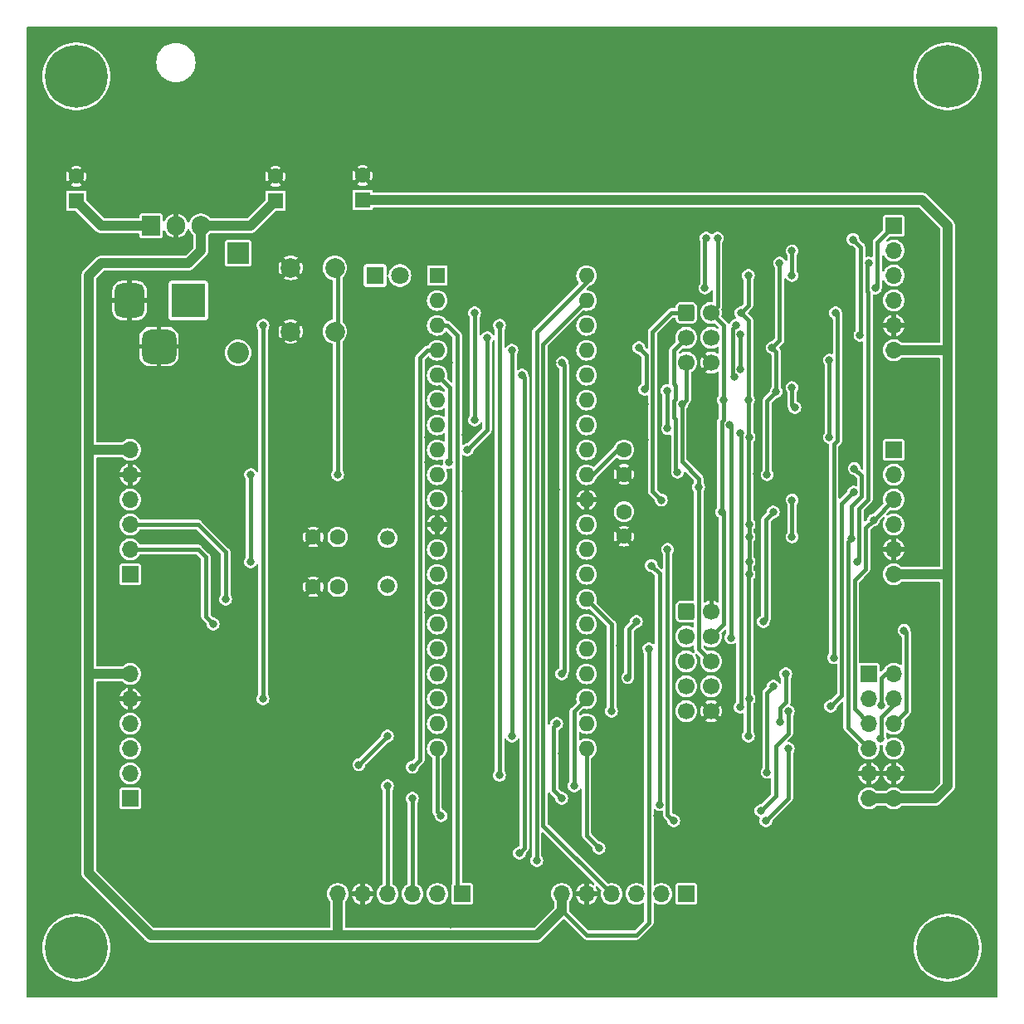
<source format=gtl>
G04 #@! TF.GenerationSoftware,KiCad,Pcbnew,7.0.10*
G04 #@! TF.CreationDate,2024-01-13T10:24:10+01:00*
G04 #@! TF.ProjectId,at90s8535,61743930-7338-4353-9335-2e6b69636164,V1.0*
G04 #@! TF.SameCoordinates,Original*
G04 #@! TF.FileFunction,Copper,L1,Top*
G04 #@! TF.FilePolarity,Positive*
%FSLAX46Y46*%
G04 Gerber Fmt 4.6, Leading zero omitted, Abs format (unit mm)*
G04 Created by KiCad (PCBNEW 7.0.10) date 2024-01-13 10:24:10*
%MOMM*%
%LPD*%
G01*
G04 APERTURE LIST*
G04 Aperture macros list*
%AMRoundRect*
0 Rectangle with rounded corners*
0 $1 Rounding radius*
0 $2 $3 $4 $5 $6 $7 $8 $9 X,Y pos of 4 corners*
0 Add a 4 corners polygon primitive as box body*
4,1,4,$2,$3,$4,$5,$6,$7,$8,$9,$2,$3,0*
0 Add four circle primitives for the rounded corners*
1,1,$1+$1,$2,$3*
1,1,$1+$1,$4,$5*
1,1,$1+$1,$6,$7*
1,1,$1+$1,$8,$9*
0 Add four rect primitives between the rounded corners*
20,1,$1+$1,$2,$3,$4,$5,0*
20,1,$1+$1,$4,$5,$6,$7,0*
20,1,$1+$1,$6,$7,$8,$9,0*
20,1,$1+$1,$8,$9,$2,$3,0*%
G04 Aperture macros list end*
G04 #@! TA.AperFunction,ComponentPad*
%ADD10R,1.700000X1.700000*%
G04 #@! TD*
G04 #@! TA.AperFunction,ComponentPad*
%ADD11O,1.700000X1.700000*%
G04 #@! TD*
G04 #@! TA.AperFunction,ComponentPad*
%ADD12C,1.600000*%
G04 #@! TD*
G04 #@! TA.AperFunction,ComponentPad*
%ADD13C,0.800000*%
G04 #@! TD*
G04 #@! TA.AperFunction,ComponentPad*
%ADD14C,6.400000*%
G04 #@! TD*
G04 #@! TA.AperFunction,ComponentPad*
%ADD15R,1.600000X1.600000*%
G04 #@! TD*
G04 #@! TA.AperFunction,ComponentPad*
%ADD16R,1.905000X2.000000*%
G04 #@! TD*
G04 #@! TA.AperFunction,ComponentPad*
%ADD17O,1.905000X2.000000*%
G04 #@! TD*
G04 #@! TA.AperFunction,ComponentPad*
%ADD18C,1.500000*%
G04 #@! TD*
G04 #@! TA.AperFunction,ComponentPad*
%ADD19O,1.600000X1.600000*%
G04 #@! TD*
G04 #@! TA.AperFunction,ComponentPad*
%ADD20RoundRect,0.250000X-0.600000X-0.600000X0.600000X-0.600000X0.600000X0.600000X-0.600000X0.600000X0*%
G04 #@! TD*
G04 #@! TA.AperFunction,ComponentPad*
%ADD21C,1.700000*%
G04 #@! TD*
G04 #@! TA.AperFunction,ComponentPad*
%ADD22R,2.200000X2.200000*%
G04 #@! TD*
G04 #@! TA.AperFunction,ComponentPad*
%ADD23O,2.200000X2.200000*%
G04 #@! TD*
G04 #@! TA.AperFunction,ComponentPad*
%ADD24C,2.000000*%
G04 #@! TD*
G04 #@! TA.AperFunction,ComponentPad*
%ADD25R,1.800000X1.800000*%
G04 #@! TD*
G04 #@! TA.AperFunction,ComponentPad*
%ADD26C,1.800000*%
G04 #@! TD*
G04 #@! TA.AperFunction,ComponentPad*
%ADD27R,3.500000X3.500000*%
G04 #@! TD*
G04 #@! TA.AperFunction,ComponentPad*
%ADD28RoundRect,0.750000X-0.750000X-1.000000X0.750000X-1.000000X0.750000X1.000000X-0.750000X1.000000X0*%
G04 #@! TD*
G04 #@! TA.AperFunction,ComponentPad*
%ADD29RoundRect,0.875000X-0.875000X-0.875000X0.875000X-0.875000X0.875000X0.875000X-0.875000X0.875000X0*%
G04 #@! TD*
G04 #@! TA.AperFunction,ViaPad*
%ADD30C,0.800000*%
G04 #@! TD*
G04 #@! TA.AperFunction,Conductor*
%ADD31C,0.440000*%
G04 #@! TD*
G04 #@! TA.AperFunction,Conductor*
%ADD32C,1.000000*%
G04 #@! TD*
G04 APERTURE END LIST*
D10*
X-38957500Y-29210000D03*
D11*
X-38957500Y-26670000D03*
X-38957500Y-24130000D03*
X-38957500Y-21590000D03*
X-38957500Y-19050000D03*
X-38957500Y-16510000D03*
D12*
X11430000Y40000D03*
X11430000Y-2460000D03*
X-17780000Y-7620000D03*
X-20280000Y-7620000D03*
D10*
X-5080000Y-38957500D03*
D11*
X-7620000Y-38957500D03*
X-10160000Y-38957500D03*
X-12700000Y-38957500D03*
X-15240000Y-38957500D03*
X-17780000Y-38957500D03*
D13*
X42050000Y-44450000D03*
X42752944Y-42752944D03*
X42752944Y-46147056D03*
X44450000Y-42050000D03*
D14*
X44450000Y-44450000D03*
D13*
X44450000Y-46850000D03*
X46147056Y-42752944D03*
X46147056Y-46147056D03*
X46850000Y-44450000D03*
D12*
X-17780000Y-2540000D03*
X-20280000Y-2540000D03*
D10*
X36417500Y-16510000D03*
D11*
X36417500Y-19050000D03*
X36417500Y-21590000D03*
X36417500Y-24130000D03*
X36417500Y-26670000D03*
X36417500Y-29210000D03*
X38957500Y-16510000D03*
X38957500Y-19050000D03*
X38957500Y-21590000D03*
X38957500Y-24130000D03*
X38957500Y-26670000D03*
X38957500Y-29210000D03*
D13*
X42050000Y44450000D03*
X42752944Y46147056D03*
X42752944Y42752944D03*
X44450000Y46850000D03*
D14*
X44450000Y44450000D03*
D13*
X44450000Y42050000D03*
X46147056Y46147056D03*
X46147056Y42752944D03*
X46850000Y44450000D03*
D15*
X-44450000Y31750000D03*
D12*
X-44450000Y34250000D03*
D10*
X38957500Y6350000D03*
D11*
X38957500Y3810000D03*
X38957500Y1270000D03*
X38957500Y-1270000D03*
X38957500Y-3810000D03*
X38957500Y-6350000D03*
D16*
X-36830000Y29210000D03*
D17*
X-34290000Y29210000D03*
X-31750000Y29210000D03*
D15*
X-24130000Y31750000D03*
D12*
X-24130000Y34250000D03*
D15*
X-15240000Y31837621D03*
D12*
X-15240000Y34337621D03*
D18*
X-12700000Y-7530000D03*
X-12700000Y-2650000D03*
D12*
X11430000Y6350000D03*
X11430000Y3850000D03*
D15*
X-7625000Y24125000D03*
D19*
X-7625000Y21585000D03*
X-7625000Y19045000D03*
X-7625000Y16505000D03*
X-7625000Y13965000D03*
X-7625000Y11425000D03*
X-7625000Y8885000D03*
X-7625000Y6345000D03*
X-7625000Y3805000D03*
X-7625000Y1265000D03*
X-7625000Y-1275000D03*
X-7625000Y-3815000D03*
X-7625000Y-6355000D03*
X-7625000Y-8895000D03*
X-7625000Y-11435000D03*
X-7625000Y-13975000D03*
X-7625000Y-16515000D03*
X-7625000Y-19055000D03*
X-7625000Y-21595000D03*
X-7625000Y-24135000D03*
X7615000Y-24135000D03*
X7615000Y-21595000D03*
X7615000Y-19055000D03*
X7615000Y-16515000D03*
X7615000Y-13975000D03*
X7615000Y-11435000D03*
X7615000Y-8895000D03*
X7615000Y-6355000D03*
X7615000Y-3815000D03*
X7615000Y-1275000D03*
X7615000Y1265000D03*
X7615000Y3805000D03*
X7615000Y6345000D03*
X7615000Y8885000D03*
X7615000Y11425000D03*
X7615000Y13965000D03*
X7615000Y16505000D03*
X7615000Y19045000D03*
X7615000Y21585000D03*
X7615000Y24125000D03*
D20*
X17780000Y20320000D03*
D21*
X20320000Y20320000D03*
X17780000Y17780000D03*
X20320000Y17780000D03*
X17780000Y15240000D03*
X20320000Y15240000D03*
D10*
X-38957500Y-6350000D03*
D11*
X-38957500Y-3810000D03*
X-38957500Y-1270000D03*
X-38957500Y1270000D03*
X-38957500Y3810000D03*
X-38957500Y6350000D03*
D13*
X-46850000Y-44450000D03*
X-46147056Y-42752944D03*
X-46147056Y-46147056D03*
X-44450000Y-42050000D03*
D14*
X-44450000Y-44450000D03*
D13*
X-44450000Y-46850000D03*
X-42752944Y-42752944D03*
X-42752944Y-46147056D03*
X-42050000Y-44450000D03*
X-46850000Y44450000D03*
X-46147056Y46147056D03*
X-46147056Y42752944D03*
X-44450000Y46850000D03*
D14*
X-44450000Y44450000D03*
D13*
X-44450000Y42050000D03*
X-42752944Y46147056D03*
X-42752944Y42752944D03*
X-42050000Y44450000D03*
D22*
X-27940000Y26416000D03*
D23*
X-27940000Y16256000D03*
D10*
X17780000Y-38957500D03*
D11*
X15240000Y-38957500D03*
X12700000Y-38957500D03*
X10160000Y-38957500D03*
X7620000Y-38957500D03*
X5080000Y-38957500D03*
D24*
X-22570000Y18415000D03*
X-22570000Y24915000D03*
X-18070000Y18415000D03*
X-18070000Y24915000D03*
D10*
X38957500Y29210000D03*
D11*
X38957500Y26670000D03*
X38957500Y24130000D03*
X38957500Y21590000D03*
X38957500Y19050000D03*
X38957500Y16510000D03*
D25*
X-13970000Y24130000D03*
D26*
X-11430000Y24130000D03*
D20*
X17780000Y-10160000D03*
D21*
X20320000Y-10160000D03*
X17780000Y-12700000D03*
X20320000Y-12700000D03*
X17780000Y-15240000D03*
X20320000Y-15240000D03*
X17780000Y-17780000D03*
X20320000Y-17780000D03*
X17780000Y-20320000D03*
X20320000Y-20320000D03*
D27*
X-33020000Y21590000D03*
D28*
X-39020000Y21590000D03*
D29*
X-36020000Y16890000D03*
D30*
X22098000Y19939000D03*
X12954000Y-25019000D03*
X8636000Y-22860000D03*
X-38100000Y41910000D03*
X20193000Y254000D03*
X13970000Y-11684000D03*
X-38100000Y36830000D03*
X30861000Y2921000D03*
X11303000Y-11176000D03*
X14859000Y-30988000D03*
X-12700000Y-25400000D03*
X16891000Y-28067000D03*
X15875000Y24130000D03*
X-13970000Y-29210000D03*
X11938000Y-19050000D03*
X25019000Y3937000D03*
X21844000Y-13970000D03*
X17526000Y-6096000D03*
X32131000Y21971000D03*
X9144000Y16637000D03*
X34671000Y24765000D03*
X6350000Y-12700000D03*
X28702000Y7620000D03*
X32512000Y-24892000D03*
X34671000Y11430000D03*
X-2540000Y19050000D03*
X-30480000Y36830000D03*
X33782000Y2540000D03*
X12954000Y-16256000D03*
X20320000Y-8636000D03*
X-6223000Y-42037000D03*
X1270000Y15240000D03*
X30480000Y15240000D03*
X27559000Y-6350000D03*
X-3810000Y-17780000D03*
X11049000Y-13589000D03*
X4191000Y11557000D03*
X30480000Y-27940000D03*
X32258000Y-18415000D03*
X25146000Y-13716000D03*
X13531500Y11049000D03*
X-34290000Y41910000D03*
X5080000Y-20320000D03*
X-11303000Y-16891000D03*
X23114000Y-21590000D03*
X-3810000Y-20574000D03*
X35941000Y-10922000D03*
X39116000Y-13335000D03*
X-32385000Y38100000D03*
X-8509000Y7620000D03*
X36703000Y381000D03*
X-30480000Y39370000D03*
X23495000Y-25400000D03*
X9398000Y6477000D03*
X28575000Y5080000D03*
X34671000Y-24130000D03*
X13531500Y7366000D03*
X10922000Y-29210000D03*
X4191000Y-2540000D03*
X12827000Y13970000D03*
X-4191000Y-889000D03*
X-35306000Y26924000D03*
X9271000Y14097000D03*
X34798000Y15240000D03*
X12192000Y-42164000D03*
X-36195000Y35560000D03*
X9144000Y11811000D03*
X-5080000Y19050000D03*
X15875000Y21590000D03*
X31750000Y-10795000D03*
X-36195000Y38100000D03*
X-38100000Y39370000D03*
X-34290000Y39370000D03*
X254000Y-24638000D03*
X4318000Y-17780000D03*
X5080000Y-24638000D03*
X-4699000Y7874000D03*
X-33528000Y26924000D03*
X-10541000Y-7747000D03*
X-8509000Y5080000D03*
X34036000Y20574000D03*
X20320000Y-6096000D03*
X-15240000Y-22860000D03*
X3556000Y-33782000D03*
X20193000Y3556000D03*
X34290000Y18034000D03*
X-6350000Y-44577000D03*
X-36195000Y40640000D03*
X31750000Y-13970000D03*
X4191000Y-15494000D03*
X4121500Y15240000D03*
X6604000Y7620000D03*
X22352000Y25527000D03*
X6350000Y-29464000D03*
X15870499Y6881272D03*
X15621000Y15494000D03*
X28702000Y18034000D03*
X31877000Y-3175000D03*
X4191000Y-127000D03*
X33909000Y5334000D03*
X-8509000Y-10217500D03*
X-3810000Y-24384000D03*
X-4699000Y2159000D03*
X-38608000Y27051000D03*
X12319000Y-44196000D03*
X18669000Y6731000D03*
X-3810000Y-15240000D03*
X11303000Y23749000D03*
X15621000Y3556000D03*
X-34290000Y36830000D03*
X-6407500Y15240000D03*
X4191000Y-9271000D03*
X25400000Y16383000D03*
X-10795000Y-5080000D03*
X16129000Y18796000D03*
X-10668000Y-254000D03*
X17272000Y-8382000D03*
X-30480000Y41910000D03*
X254000Y-30734000D03*
X-32385000Y40640000D03*
X35941000Y-13208000D03*
X-3810000Y-12700000D03*
X22860000Y-32639000D03*
X16891000Y-23495000D03*
X11811000Y16764000D03*
X29845000Y-31553500D03*
X12954000Y-14097000D03*
X-32385000Y35560000D03*
X20447000Y8636000D03*
X4064000Y21590000D03*
X34544000Y8128000D03*
X-1397000Y-35814000D03*
X9398000Y21590000D03*
X17526000Y127000D03*
X28829000Y20574000D03*
X9525000Y19050000D03*
X4514500Y2286000D03*
X0Y-27051000D03*
X13531500Y12539182D03*
X32385000Y15494000D03*
X32385000Y7620000D03*
X23310500Y14605000D03*
X23310500Y18119796D03*
X12954000Y16764000D03*
X-3810000Y9398000D03*
X15240000Y1218324D03*
X-3810000Y20320000D03*
X28575000Y-2540000D03*
X28570775Y1218324D03*
X16891000Y4064000D03*
X-2540000Y17780000D03*
X-4572000Y6345000D03*
X-17780000Y3810000D03*
X-26670000Y3810000D03*
X-26670000Y-5080000D03*
X17329500Y10986513D03*
X19050000Y2540000D03*
X20962975Y27947975D03*
X21405500Y1274D03*
X13970000Y-13970000D03*
X21590000Y11430000D03*
X26670000Y0D03*
X25654000Y-11176000D03*
X26956001Y12286999D03*
X26543000Y16764000D03*
X26035000Y3810000D03*
X26670000Y-17780000D03*
X27305000Y25400000D03*
X26035000Y-26543000D03*
X32512000Y-19812000D03*
X34862999Y2032000D03*
X34608999Y-2690711D03*
X34925000Y4445000D03*
X36879767Y-823284D03*
X24130000Y-22860000D03*
X24187500Y-1270000D03*
X24187500Y-6350000D03*
X24187500Y-5080000D03*
X24187500Y7620000D03*
X24187500Y-19050000D03*
X23368000Y20320000D03*
X24130000Y24130000D03*
X24130000Y11430000D03*
X24187500Y-2540000D03*
X-6407500Y5080000D03*
X-30480000Y-11430000D03*
X-29210000Y-8890000D03*
X2540000Y-35560000D03*
X-1270000Y-26854500D03*
X-1270000Y19050000D03*
X0Y-22860000D03*
X0Y16510000D03*
X1016000Y13970000D03*
X762000Y-34798000D03*
X12700000Y-11176000D03*
X11811000Y-16891000D03*
X10160000Y-20320000D03*
X35502500Y18034000D03*
X34798000Y27813000D03*
X35248500Y-5080000D03*
X36379500Y25400000D03*
X-10160000Y-29210000D03*
X4572000Y-21590000D03*
X5080000Y-29210000D03*
X6350000Y-27940000D03*
X-12700000Y-27940000D03*
X-7239000Y-30988000D03*
X22860000Y19050000D03*
X5121003Y15240000D03*
X22716500Y13801154D03*
X5080000Y-16510000D03*
X33020000Y20320000D03*
X32830999Y-14859000D03*
X37083999Y22859999D03*
X19685000Y22860000D03*
X28575000Y24130000D03*
X19812000Y27940000D03*
X28575000Y26640500D03*
X28575000Y12700000D03*
X28853014Y10661326D03*
X15870499Y8522035D03*
X15822162Y12388500D03*
X-25400000Y19050000D03*
X-25400000Y-19050000D03*
X-15621000Y-25781000D03*
X-12700000Y-22860000D03*
X23274650Y-19905350D03*
X23245656Y8085770D03*
X-10160000Y-26035000D03*
X14224000Y-5461000D03*
X15055500Y-29845000D03*
X28194000Y-20320000D03*
X25400000Y-30480000D03*
X15875000Y-3810000D03*
X28194000Y-24130000D03*
X16510000Y-31496000D03*
X25908000Y-31496000D03*
X40005000Y-12065000D03*
X22225000Y8890000D03*
X22352000Y-12827000D03*
X27374500Y-21437464D03*
X27940000Y-16510000D03*
X37687501Y-19748681D03*
X37592000Y-23114000D03*
X8890000Y-34290000D03*
D31*
X20320000Y-10160000D02*
X20320000Y-8636000D01*
X12954000Y16764000D02*
X13711499Y16006501D01*
X32385000Y7620000D02*
X32385000Y15494000D01*
X13711499Y12719181D02*
X13531500Y12539182D01*
X23310500Y14605000D02*
X23310500Y18119796D01*
X13711499Y16006501D02*
X13711499Y12719181D01*
X14351000Y2107324D02*
X15240000Y1218324D01*
X28575000Y-2540000D02*
X28575000Y1214099D01*
X28575000Y1214099D02*
X28570775Y1218324D01*
X17780000Y20320000D02*
X16256000Y20320000D01*
X14351000Y18415000D02*
X14351000Y2107324D01*
X-3810000Y20320000D02*
X-3810000Y9398000D01*
X16256000Y20320000D02*
X14351000Y18415000D01*
X16699194Y12907755D02*
X16699194Y11515863D01*
X16689999Y4265001D02*
X16891000Y4064000D01*
X16689999Y9456611D02*
X16689999Y4265001D01*
X16509500Y11326169D02*
X16509500Y9637110D01*
X-2540000Y8377000D02*
X-4572000Y6345000D01*
X16699194Y11515863D02*
X16509500Y11326169D01*
X17780000Y17780000D02*
X16510000Y16510000D01*
X16510000Y13096949D02*
X16699194Y12907755D01*
X16509500Y9637110D02*
X16689999Y9456611D01*
X16510000Y16510000D02*
X16510000Y13096949D01*
X-2540000Y17780000D02*
X-2540000Y8377000D01*
X-17780000Y24625000D02*
X-17780000Y18705000D01*
X19050000Y2540000D02*
X19050000Y3429000D01*
X17780000Y11437013D02*
X17329500Y10986513D01*
X17780000Y15240000D02*
X17780000Y11437013D01*
X-26670000Y-5080000D02*
X-26670000Y3810000D01*
X-17780000Y18705000D02*
X-18070000Y18415000D01*
X-18070000Y18415000D02*
X-17780000Y18125000D01*
X19050000Y3429000D02*
X17329500Y5149500D01*
X-17780000Y18125000D02*
X-17780000Y3810000D01*
X19050000Y2540000D02*
X19050000Y-13970000D01*
X-18070000Y24915000D02*
X-17780000Y24625000D01*
X19050000Y-13970000D02*
X20320000Y-15240000D01*
X17329500Y5149500D02*
X17329500Y10986513D01*
X20320000Y20320000D02*
X21590000Y19050000D01*
D32*
X-38957500Y6350000D02*
X-43180000Y6350000D01*
D31*
X21590000Y-11430000D02*
X21590000Y-183226D01*
D32*
X-31750000Y29210000D02*
X-31750000Y26670000D01*
D31*
X26670000Y0D02*
X25908000Y-762000D01*
X13970000Y-41910000D02*
X12700000Y-43180000D01*
D32*
X2540000Y-43180000D02*
X5080000Y-40640000D01*
D31*
X25908000Y-762000D02*
X25908000Y-10922000D01*
X25908000Y-10922000D02*
X25654000Y-11176000D01*
D32*
X-26670000Y29210000D02*
X-24130000Y31750000D01*
X-43180000Y-16510000D02*
X-43180000Y-36830000D01*
D31*
X7620000Y-43180000D02*
X5080000Y-40640000D01*
X21590000Y-183226D02*
X21405500Y1274D01*
X13960998Y-13979002D02*
X13960998Y-21484779D01*
D32*
X-43180000Y-36830000D02*
X-36830000Y-43180000D01*
D31*
X13960998Y-21484779D02*
X13970000Y-21493780D01*
D32*
X-33020000Y25400000D02*
X-41910000Y25400000D01*
D31*
X21405500Y9229449D02*
X21405500Y1274D01*
D32*
X-38957500Y-16510000D02*
X-43180000Y-16510000D01*
X-31750000Y26670000D02*
X-33020000Y25400000D01*
X-31750000Y29210000D02*
X-26670000Y29210000D01*
X5080000Y-40640000D02*
X5080000Y-38957500D01*
D31*
X13970000Y-21493780D02*
X13970000Y-41910000D01*
X20320000Y-12700000D02*
X21590000Y-11430000D01*
X12700000Y-43180000D02*
X7620000Y-43180000D01*
X20962975Y20962975D02*
X20962975Y27947975D01*
D32*
X-43180000Y24130000D02*
X-43180000Y6350000D01*
X-17780000Y-43180000D02*
X2540000Y-43180000D01*
X-36830000Y-43180000D02*
X-17780000Y-43180000D01*
D31*
X13970000Y-13970000D02*
X13960998Y-13979002D01*
X21590000Y19050000D02*
X21590000Y9413949D01*
X20320000Y20320000D02*
X20962975Y20962975D01*
D32*
X-43180000Y6350000D02*
X-43180000Y-16510000D01*
X-17780000Y-38957500D02*
X-17780000Y-43180000D01*
X-41910000Y25400000D02*
X-43180000Y24130000D01*
D31*
X21590000Y9413949D02*
X21405500Y9229449D01*
X27305000Y25400000D02*
X27305000Y17526000D01*
D32*
X38957500Y16510000D02*
X44450000Y16510000D01*
X38957500Y-6350000D02*
X44450000Y-6350000D01*
D31*
X26670000Y-17780000D02*
X26035000Y-18415000D01*
X26035000Y11365998D02*
X26035000Y3810000D01*
D32*
X44450000Y16510000D02*
X44450000Y-6350000D01*
X41822379Y31837621D02*
X44450000Y29210000D01*
D31*
X26956001Y12286999D02*
X26956001Y16350999D01*
D32*
X38957500Y-29210000D02*
X36417500Y-29210000D01*
X44450000Y29210000D02*
X44450000Y16510000D01*
X43180000Y-29210000D02*
X38957500Y-29210000D01*
D31*
X26956001Y12286999D02*
X26035000Y11365998D01*
D32*
X44450000Y-6350000D02*
X44450000Y-27940000D01*
X-15240000Y31837621D02*
X41822379Y31837621D01*
X44450000Y-27940000D02*
X43180000Y-29210000D01*
D31*
X26956001Y16350999D02*
X26543000Y16764000D01*
X27305000Y17526000D02*
X26543000Y16764000D01*
X26035000Y-18415000D02*
X26035000Y-26543000D01*
X33650500Y-18673500D02*
X33650500Y884500D01*
X33650500Y884500D02*
X34798000Y2032000D01*
X32512000Y-19812000D02*
X33650500Y-18673500D01*
X34798000Y2032000D02*
X34862999Y2032000D01*
X35682499Y1646499D02*
X34608999Y572999D01*
X36417500Y-24130000D02*
X34290001Y-22002501D01*
X34925000Y4445000D02*
X35682499Y3687501D01*
X35682499Y3687501D02*
X35682499Y1646499D01*
X34290001Y-22002501D02*
X34290001Y-3009709D01*
X34608999Y572999D02*
X34608999Y-2690711D01*
X34290001Y-3009709D02*
X34608999Y-2690711D01*
X34929501Y-6980499D02*
X36068000Y-5842000D01*
X34929501Y-20102001D02*
X34929501Y-6980499D01*
X38957500Y1270000D02*
X36879767Y-807733D01*
X36068000Y-5842000D02*
X36068000Y-1635051D01*
X36879767Y-807733D02*
X36879767Y-823284D01*
X36068000Y-1635051D02*
X36879767Y-823284D01*
X36417500Y-21590000D02*
X34929501Y-20102001D01*
X24130000Y7562500D02*
X24187500Y7620000D01*
X24130000Y-18992500D02*
X24130000Y-6407500D01*
X-6350000Y12690000D02*
X-6350000Y5137500D01*
X24130000Y11430000D02*
X24130000Y19558000D01*
X24187500Y-5080000D02*
X24187500Y-2540000D01*
X24187500Y-19050000D02*
X24130000Y-18992500D01*
X24130000Y7677500D02*
X24187500Y7620000D01*
X24130000Y-6407500D02*
X24187500Y-6350000D01*
X24130000Y11430000D02*
X24130000Y7677500D01*
X24130000Y-1212500D02*
X24130000Y7562500D01*
X24130000Y24130000D02*
X24130000Y21082000D01*
X24187500Y-6350000D02*
X24187500Y-5080000D01*
X24187500Y-1270000D02*
X24130000Y-1212500D01*
X24130000Y-22860000D02*
X24130000Y-19107500D01*
X24187500Y-2540000D02*
X24187500Y-1270000D01*
X-6350000Y5137500D02*
X-6407500Y5080000D01*
X-7625000Y13965000D02*
X-6350000Y12690000D01*
X24130000Y-19107500D02*
X24187500Y-19050000D01*
X24130000Y19558000D02*
X23368000Y20320000D01*
X24130000Y21082000D02*
X23368000Y20320000D01*
X7615000Y3805000D02*
X8250000Y3805000D01*
X8250000Y3805000D02*
X10795000Y6350000D01*
X10795000Y6350000D02*
X11430000Y6350000D01*
X-31242000Y-4572000D02*
X-32004000Y-3810000D01*
X-31242000Y-10668000D02*
X-31242000Y-4572000D01*
X-32004000Y-3810000D02*
X-38957500Y-3810000D01*
X-30480000Y-11430000D02*
X-31242000Y-10668000D01*
X-32004000Y-1270000D02*
X-38957500Y-1270000D01*
X-29210000Y-4064000D02*
X-32004000Y-1270000D01*
X-29210000Y-8890000D02*
X-29210000Y-4064000D01*
X2535499Y-35555499D02*
X2535499Y18410499D01*
X2535499Y18410499D02*
X7615000Y23490000D01*
X2540000Y-35560000D02*
X2535499Y-35555499D01*
X7615000Y23490000D02*
X7615000Y24125000D01*
X10160000Y-38957500D02*
X3175000Y-31972500D01*
X3175000Y17145000D02*
X7615000Y21585000D01*
X3175000Y-31972500D02*
X3175000Y17145000D01*
X-1270000Y19050000D02*
X-1270000Y-26854500D01*
X0Y-22860000D02*
X0Y13859656D01*
X0Y13859656D02*
X0Y16510000D01*
X762000Y-34798000D02*
X1270000Y-34290000D01*
X1270000Y13716000D02*
X1016000Y13970000D01*
X1270000Y-34290000D02*
X1270000Y13716000D01*
X11938000Y-16764000D02*
X11811000Y-16891000D01*
X12700000Y-11176000D02*
X11938000Y-11938000D01*
X11938000Y-11938000D02*
X11938000Y-16764000D01*
X7615000Y-8895000D02*
X10160000Y-11440000D01*
X10160000Y-11440000D02*
X10160000Y-20320000D01*
X35560000Y18091500D02*
X35560000Y27051000D01*
X35560000Y27051000D02*
X34798000Y27813000D01*
X35502500Y18034000D02*
X35560000Y18091500D01*
X36264499Y25284999D02*
X36379500Y25400000D01*
X35428499Y376499D02*
X36322000Y1270000D01*
X36264499Y22520550D02*
X36264499Y25284999D01*
X35248500Y-5080000D02*
X35428499Y-4900001D01*
X36322000Y1270000D02*
X36322000Y22463049D01*
X36322000Y22463049D02*
X36264499Y22520550D01*
X35428499Y-4900001D02*
X35428499Y376499D01*
X-10160000Y-38957500D02*
X-10160000Y-29210000D01*
X5080000Y-29210000D02*
X4260500Y-28390500D01*
X4260500Y-21901500D02*
X4572000Y-21590000D01*
X4260500Y-28390500D02*
X4260500Y-21901500D01*
X-12700000Y-38957500D02*
X-12700000Y-27940000D01*
X6350000Y-27940000D02*
X6350000Y-20320000D01*
X6350000Y-20320000D02*
X7615000Y-19055000D01*
D32*
X-44450000Y31750000D02*
X-41910000Y29210000D01*
X-41910000Y29210000D02*
X-36830000Y29210000D01*
D31*
X-7625000Y-30602000D02*
X-7239000Y-30988000D01*
X-7625000Y-24135000D02*
X-7625000Y-30602000D01*
X5334000Y15027003D02*
X5121003Y15240000D01*
X22491000Y18681000D02*
X22491000Y14026654D01*
X22491000Y14026654D02*
X22716500Y13801154D01*
X5080000Y-16510000D02*
X5334000Y-16256000D01*
X22860000Y19050000D02*
X22491000Y18681000D01*
X5334000Y-16256000D02*
X5334000Y15027003D01*
X33204500Y20135500D02*
X33204500Y7280551D01*
X33204500Y7280551D02*
X32830999Y6907050D01*
X32830999Y6907050D02*
X32830999Y-14859000D01*
X33020000Y20320000D02*
X33204500Y20135500D01*
X38957500Y29210000D02*
X37274500Y27527000D01*
X37274500Y27527000D02*
X37274500Y23050500D01*
X37274500Y23050500D02*
X37083999Y22859999D01*
X19685000Y22860000D02*
X19685000Y27813000D01*
X19685000Y27813000D02*
X19812000Y27940000D01*
X28575000Y26640500D02*
X28575000Y24130000D01*
X15816194Y8576340D02*
X15816194Y12382532D01*
X15816194Y12382532D02*
X15822162Y12388500D01*
X28575000Y10939340D02*
X28575000Y12700000D01*
X15870499Y8522035D02*
X15816194Y8576340D01*
X28853014Y10661326D02*
X28575000Y10939340D01*
X-25400000Y19050000D02*
X-25400000Y-19050000D01*
X-6599000Y19045000D02*
X-7625000Y19045000D01*
X-5588000Y-38449500D02*
X-5588000Y18034000D01*
X-5080000Y-38957500D02*
X-5588000Y-38449500D01*
X-5588000Y18034000D02*
X-6599000Y19045000D01*
X-12700000Y-22860000D02*
X-15621000Y-25781000D01*
X23274650Y-19905350D02*
X23368000Y-19812000D01*
X23368000Y7963426D02*
X23245656Y8085770D01*
X23368000Y-19812000D02*
X23368000Y7963426D01*
X-9398000Y15748000D02*
X-8641000Y16505000D01*
X-8641000Y16505000D02*
X-7625000Y16505000D01*
X-9398000Y-25273000D02*
X-9398000Y15748000D01*
X-10160000Y-26035000D02*
X-9398000Y-25273000D01*
X15055500Y-29845000D02*
X15055500Y-6292500D01*
X26924000Y-28956000D02*
X25400000Y-30480000D01*
X26924000Y-23832634D02*
X26924000Y-28956000D01*
X28194000Y-20320000D02*
X28194000Y-22562634D01*
X28194000Y-22562634D02*
X26924000Y-23832634D01*
X15055500Y-6292500D02*
X14224000Y-5461000D01*
X28194000Y-24130000D02*
X28194000Y-29210000D01*
X15875000Y-30861000D02*
X16510000Y-31496000D01*
X28194000Y-29210000D02*
X25908000Y-31496000D01*
X15875000Y-3810000D02*
X15875000Y-30861000D01*
X38957500Y-21590000D02*
X40227500Y-20320000D01*
X22352000Y8763000D02*
X22352000Y-12827000D01*
X40227500Y-12287500D02*
X40005000Y-12065000D01*
X40227500Y-20320000D02*
X40227500Y-12287500D01*
X22225000Y8890000D02*
X22352000Y8763000D01*
X27940000Y-16510000D02*
X27940000Y-19415051D01*
X27374500Y-19980551D02*
X27374500Y-21437464D01*
X27940000Y-19415051D02*
X27374500Y-19980551D01*
X37687501Y-19748681D02*
X37687500Y-16922500D01*
X37687500Y-16922500D02*
X38100000Y-16510000D01*
X38100000Y-16510000D02*
X38957500Y-16510000D01*
X37687500Y-20908338D02*
X37687500Y-23018500D01*
X37687500Y-23018500D02*
X37592000Y-23114000D01*
X38957500Y-19050000D02*
X38957500Y-19638338D01*
X38957500Y-19638338D02*
X37687500Y-20908338D01*
X7615000Y-24135000D02*
X7615000Y-33015000D01*
X7615000Y-33015000D02*
X8890000Y-34290000D01*
G04 #@! TA.AperFunction,Conductor*
G36*
X49472539Y49509815D02*
G01*
X49518294Y49457011D01*
X49529500Y49405500D01*
X49529500Y-49405500D01*
X49509815Y-49472539D01*
X49457011Y-49518294D01*
X49405500Y-49529500D01*
X-49405500Y-49529500D01*
X-49472539Y-49509815D01*
X-49518294Y-49457011D01*
X-49529500Y-49405500D01*
X-49529500Y-44450000D01*
X-47905568Y-44450000D01*
X-47885311Y-44823613D01*
X-47824779Y-45192845D01*
X-47724680Y-45553368D01*
X-47586189Y-45900955D01*
X-47410928Y-46231531D01*
X-47200954Y-46541221D01*
X-46958727Y-46826392D01*
X-46687087Y-47083703D01*
X-46389220Y-47310136D01*
X-46389210Y-47310142D01*
X-46389205Y-47310146D01*
X-46189912Y-47430055D01*
X-46068617Y-47503036D01*
X-45729038Y-47660142D01*
X-45374462Y-47779613D01*
X-45009049Y-47860046D01*
X-44637081Y-47900500D01*
X-44637075Y-47900500D01*
X-44262925Y-47900500D01*
X-44262919Y-47900500D01*
X-43890951Y-47860046D01*
X-43525538Y-47779613D01*
X-43170962Y-47660142D01*
X-43170951Y-47660137D01*
X-42831391Y-47503040D01*
X-42831387Y-47503037D01*
X-42831383Y-47503036D01*
X-42831378Y-47503033D01*
X-42510794Y-47310146D01*
X-42510789Y-47310142D01*
X-42510785Y-47310139D01*
X-42510780Y-47310136D01*
X-42212913Y-47083703D01*
X-41941273Y-46826392D01*
X-41941272Y-46826391D01*
X-41699052Y-46541229D01*
X-41699045Y-46541219D01*
X-41489073Y-46231534D01*
X-41313815Y-45900963D01*
X-41313806Y-45900945D01*
X-41175318Y-45553364D01*
X-41175317Y-45553362D01*
X-41075223Y-45192853D01*
X-41075222Y-45192850D01*
X-41014688Y-44823610D01*
X-40994432Y-44450002D01*
X40994432Y-44450002D01*
X41014688Y-44823610D01*
X41075222Y-45192850D01*
X41075223Y-45192853D01*
X41175317Y-45553362D01*
X41175318Y-45553364D01*
X41313806Y-45900945D01*
X41313815Y-45900963D01*
X41489073Y-46231534D01*
X41699045Y-46541219D01*
X41699052Y-46541229D01*
X41941272Y-46826391D01*
X41941273Y-46826392D01*
X42212913Y-47083703D01*
X42510780Y-47310136D01*
X42510785Y-47310139D01*
X42510789Y-47310142D01*
X42510794Y-47310146D01*
X42831378Y-47503033D01*
X42831383Y-47503036D01*
X42831387Y-47503037D01*
X42831391Y-47503040D01*
X43170951Y-47660137D01*
X43170962Y-47660142D01*
X43525538Y-47779613D01*
X43890951Y-47860046D01*
X44262919Y-47900500D01*
X44262925Y-47900500D01*
X44637075Y-47900500D01*
X44637081Y-47900500D01*
X45009049Y-47860046D01*
X45374462Y-47779613D01*
X45729038Y-47660142D01*
X46068617Y-47503036D01*
X46189912Y-47430055D01*
X46389205Y-47310146D01*
X46389210Y-47310142D01*
X46389209Y-47310142D01*
X46389220Y-47310136D01*
X46687087Y-47083703D01*
X46958727Y-46826392D01*
X47200954Y-46541221D01*
X47410928Y-46231531D01*
X47586189Y-45900955D01*
X47724680Y-45553368D01*
X47824779Y-45192845D01*
X47885311Y-44823613D01*
X47905568Y-44450000D01*
X47885311Y-44076387D01*
X47824779Y-43707155D01*
X47773281Y-43521678D01*
X47724682Y-43346637D01*
X47724681Y-43346635D01*
X47586193Y-42999054D01*
X47586184Y-42999036D01*
X47410926Y-42668465D01*
X47303369Y-42509830D01*
X47200954Y-42358779D01*
X47200950Y-42358774D01*
X47200947Y-42358770D01*
X46958727Y-42073608D01*
X46687087Y-41816297D01*
X46687086Y-41816296D01*
X46553982Y-41715113D01*
X46389220Y-41589864D01*
X46389216Y-41589861D01*
X46389210Y-41589857D01*
X46389205Y-41589853D01*
X46068621Y-41396966D01*
X46068608Y-41396959D01*
X45729048Y-41239862D01*
X45729043Y-41239860D01*
X45729038Y-41239858D01*
X45556203Y-41181623D01*
X45374461Y-41120386D01*
X45009047Y-41039953D01*
X44637082Y-40999500D01*
X44637081Y-40999500D01*
X44262919Y-40999500D01*
X44262917Y-40999500D01*
X43890952Y-41039953D01*
X43525538Y-41120386D01*
X43251440Y-41212741D01*
X43170962Y-41239858D01*
X43170959Y-41239859D01*
X43170951Y-41239862D01*
X42831391Y-41396959D01*
X42831378Y-41396966D01*
X42510794Y-41589853D01*
X42510789Y-41589857D01*
X42212913Y-41816296D01*
X42212912Y-41816297D01*
X41941272Y-42073608D01*
X41699052Y-42358770D01*
X41699045Y-42358780D01*
X41489073Y-42668465D01*
X41313815Y-42999036D01*
X41313806Y-42999054D01*
X41175318Y-43346635D01*
X41175317Y-43346637D01*
X41075223Y-43707146D01*
X41075222Y-43707149D01*
X41014688Y-44076389D01*
X40994432Y-44449997D01*
X40994432Y-44450002D01*
X-40994432Y-44450002D01*
X-40994432Y-44449997D01*
X-41014688Y-44076389D01*
X-41075222Y-43707149D01*
X-41075223Y-43707146D01*
X-41175317Y-43346637D01*
X-41175318Y-43346635D01*
X-41313806Y-42999054D01*
X-41313815Y-42999036D01*
X-41489073Y-42668465D01*
X-41699045Y-42358780D01*
X-41699052Y-42358770D01*
X-41941272Y-42073608D01*
X-42212912Y-41816297D01*
X-42212913Y-41816296D01*
X-42510789Y-41589857D01*
X-42510794Y-41589853D01*
X-42831378Y-41396966D01*
X-42831391Y-41396959D01*
X-43170951Y-41239862D01*
X-43170959Y-41239859D01*
X-43170962Y-41239858D01*
X-43251440Y-41212741D01*
X-43525538Y-41120386D01*
X-43890952Y-41039953D01*
X-44262917Y-40999500D01*
X-44262919Y-40999500D01*
X-44637081Y-40999500D01*
X-44637082Y-40999500D01*
X-45009047Y-41039953D01*
X-45374461Y-41120386D01*
X-45556203Y-41181623D01*
X-45729038Y-41239858D01*
X-45729043Y-41239860D01*
X-45729048Y-41239862D01*
X-46068608Y-41396959D01*
X-46068621Y-41396966D01*
X-46389205Y-41589853D01*
X-46389210Y-41589857D01*
X-46389216Y-41589861D01*
X-46389220Y-41589864D01*
X-46553982Y-41715113D01*
X-46687086Y-41816296D01*
X-46687087Y-41816297D01*
X-46958727Y-42073608D01*
X-47200947Y-42358770D01*
X-47200950Y-42358774D01*
X-47200954Y-42358779D01*
X-47303369Y-42509830D01*
X-47410926Y-42668465D01*
X-47586184Y-42999036D01*
X-47586193Y-42999054D01*
X-47724681Y-43346635D01*
X-47724682Y-43346637D01*
X-47773281Y-43521678D01*
X-47824779Y-43707155D01*
X-47885311Y-44076387D01*
X-47905568Y-44450000D01*
X-49529500Y-44450000D01*
X-49529500Y30925323D01*
X-45500500Y30925323D01*
X-45500499Y30925321D01*
X-45485966Y30852260D01*
X-45430601Y30769399D01*
X-45375235Y30732405D01*
X-45347739Y30714033D01*
X-45347735Y30714032D01*
X-45274678Y30699500D01*
X-45274674Y30699500D01*
X-44512230Y30699500D01*
X-44445191Y30679815D01*
X-44424549Y30663181D01*
X-42485732Y28724365D01*
X-42473951Y28710734D01*
X-42466549Y28700791D01*
X-42459611Y28691471D01*
X-42459609Y28691469D01*
X-42421661Y28659627D01*
X-42413679Y28652312D01*
X-42409778Y28648411D01*
X-42409779Y28648411D01*
X-42395937Y28637467D01*
X-42385462Y28629185D01*
X-42382693Y28626929D01*
X-42376489Y28621723D01*
X-42325214Y28578697D01*
X-42319178Y28574728D01*
X-42319210Y28574678D01*
X-42312856Y28570630D01*
X-42312825Y28570682D01*
X-42306675Y28566888D01*
X-42238719Y28535199D01*
X-42235475Y28533629D01*
X-42218663Y28525186D01*
X-42168433Y28499960D01*
X-42168431Y28499959D01*
X-42168430Y28499959D01*
X-42161645Y28497489D01*
X-42161665Y28497432D01*
X-42154545Y28494958D01*
X-42154527Y28495015D01*
X-42147670Y28492743D01*
X-42074251Y28477583D01*
X-42070731Y28476803D01*
X-42015765Y28463776D01*
X-41997721Y28459500D01*
X-41997720Y28459500D01*
X-41997716Y28459499D01*
X-41990547Y28458661D01*
X-41990553Y28458602D01*
X-41983053Y28457836D01*
X-41983048Y28457896D01*
X-41975858Y28457266D01*
X-41900889Y28459448D01*
X-41897283Y28459500D01*
X-38157000Y28459500D01*
X-38089961Y28439815D01*
X-38044206Y28387011D01*
X-38033000Y28335500D01*
X-38033000Y28185323D01*
X-38032999Y28185321D01*
X-38028771Y28164063D01*
X-38018466Y28112260D01*
X-37963101Y28029399D01*
X-37920523Y28000950D01*
X-37880239Y27974033D01*
X-37880235Y27974032D01*
X-37807178Y27959500D01*
X-37807174Y27959500D01*
X-35852821Y27959500D01*
X-35779764Y27974032D01*
X-35779760Y27974033D01*
X-35696899Y28029399D01*
X-35641533Y28112260D01*
X-35641532Y28112264D01*
X-35627000Y28185321D01*
X-35627000Y28622569D01*
X-35607315Y28689608D01*
X-35554511Y28735363D01*
X-35485353Y28745307D01*
X-35421797Y28716282D01*
X-35392000Y28677841D01*
X-35316765Y28526752D01*
X-35182463Y28348907D01*
X-35182460Y28348904D01*
X-35017774Y28198774D01*
X-34828298Y28081454D01*
X-34828296Y28081453D01*
X-34620492Y28000950D01*
X-34540000Y27985903D01*
X-34540000Y28718316D01*
X-34511181Y28700791D01*
X-34365596Y28660000D01*
X-34252378Y28660000D01*
X-34140217Y28675416D01*
X-34040000Y28718946D01*
X-34040000Y27985903D01*
X-33959507Y28000950D01*
X-33751703Y28081453D01*
X-33751701Y28081454D01*
X-33562225Y28198774D01*
X-33397539Y28348904D01*
X-33397536Y28348907D01*
X-33263234Y28526752D01*
X-33163898Y28726244D01*
X-33163896Y28726248D01*
X-33139525Y28811905D01*
X-33102246Y28870998D01*
X-33038936Y28900555D01*
X-32969696Y28891193D01*
X-32916510Y28845883D01*
X-32900996Y28811913D01*
X-32876570Y28726064D01*
X-32876567Y28726058D01*
X-32876565Y28726053D01*
X-32856476Y28685710D01*
X-32777193Y28526489D01*
X-32642837Y28348572D01*
X-32642834Y28348569D01*
X-32642830Y28348565D01*
X-32540962Y28255700D01*
X-32504680Y28195989D01*
X-32500500Y28164063D01*
X-32500500Y27032230D01*
X-32520185Y26965191D01*
X-32536819Y26944549D01*
X-33294549Y26186819D01*
X-33355872Y26153334D01*
X-33382230Y26150500D01*
X-41846295Y26150500D01*
X-41864265Y26151809D01*
X-41865206Y26151946D01*
X-41888023Y26155289D01*
X-41937367Y26150971D01*
X-41948174Y26150500D01*
X-41953709Y26150500D01*
X-41984542Y26146895D01*
X-41988063Y26146536D01*
X-42046403Y26141432D01*
X-42062798Y26139998D01*
X-42069871Y26138538D01*
X-42069883Y26138597D01*
X-42077243Y26136965D01*
X-42077229Y26136906D01*
X-42084251Y26135241D01*
X-42084255Y26135241D01*
X-42154790Y26109568D01*
X-42158082Y26108423D01*
X-42229335Y26084814D01*
X-42229339Y26084811D01*
X-42229343Y26084810D01*
X-42235885Y26081760D01*
X-42235910Y26081815D01*
X-42242685Y26078535D01*
X-42242658Y26078481D01*
X-42249113Y26075238D01*
X-42249117Y26075237D01*
X-42311800Y26034008D01*
X-42314773Y26032114D01*
X-42378656Y25992712D01*
X-42378660Y25992707D01*
X-42384319Y25988234D01*
X-42384357Y25988282D01*
X-42390200Y25983522D01*
X-42390161Y25983475D01*
X-42395691Y25978833D01*
X-42395696Y25978830D01*
X-42447184Y25924254D01*
X-42449631Y25921735D01*
X-43665642Y24705724D01*
X-43679268Y24693948D01*
X-43698530Y24679610D01*
X-43698534Y24679605D01*
X-43730360Y24641676D01*
X-43737677Y24633691D01*
X-43739248Y24632120D01*
X-43741591Y24629777D01*
X-43760833Y24605438D01*
X-43763069Y24602693D01*
X-43811302Y24545214D01*
X-43811307Y24545203D01*
X-43815274Y24539175D01*
X-43815325Y24539208D01*
X-43819372Y24532856D01*
X-43819320Y24532824D01*
X-43823108Y24526680D01*
X-43823111Y24526677D01*
X-43854821Y24458673D01*
X-43856362Y24455488D01*
X-43890040Y24388433D01*
X-43890043Y24388417D01*
X-43892509Y24381646D01*
X-43892567Y24381667D01*
X-43895043Y24374546D01*
X-43894986Y24374528D01*
X-43897256Y24367677D01*
X-43897256Y24367673D01*
X-43897257Y24367673D01*
X-43912447Y24294102D01*
X-43913179Y24290798D01*
X-43930500Y24217721D01*
X-43930500Y24217712D01*
X-43931338Y24210548D01*
X-43931398Y24210555D01*
X-43932164Y24203055D01*
X-43932105Y24203050D01*
X-43932734Y24195860D01*
X-43930552Y24120870D01*
X-43930500Y24117263D01*
X-43930500Y6375444D01*
X-43930709Y6368234D01*
X-43934331Y6306065D01*
X-43932384Y6295021D01*
X-43930500Y6273490D01*
X-43930500Y-16484554D01*
X-43930710Y-16491764D01*
X-43934331Y-16553935D01*
X-43932500Y-16564317D01*
X-43932384Y-16564977D01*
X-43930500Y-16586509D01*
X-43930500Y-36766294D01*
X-43931809Y-36784263D01*
X-43935289Y-36808025D01*
X-43930972Y-36857368D01*
X-43930500Y-36868176D01*
X-43930500Y-36873709D01*
X-43926893Y-36904556D01*
X-43926539Y-36908030D01*
X-43919999Y-36982797D01*
X-43919996Y-36982805D01*
X-43918539Y-36989866D01*
X-43918598Y-36989878D01*
X-43916965Y-36997243D01*
X-43916906Y-36997229D01*
X-43915241Y-37004249D01*
X-43915241Y-37004255D01*
X-43889572Y-37074779D01*
X-43888412Y-37078117D01*
X-43864814Y-37149334D01*
X-43864808Y-37149342D01*
X-43861760Y-37155882D01*
X-43861816Y-37155908D01*
X-43858532Y-37162690D01*
X-43858478Y-37162663D01*
X-43855238Y-37169113D01*
X-43855237Y-37169117D01*
X-43813984Y-37231837D01*
X-43812140Y-37234732D01*
X-43772712Y-37298656D01*
X-43772705Y-37298662D01*
X-43768229Y-37304325D01*
X-43768277Y-37304362D01*
X-43763518Y-37310204D01*
X-43763471Y-37310164D01*
X-43758835Y-37315686D01*
X-43758830Y-37315696D01*
X-43704253Y-37367185D01*
X-43701734Y-37369632D01*
X-37405727Y-43665638D01*
X-37393951Y-43679264D01*
X-37379610Y-43698530D01*
X-37369342Y-43707146D01*
X-37341669Y-43730366D01*
X-37333684Y-43737683D01*
X-37332372Y-43738993D01*
X-37329777Y-43741590D01*
X-37329776Y-43741590D01*
X-37329776Y-43741591D01*
X-37305467Y-43760811D01*
X-37302673Y-43763086D01*
X-37245214Y-43811302D01*
X-37245211Y-43811303D01*
X-37239179Y-43815272D01*
X-37239212Y-43815323D01*
X-37232856Y-43819372D01*
X-37232824Y-43819320D01*
X-37226680Y-43823108D01*
X-37226677Y-43823111D01*
X-37158673Y-43854821D01*
X-37155488Y-43856362D01*
X-37088433Y-43890040D01*
X-37088417Y-43890043D01*
X-37081646Y-43892509D01*
X-37081667Y-43892567D01*
X-37074546Y-43895043D01*
X-37074527Y-43894986D01*
X-37067677Y-43897256D01*
X-37067673Y-43897256D01*
X-37067673Y-43897257D01*
X-36994168Y-43912433D01*
X-36990734Y-43913194D01*
X-36917721Y-43930500D01*
X-36917719Y-43930500D01*
X-36917715Y-43930501D01*
X-36910548Y-43931339D01*
X-36910554Y-43931397D01*
X-36903053Y-43932163D01*
X-36903048Y-43932104D01*
X-36895858Y-43932733D01*
X-36895856Y-43932732D01*
X-36895856Y-43932733D01*
X-36820889Y-43930552D01*
X-36817283Y-43930500D01*
X-17867721Y-43930500D01*
X-17805445Y-43930500D01*
X-17798235Y-43930709D01*
X-17736065Y-43934331D01*
X-17725023Y-43932384D01*
X-17703491Y-43930500D01*
X2476295Y-43930500D01*
X2494265Y-43931809D01*
X2518023Y-43935289D01*
X2567369Y-43930971D01*
X2578176Y-43930500D01*
X2583704Y-43930500D01*
X2583709Y-43930500D01*
X2614556Y-43926893D01*
X2618030Y-43926539D01*
X2692797Y-43919999D01*
X2692805Y-43919996D01*
X2699866Y-43918539D01*
X2699878Y-43918598D01*
X2707243Y-43916965D01*
X2707229Y-43916906D01*
X2714249Y-43915241D01*
X2714255Y-43915241D01*
X2784779Y-43889572D01*
X2788117Y-43888412D01*
X2859334Y-43864814D01*
X2859342Y-43864808D01*
X2865882Y-43861760D01*
X2865908Y-43861816D01*
X2872690Y-43858532D01*
X2872663Y-43858478D01*
X2879113Y-43855238D01*
X2879117Y-43855237D01*
X2941837Y-43813984D01*
X2944732Y-43812140D01*
X3008656Y-43772712D01*
X3008662Y-43772705D01*
X3014325Y-43768229D01*
X3014362Y-43768277D01*
X3020204Y-43763518D01*
X3020164Y-43763471D01*
X3025686Y-43758835D01*
X3025696Y-43758830D01*
X3077185Y-43704253D01*
X3079632Y-43701734D01*
X5190309Y-41591058D01*
X5251632Y-41557573D01*
X5321324Y-41562557D01*
X5365671Y-41591058D01*
X7242111Y-43467498D01*
X7258743Y-43488136D01*
X7260761Y-43491276D01*
X7260763Y-43491279D01*
X7295845Y-43521678D01*
X7302319Y-43527706D01*
X7311099Y-43536486D01*
X7311105Y-43536491D01*
X7311108Y-43536493D01*
X7321032Y-43543922D01*
X7327925Y-43549477D01*
X7363009Y-43579877D01*
X7363010Y-43579877D01*
X7363013Y-43579880D01*
X7366416Y-43581434D01*
X7389214Y-43594961D01*
X7392195Y-43597193D01*
X7435691Y-43613416D01*
X7443844Y-43616793D01*
X7486082Y-43636083D01*
X7489767Y-43636612D01*
X7515460Y-43643170D01*
X7518959Y-43644475D01*
X7565252Y-43647784D01*
X7574057Y-43648731D01*
X7576443Y-43649074D01*
X7586349Y-43650500D01*
X7586352Y-43650500D01*
X7598780Y-43650500D01*
X7607625Y-43650815D01*
X7653910Y-43654126D01*
X7657551Y-43653333D01*
X7683908Y-43650500D01*
X12636092Y-43650500D01*
X12662448Y-43653333D01*
X12666090Y-43654126D01*
X12712374Y-43650815D01*
X12721220Y-43650500D01*
X12733651Y-43650500D01*
X12745940Y-43648732D01*
X12754749Y-43647784D01*
X12801041Y-43644475D01*
X12804537Y-43643170D01*
X12830230Y-43636613D01*
X12833918Y-43636083D01*
X12876140Y-43616799D01*
X12884302Y-43613418D01*
X12927805Y-43597194D01*
X12930786Y-43594961D01*
X12953595Y-43581428D01*
X12956987Y-43579880D01*
X12992077Y-43549473D01*
X12998946Y-43543937D01*
X13008901Y-43536486D01*
X13017683Y-43527702D01*
X13024162Y-43521671D01*
X13059236Y-43491280D01*
X13061250Y-43488145D01*
X13077888Y-43467498D01*
X14257500Y-42287885D01*
X14278147Y-42271249D01*
X14281280Y-42269236D01*
X14311672Y-42234159D01*
X14317706Y-42227680D01*
X14326486Y-42218901D01*
X14333937Y-42208946D01*
X14339473Y-42202077D01*
X14369880Y-42166987D01*
X14371428Y-42163595D01*
X14384961Y-42140786D01*
X14387194Y-42137805D01*
X14403418Y-42094302D01*
X14406799Y-42086140D01*
X14426083Y-42043918D01*
X14426613Y-42040230D01*
X14433170Y-42014537D01*
X14434475Y-42011041D01*
X14437784Y-41964749D01*
X14438732Y-41955940D01*
X14440500Y-41943650D01*
X14440500Y-41931218D01*
X14440816Y-41922372D01*
X14444126Y-41876090D01*
X14443333Y-41872443D01*
X14440500Y-41846088D01*
X14440500Y-39979469D01*
X14460185Y-39912430D01*
X14512989Y-39866675D01*
X14582147Y-39856731D01*
X14629775Y-39874041D01*
X14747363Y-39946848D01*
X14937544Y-40020524D01*
X15138024Y-40058000D01*
X15138026Y-40058000D01*
X15341974Y-40058000D01*
X15341976Y-40058000D01*
X15542456Y-40020524D01*
X15732637Y-39946848D01*
X15906041Y-39839481D01*
X15914052Y-39832178D01*
X16679500Y-39832178D01*
X16694032Y-39905235D01*
X16694033Y-39905239D01*
X16694034Y-39905240D01*
X16749399Y-39988101D01*
X16811837Y-40029820D01*
X16832260Y-40043466D01*
X16832264Y-40043467D01*
X16905321Y-40057999D01*
X16905324Y-40058000D01*
X16905326Y-40058000D01*
X18654676Y-40058000D01*
X18654677Y-40057999D01*
X18727740Y-40043466D01*
X18810601Y-39988101D01*
X18865966Y-39905240D01*
X18880500Y-39832174D01*
X18880500Y-38082826D01*
X18880500Y-38082823D01*
X18880499Y-38082821D01*
X18865967Y-38009764D01*
X18865966Y-38009760D01*
X18848289Y-37983304D01*
X18810601Y-37926899D01*
X18727740Y-37871534D01*
X18727739Y-37871533D01*
X18727735Y-37871532D01*
X18654677Y-37857000D01*
X18654674Y-37857000D01*
X16905326Y-37857000D01*
X16905323Y-37857000D01*
X16832264Y-37871532D01*
X16832260Y-37871533D01*
X16749399Y-37926899D01*
X16694033Y-38009760D01*
X16694032Y-38009764D01*
X16679500Y-38082821D01*
X16679500Y-39832178D01*
X15914052Y-39832178D01*
X16056764Y-39702079D01*
X16179673Y-39539321D01*
X16270582Y-39356750D01*
X16326397Y-39160583D01*
X16345215Y-38957500D01*
X16326397Y-38754417D01*
X16270582Y-38558250D01*
X16179673Y-38375679D01*
X16115809Y-38291109D01*
X16056762Y-38212918D01*
X15906041Y-38075519D01*
X15906039Y-38075517D01*
X15732642Y-37968155D01*
X15732635Y-37968151D01*
X15543700Y-37894958D01*
X15542456Y-37894476D01*
X15341976Y-37857000D01*
X15138024Y-37857000D01*
X14937544Y-37894476D01*
X14937541Y-37894476D01*
X14937541Y-37894477D01*
X14747364Y-37968151D01*
X14747357Y-37968155D01*
X14629777Y-38040957D01*
X14562416Y-38059512D01*
X14495717Y-38038704D01*
X14450856Y-37985139D01*
X14440500Y-37935530D01*
X14440500Y-30444733D01*
X14460185Y-30377694D01*
X14512989Y-30331939D01*
X14582147Y-30321995D01*
X14645703Y-30351020D01*
X14646727Y-30351918D01*
X14675822Y-30377694D01*
X14683259Y-30384282D01*
X14683261Y-30384284D01*
X14823134Y-30457696D01*
X14976514Y-30495500D01*
X14976515Y-30495500D01*
X15134485Y-30495500D01*
X15250826Y-30466825D01*
X15320627Y-30469894D01*
X15377689Y-30510214D01*
X15403895Y-30574983D01*
X15404500Y-30587222D01*
X15404500Y-30797088D01*
X15401667Y-30823443D01*
X15400873Y-30827090D01*
X15404184Y-30873372D01*
X15404500Y-30882218D01*
X15404500Y-30894652D01*
X15406268Y-30906951D01*
X15407213Y-30915741D01*
X15409951Y-30954027D01*
X15410467Y-30961236D01*
X15410525Y-30962039D01*
X15410526Y-30962045D01*
X15411832Y-30965546D01*
X15418383Y-30991213D01*
X15418915Y-30994913D01*
X15418916Y-30994918D01*
X15438196Y-31037133D01*
X15441584Y-31045312D01*
X15457806Y-31088807D01*
X15460041Y-31091792D01*
X15473566Y-31114585D01*
X15475119Y-31117985D01*
X15475119Y-31117986D01*
X15505521Y-31153072D01*
X15511071Y-31159959D01*
X15518514Y-31169901D01*
X15527300Y-31178687D01*
X15533322Y-31185155D01*
X15563718Y-31220234D01*
X15563722Y-31220238D01*
X15566858Y-31222253D01*
X15587501Y-31238888D01*
X15825861Y-31477248D01*
X15859346Y-31538571D01*
X15861276Y-31549982D01*
X15867434Y-31600696D01*
X15873763Y-31652818D01*
X15929780Y-31800523D01*
X16019517Y-31930530D01*
X16137760Y-32035283D01*
X16137762Y-32035284D01*
X16277634Y-32108696D01*
X16431014Y-32146500D01*
X16431015Y-32146500D01*
X16588985Y-32146500D01*
X16742365Y-32108696D01*
X16882240Y-32035283D01*
X17000483Y-31930530D01*
X17090220Y-31800523D01*
X17146237Y-31652818D01*
X17165278Y-31496000D01*
X17146237Y-31339182D01*
X17090220Y-31191477D01*
X17000483Y-31061470D01*
X16882240Y-30956717D01*
X16882238Y-30956716D01*
X16882237Y-30956715D01*
X16742365Y-30883303D01*
X16588986Y-30845500D01*
X16588985Y-30845500D01*
X16576249Y-30845500D01*
X16509210Y-30825815D01*
X16488573Y-30809185D01*
X16381817Y-30702429D01*
X16348334Y-30641108D01*
X16345500Y-30614750D01*
X16345500Y-30480000D01*
X24744722Y-30480000D01*
X24763762Y-30636818D01*
X24817354Y-30778125D01*
X24819780Y-30784523D01*
X24909517Y-30914530D01*
X25027760Y-31019283D01*
X25027762Y-31019284D01*
X25167634Y-31092696D01*
X25193165Y-31098988D01*
X25212448Y-31103741D01*
X25272829Y-31138896D01*
X25304619Y-31201115D01*
X25298717Y-31268109D01*
X25271763Y-31339181D01*
X25252722Y-31495999D01*
X25252722Y-31496000D01*
X25271762Y-31652818D01*
X25299612Y-31726250D01*
X25327780Y-31800523D01*
X25417517Y-31930530D01*
X25535760Y-32035283D01*
X25535762Y-32035284D01*
X25675634Y-32108696D01*
X25829014Y-32146500D01*
X25829015Y-32146500D01*
X25986985Y-32146500D01*
X26140365Y-32108696D01*
X26280240Y-32035283D01*
X26398483Y-31930530D01*
X26488220Y-31800523D01*
X26544237Y-31652818D01*
X26556722Y-31549982D01*
X26584343Y-31485806D01*
X26592126Y-31477259D01*
X28481500Y-29587885D01*
X28502147Y-29571249D01*
X28505280Y-29569236D01*
X28535672Y-29534159D01*
X28541706Y-29527680D01*
X28550486Y-29518901D01*
X28557937Y-29508946D01*
X28563473Y-29502077D01*
X28593880Y-29466987D01*
X28595428Y-29463595D01*
X28608961Y-29440786D01*
X28611194Y-29437805D01*
X28627418Y-29394302D01*
X28630799Y-29386140D01*
X28650083Y-29343918D01*
X28650613Y-29340230D01*
X28657170Y-29314537D01*
X28658475Y-29311041D01*
X28661784Y-29264749D01*
X28662732Y-29255940D01*
X28664500Y-29243650D01*
X28664500Y-29231218D01*
X28664816Y-29222372D01*
X28668126Y-29176090D01*
X28667333Y-29172443D01*
X28664500Y-29146088D01*
X28664500Y-26419999D01*
X35344971Y-26419999D01*
X35344972Y-26420000D01*
X35983814Y-26420000D01*
X35958007Y-26460156D01*
X35917500Y-26598111D01*
X35917500Y-26741889D01*
X35958007Y-26879844D01*
X35983814Y-26920000D01*
X35344972Y-26920000D01*
X35387385Y-27069065D01*
X35387390Y-27069078D01*
X35478254Y-27251556D01*
X35601108Y-27414242D01*
X35751760Y-27551578D01*
X35925084Y-27658897D01*
X36115178Y-27732539D01*
X36167500Y-27742320D01*
X36167500Y-27105501D01*
X36275185Y-27154680D01*
X36381737Y-27170000D01*
X36453263Y-27170000D01*
X36559815Y-27154680D01*
X36667500Y-27105501D01*
X36667500Y-27742320D01*
X36719821Y-27732539D01*
X36909915Y-27658897D01*
X37083239Y-27551578D01*
X37233891Y-27414242D01*
X37356745Y-27251556D01*
X37447609Y-27069078D01*
X37447614Y-27069065D01*
X37490028Y-26920000D01*
X36851186Y-26920000D01*
X36876993Y-26879844D01*
X36917500Y-26741889D01*
X36917500Y-26598111D01*
X36876993Y-26460156D01*
X36851186Y-26420000D01*
X37490028Y-26420000D01*
X37490028Y-26419999D01*
X37884971Y-26419999D01*
X37884972Y-26420000D01*
X38523814Y-26420000D01*
X38498007Y-26460156D01*
X38457500Y-26598111D01*
X38457500Y-26741889D01*
X38498007Y-26879844D01*
X38523814Y-26920000D01*
X37884972Y-26920000D01*
X37927385Y-27069065D01*
X37927390Y-27069078D01*
X38018254Y-27251556D01*
X38141108Y-27414242D01*
X38291760Y-27551578D01*
X38465084Y-27658897D01*
X38655178Y-27732539D01*
X38707500Y-27742320D01*
X38707500Y-27105501D01*
X38815185Y-27154680D01*
X38921737Y-27170000D01*
X38993263Y-27170000D01*
X39099815Y-27154680D01*
X39207500Y-27105501D01*
X39207500Y-27742320D01*
X39259821Y-27732539D01*
X39449915Y-27658897D01*
X39623239Y-27551578D01*
X39773891Y-27414242D01*
X39896745Y-27251556D01*
X39987609Y-27069078D01*
X39987614Y-27069065D01*
X40030028Y-26920000D01*
X39391186Y-26920000D01*
X39416993Y-26879844D01*
X39457500Y-26741889D01*
X39457500Y-26598111D01*
X39416993Y-26460156D01*
X39391186Y-26420000D01*
X40030028Y-26420000D01*
X40030028Y-26419999D01*
X39987614Y-26270934D01*
X39987609Y-26270921D01*
X39896745Y-26088443D01*
X39773891Y-25925757D01*
X39623239Y-25788421D01*
X39449913Y-25681101D01*
X39259815Y-25607458D01*
X39259809Y-25607456D01*
X39207501Y-25597677D01*
X39207500Y-25597679D01*
X39207500Y-26234498D01*
X39099815Y-26185320D01*
X38993263Y-26170000D01*
X38921737Y-26170000D01*
X38815185Y-26185320D01*
X38707500Y-26234498D01*
X38707500Y-25597679D01*
X38707498Y-25597677D01*
X38655190Y-25607456D01*
X38655184Y-25607458D01*
X38465086Y-25681101D01*
X38291760Y-25788421D01*
X38141108Y-25925757D01*
X38018254Y-26088443D01*
X37927390Y-26270921D01*
X37927385Y-26270934D01*
X37884971Y-26419999D01*
X37490028Y-26419999D01*
X37447614Y-26270934D01*
X37447609Y-26270921D01*
X37356745Y-26088443D01*
X37233891Y-25925757D01*
X37083239Y-25788421D01*
X36909913Y-25681101D01*
X36719815Y-25607458D01*
X36719809Y-25607456D01*
X36667501Y-25597677D01*
X36667500Y-25597679D01*
X36667500Y-26234498D01*
X36559815Y-26185320D01*
X36453263Y-26170000D01*
X36381737Y-26170000D01*
X36275185Y-26185320D01*
X36167500Y-26234498D01*
X36167500Y-25597679D01*
X36167498Y-25597677D01*
X36115190Y-25607456D01*
X36115184Y-25607458D01*
X35925086Y-25681101D01*
X35751760Y-25788421D01*
X35601108Y-25925757D01*
X35478254Y-26088443D01*
X35387390Y-26270921D01*
X35387385Y-26270934D01*
X35344971Y-26419999D01*
X28664500Y-26419999D01*
X28664500Y-24632120D01*
X28684185Y-24565081D01*
X28686450Y-24561680D01*
X28702135Y-24538956D01*
X28774220Y-24434523D01*
X28830237Y-24286818D01*
X28849278Y-24130000D01*
X28830237Y-23973182D01*
X28813506Y-23929067D01*
X28774930Y-23827350D01*
X28774220Y-23825477D01*
X28684483Y-23695470D01*
X28566240Y-23590717D01*
X28566238Y-23590716D01*
X28566237Y-23590715D01*
X28426365Y-23517303D01*
X28272986Y-23479500D01*
X28272985Y-23479500D01*
X28241882Y-23479500D01*
X28174843Y-23459815D01*
X28129088Y-23407011D01*
X28119144Y-23337853D01*
X28148169Y-23274297D01*
X28154201Y-23267819D01*
X28315902Y-23106118D01*
X28481500Y-22940519D01*
X28502147Y-22923883D01*
X28505280Y-22921870D01*
X28535672Y-22886793D01*
X28541706Y-22880314D01*
X28543271Y-22878749D01*
X28550486Y-22871535D01*
X28557937Y-22861580D01*
X28563473Y-22854711D01*
X28593880Y-22819621D01*
X28595428Y-22816229D01*
X28608961Y-22793420D01*
X28611194Y-22790439D01*
X28627418Y-22746936D01*
X28630799Y-22738774D01*
X28650083Y-22696552D01*
X28650613Y-22692864D01*
X28657170Y-22667171D01*
X28658475Y-22663675D01*
X28661784Y-22617383D01*
X28662732Y-22608574D01*
X28664500Y-22596284D01*
X28664500Y-22583852D01*
X28664816Y-22575006D01*
X28665158Y-22570232D01*
X28668126Y-22528724D01*
X28667333Y-22525077D01*
X28664500Y-22498722D01*
X28664500Y-20822120D01*
X28684185Y-20755081D01*
X28686450Y-20751680D01*
X28774220Y-20624523D01*
X28830237Y-20476818D01*
X28849278Y-20320000D01*
X28846702Y-20298780D01*
X28830237Y-20163181D01*
X28803314Y-20092192D01*
X28774220Y-20015477D01*
X28684483Y-19885470D01*
X28566240Y-19780717D01*
X28566238Y-19780716D01*
X28566237Y-19780715D01*
X28447534Y-19718414D01*
X28397321Y-19669829D01*
X28381347Y-19601810D01*
X28392367Y-19557105D01*
X28396083Y-19548969D01*
X28396613Y-19545277D01*
X28403172Y-19519584D01*
X28404447Y-19516165D01*
X28404475Y-19516091D01*
X28407787Y-19469768D01*
X28408729Y-19461010D01*
X28410500Y-19448699D01*
X28410500Y-19436280D01*
X28410816Y-19427433D01*
X28414091Y-19381647D01*
X28414127Y-19381141D01*
X28414127Y-19381139D01*
X28413333Y-19377487D01*
X28410500Y-19351133D01*
X28410500Y-17012120D01*
X28430185Y-16945081D01*
X28432450Y-16941680D01*
X28448135Y-16918956D01*
X28520220Y-16814523D01*
X28576237Y-16666818D01*
X28595278Y-16510000D01*
X28576237Y-16353182D01*
X28575681Y-16351717D01*
X28554992Y-16297164D01*
X28520220Y-16205477D01*
X28430483Y-16075470D01*
X28312240Y-15970717D01*
X28312238Y-15970716D01*
X28312237Y-15970715D01*
X28172365Y-15897303D01*
X28018986Y-15859500D01*
X28018985Y-15859500D01*
X27861015Y-15859500D01*
X27861014Y-15859500D01*
X27707634Y-15897303D01*
X27567762Y-15970715D01*
X27449516Y-16075471D01*
X27359781Y-16205475D01*
X27359780Y-16205476D01*
X27303762Y-16353181D01*
X27284722Y-16509999D01*
X27284722Y-16510000D01*
X27303762Y-16666818D01*
X27350727Y-16790652D01*
X27359780Y-16814523D01*
X27412568Y-16891000D01*
X27447550Y-16941680D01*
X27469433Y-17008035D01*
X27469500Y-17012120D01*
X27469500Y-17395228D01*
X27449815Y-17462267D01*
X27397011Y-17508022D01*
X27327853Y-17517966D01*
X27264297Y-17488941D01*
X27243450Y-17465668D01*
X27184827Y-17380739D01*
X27160483Y-17345470D01*
X27042240Y-17240717D01*
X27042238Y-17240716D01*
X27042237Y-17240715D01*
X26902365Y-17167303D01*
X26748986Y-17129500D01*
X26748985Y-17129500D01*
X26591015Y-17129500D01*
X26591014Y-17129500D01*
X26437634Y-17167303D01*
X26297762Y-17240715D01*
X26179516Y-17345471D01*
X26089781Y-17475475D01*
X26089780Y-17475476D01*
X26033763Y-17623180D01*
X26021276Y-17726016D01*
X25993654Y-17790194D01*
X25985861Y-17798750D01*
X25747498Y-18037113D01*
X25726869Y-18053739D01*
X25723726Y-18055759D01*
X25723717Y-18055767D01*
X25693323Y-18090841D01*
X25687305Y-18097305D01*
X25678515Y-18106096D01*
X25678509Y-18106103D01*
X25671064Y-18116047D01*
X25665524Y-18122922D01*
X25635120Y-18158013D01*
X25635116Y-18158018D01*
X25633562Y-18161422D01*
X25620051Y-18184195D01*
X25617807Y-18187192D01*
X25617803Y-18187199D01*
X25601583Y-18230687D01*
X25598198Y-18238861D01*
X25578917Y-18281082D01*
X25578916Y-18281085D01*
X25578384Y-18284786D01*
X25571834Y-18310448D01*
X25570525Y-18313956D01*
X25570524Y-18313964D01*
X25567213Y-18360257D01*
X25566268Y-18369050D01*
X25564500Y-18381348D01*
X25564500Y-18393780D01*
X25564184Y-18402626D01*
X25560874Y-18448905D01*
X25560874Y-18448910D01*
X25561666Y-18452550D01*
X25564500Y-18478908D01*
X25564500Y-26040879D01*
X25544815Y-26107918D01*
X25542550Y-26111319D01*
X25454781Y-26238475D01*
X25454780Y-26238476D01*
X25398762Y-26386181D01*
X25379722Y-26542999D01*
X25379722Y-26543000D01*
X25398762Y-26699818D01*
X25414718Y-26741889D01*
X25454780Y-26847523D01*
X25544517Y-26977530D01*
X25662760Y-27082283D01*
X25662762Y-27082284D01*
X25802634Y-27155696D01*
X25956014Y-27193500D01*
X25956015Y-27193500D01*
X26113985Y-27193500D01*
X26267365Y-27155696D01*
X26271868Y-27153332D01*
X26340374Y-27139603D01*
X26405429Y-27165090D01*
X26446377Y-27221703D01*
X26453500Y-27263125D01*
X26453500Y-28709751D01*
X26433815Y-28776790D01*
X26417181Y-28797432D01*
X25421432Y-29793181D01*
X25360109Y-29826666D01*
X25333751Y-29829500D01*
X25321014Y-29829500D01*
X25167634Y-29867303D01*
X25027762Y-29940715D01*
X24909516Y-30045471D01*
X24819781Y-30175475D01*
X24819780Y-30175476D01*
X24763762Y-30323181D01*
X24744722Y-30479999D01*
X24744722Y-30480000D01*
X16345500Y-30480000D01*
X16345500Y-20320000D01*
X16674785Y-20320000D01*
X16693602Y-20523082D01*
X16749417Y-20719247D01*
X16749422Y-20719260D01*
X16840327Y-20901821D01*
X16963237Y-21064581D01*
X17113958Y-21201980D01*
X17113960Y-21201982D01*
X17138637Y-21217261D01*
X17287363Y-21309348D01*
X17477544Y-21383024D01*
X17678024Y-21420500D01*
X17678026Y-21420500D01*
X17881974Y-21420500D01*
X17881976Y-21420500D01*
X18082456Y-21383024D01*
X18272637Y-21309348D01*
X18446041Y-21201981D01*
X18596764Y-21064579D01*
X18719673Y-20901821D01*
X18810582Y-20719250D01*
X18866397Y-20523083D01*
X18885215Y-20320000D01*
X19215287Y-20320000D01*
X19234096Y-20522989D01*
X19234097Y-20522992D01*
X19289883Y-20719063D01*
X19289886Y-20719069D01*
X19380751Y-20901551D01*
X19382533Y-20903911D01*
X19836922Y-20449522D01*
X19860507Y-20529844D01*
X19938239Y-20650798D01*
X20046900Y-20744952D01*
X20177685Y-20804680D01*
X20187466Y-20806086D01*
X19739311Y-21254240D01*
X19827585Y-21308897D01*
X20017678Y-21382539D01*
X20218072Y-21420000D01*
X20421928Y-21420000D01*
X20622322Y-21382539D01*
X20812412Y-21308899D01*
X20812416Y-21308897D01*
X20900686Y-21254241D01*
X20900686Y-21254240D01*
X20452533Y-20806086D01*
X20462315Y-20804680D01*
X20593100Y-20744952D01*
X20701761Y-20650798D01*
X20779493Y-20529844D01*
X20803076Y-20449523D01*
X21257465Y-20903912D01*
X21259247Y-20901553D01*
X21259248Y-20901551D01*
X21350113Y-20719069D01*
X21350116Y-20719063D01*
X21405902Y-20522992D01*
X21405903Y-20522989D01*
X21424713Y-20320000D01*
X21424713Y-20319999D01*
X21405903Y-20117010D01*
X21405902Y-20117007D01*
X21350116Y-19920936D01*
X21350113Y-19920930D01*
X21259249Y-19738449D01*
X21259247Y-19738447D01*
X21257465Y-19736087D01*
X20803076Y-20190475D01*
X20779493Y-20110156D01*
X20701761Y-19989202D01*
X20593100Y-19895048D01*
X20462315Y-19835320D01*
X20452532Y-19833913D01*
X20900687Y-19385758D01*
X20812413Y-19331101D01*
X20812411Y-19331100D01*
X20622321Y-19257460D01*
X20421928Y-19220000D01*
X20218072Y-19220000D01*
X20017678Y-19257460D01*
X19827588Y-19331100D01*
X19827581Y-19331104D01*
X19739312Y-19385757D01*
X19739311Y-19385758D01*
X20187467Y-19833913D01*
X20177685Y-19835320D01*
X20046900Y-19895048D01*
X19938239Y-19989202D01*
X19860507Y-20110156D01*
X19836922Y-20190476D01*
X19382533Y-19736087D01*
X19380755Y-19738442D01*
X19380754Y-19738443D01*
X19289886Y-19920930D01*
X19289883Y-19920936D01*
X19234097Y-20117007D01*
X19234096Y-20117010D01*
X19215287Y-20319999D01*
X19215287Y-20320000D01*
X18885215Y-20320000D01*
X18882246Y-20287964D01*
X18866397Y-20116917D01*
X18864595Y-20110583D01*
X18810582Y-19920750D01*
X18803792Y-19907114D01*
X18766272Y-19831764D01*
X18719673Y-19738179D01*
X18656996Y-19655181D01*
X18596762Y-19575418D01*
X18446041Y-19438019D01*
X18446039Y-19438017D01*
X18272642Y-19330655D01*
X18272635Y-19330651D01*
X18123083Y-19272715D01*
X18082456Y-19256976D01*
X17881976Y-19219500D01*
X17678024Y-19219500D01*
X17477544Y-19256976D01*
X17477541Y-19256976D01*
X17477541Y-19256977D01*
X17287364Y-19330651D01*
X17287357Y-19330655D01*
X17113960Y-19438017D01*
X17113958Y-19438019D01*
X16963237Y-19575418D01*
X16840327Y-19738178D01*
X16749422Y-19920739D01*
X16749417Y-19920752D01*
X16693602Y-20116917D01*
X16674785Y-20319999D01*
X16674785Y-20320000D01*
X16345500Y-20320000D01*
X16345500Y-17780000D01*
X16674785Y-17780000D01*
X16693602Y-17983082D01*
X16749417Y-18179247D01*
X16749422Y-18179260D01*
X16840327Y-18361821D01*
X16963237Y-18524581D01*
X17113958Y-18661980D01*
X17113960Y-18661982D01*
X17206374Y-18719202D01*
X17287363Y-18769348D01*
X17477544Y-18843024D01*
X17678024Y-18880500D01*
X17678026Y-18880500D01*
X17881974Y-18880500D01*
X17881976Y-18880500D01*
X18082456Y-18843024D01*
X18272637Y-18769348D01*
X18446041Y-18661981D01*
X18596764Y-18524579D01*
X18719673Y-18361821D01*
X18810582Y-18179250D01*
X18866397Y-17983083D01*
X18885215Y-17780000D01*
X19214785Y-17780000D01*
X19233602Y-17983082D01*
X19289417Y-18179247D01*
X19289422Y-18179260D01*
X19380327Y-18361821D01*
X19503237Y-18524581D01*
X19653958Y-18661980D01*
X19653960Y-18661982D01*
X19746374Y-18719202D01*
X19827363Y-18769348D01*
X20017544Y-18843024D01*
X20218024Y-18880500D01*
X20218026Y-18880500D01*
X20421974Y-18880500D01*
X20421976Y-18880500D01*
X20622456Y-18843024D01*
X20812637Y-18769348D01*
X20986041Y-18661981D01*
X21136764Y-18524579D01*
X21259673Y-18361821D01*
X21350582Y-18179250D01*
X21406397Y-17983083D01*
X21425215Y-17780000D01*
X21406397Y-17576917D01*
X21350582Y-17380750D01*
X21333015Y-17345471D01*
X21290705Y-17260500D01*
X21259673Y-17198179D01*
X21136764Y-17035421D01*
X21136762Y-17035418D01*
X20986041Y-16898019D01*
X20986039Y-16898017D01*
X20812642Y-16790655D01*
X20812635Y-16790651D01*
X20666870Y-16734182D01*
X20622456Y-16716976D01*
X20421976Y-16679500D01*
X20218024Y-16679500D01*
X20017544Y-16716976D01*
X20017541Y-16716976D01*
X20017541Y-16716977D01*
X19827364Y-16790651D01*
X19827357Y-16790655D01*
X19653960Y-16898017D01*
X19653958Y-16898019D01*
X19503237Y-17035418D01*
X19380327Y-17198178D01*
X19289422Y-17380739D01*
X19289417Y-17380752D01*
X19233602Y-17576917D01*
X19214785Y-17779999D01*
X19214785Y-17780000D01*
X18885215Y-17780000D01*
X18866397Y-17576917D01*
X18810582Y-17380750D01*
X18793015Y-17345471D01*
X18750705Y-17260500D01*
X18719673Y-17198179D01*
X18596764Y-17035421D01*
X18596762Y-17035418D01*
X18446041Y-16898019D01*
X18446039Y-16898017D01*
X18272642Y-16790655D01*
X18272635Y-16790651D01*
X18126870Y-16734182D01*
X18082456Y-16716976D01*
X17881976Y-16679500D01*
X17678024Y-16679500D01*
X17477544Y-16716976D01*
X17477541Y-16716976D01*
X17477541Y-16716977D01*
X17287364Y-16790651D01*
X17287357Y-16790655D01*
X17113960Y-16898017D01*
X17113958Y-16898019D01*
X16963237Y-17035418D01*
X16840327Y-17198178D01*
X16749422Y-17380739D01*
X16749417Y-17380752D01*
X16693602Y-17576917D01*
X16674785Y-17779999D01*
X16674785Y-17780000D01*
X16345500Y-17780000D01*
X16345500Y-4312120D01*
X16365185Y-4245081D01*
X16367450Y-4241680D01*
X16383135Y-4218956D01*
X16455220Y-4114523D01*
X16511237Y-3966818D01*
X16530278Y-3810000D01*
X16511237Y-3653182D01*
X16494506Y-3609067D01*
X16461675Y-3522498D01*
X16455220Y-3505477D01*
X16365483Y-3375470D01*
X16247240Y-3270717D01*
X16247238Y-3270716D01*
X16247237Y-3270715D01*
X16107365Y-3197303D01*
X15953986Y-3159500D01*
X15953985Y-3159500D01*
X15796015Y-3159500D01*
X15796014Y-3159500D01*
X15642634Y-3197303D01*
X15502762Y-3270715D01*
X15384516Y-3375471D01*
X15294781Y-3505475D01*
X15294780Y-3505476D01*
X15238762Y-3653181D01*
X15219722Y-3809999D01*
X15219722Y-3810000D01*
X15238762Y-3966818D01*
X15289861Y-4101553D01*
X15294780Y-4114523D01*
X15366863Y-4218954D01*
X15382550Y-4241680D01*
X15404433Y-4308035D01*
X15404500Y-4312120D01*
X15404500Y-5676750D01*
X15384815Y-5743789D01*
X15332011Y-5789544D01*
X15262853Y-5799488D01*
X15199297Y-5770463D01*
X15192819Y-5764431D01*
X14908137Y-5479750D01*
X14874652Y-5418427D01*
X14872722Y-5407014D01*
X14872145Y-5402264D01*
X14860237Y-5304182D01*
X14804220Y-5156477D01*
X14714483Y-5026470D01*
X14596240Y-4921717D01*
X14596238Y-4921716D01*
X14596237Y-4921715D01*
X14456365Y-4848303D01*
X14302986Y-4810500D01*
X14302985Y-4810500D01*
X14145015Y-4810500D01*
X14145014Y-4810500D01*
X13991634Y-4848303D01*
X13851762Y-4921715D01*
X13733516Y-5026471D01*
X13643781Y-5156475D01*
X13643780Y-5156476D01*
X13587762Y-5304181D01*
X13568722Y-5460999D01*
X13568722Y-5461000D01*
X13587762Y-5617818D01*
X13635537Y-5743789D01*
X13643780Y-5765523D01*
X13733517Y-5895530D01*
X13851760Y-6000283D01*
X13851762Y-6000284D01*
X13991634Y-6073696D01*
X14145014Y-6111500D01*
X14145015Y-6111500D01*
X14157751Y-6111500D01*
X14224790Y-6131185D01*
X14245432Y-6147819D01*
X14548681Y-6451068D01*
X14582166Y-6512391D01*
X14585000Y-6538749D01*
X14585000Y-13370266D01*
X14565315Y-13437305D01*
X14512511Y-13483060D01*
X14443353Y-13493004D01*
X14379797Y-13463979D01*
X14378774Y-13463082D01*
X14342240Y-13430717D01*
X14342238Y-13430715D01*
X14202365Y-13357303D01*
X14048986Y-13319500D01*
X14048985Y-13319500D01*
X13891015Y-13319500D01*
X13891014Y-13319500D01*
X13737634Y-13357303D01*
X13597762Y-13430715D01*
X13479516Y-13535471D01*
X13389781Y-13665475D01*
X13389780Y-13665476D01*
X13333762Y-13813181D01*
X13314722Y-13969999D01*
X13314722Y-13970000D01*
X13333762Y-14126818D01*
X13380727Y-14250652D01*
X13389780Y-14274523D01*
X13461863Y-14378954D01*
X13468548Y-14388638D01*
X13490431Y-14454992D01*
X13490498Y-14459078D01*
X13490498Y-21420884D01*
X13487666Y-21447235D01*
X13486870Y-21450894D01*
X13490182Y-21497168D01*
X13490498Y-21506020D01*
X13490498Y-21518432D01*
X13492269Y-21530751D01*
X13493213Y-21539534D01*
X13496528Y-21585840D01*
X13496665Y-21586468D01*
X13499500Y-21612833D01*
X13499500Y-37935530D01*
X13479815Y-38002569D01*
X13427011Y-38048324D01*
X13357853Y-38058268D01*
X13310223Y-38040957D01*
X13192642Y-37968155D01*
X13192635Y-37968151D01*
X13003700Y-37894958D01*
X13002456Y-37894476D01*
X12801976Y-37857000D01*
X12598024Y-37857000D01*
X12397544Y-37894476D01*
X12397541Y-37894476D01*
X12397541Y-37894477D01*
X12207364Y-37968151D01*
X12207357Y-37968155D01*
X12033960Y-38075517D01*
X12033958Y-38075519D01*
X11883237Y-38212918D01*
X11760327Y-38375678D01*
X11669422Y-38558239D01*
X11669417Y-38558252D01*
X11613602Y-38754417D01*
X11594785Y-38957499D01*
X11594785Y-38957500D01*
X11613602Y-39160582D01*
X11669417Y-39356747D01*
X11669422Y-39356760D01*
X11760327Y-39539321D01*
X11883237Y-39702081D01*
X12033958Y-39839480D01*
X12033960Y-39839482D01*
X12077879Y-39866675D01*
X12207363Y-39946848D01*
X12397544Y-40020524D01*
X12598024Y-40058000D01*
X12598026Y-40058000D01*
X12801974Y-40058000D01*
X12801976Y-40058000D01*
X13002456Y-40020524D01*
X13192637Y-39946848D01*
X13310223Y-39874041D01*
X13377583Y-39855486D01*
X13444282Y-39876294D01*
X13489144Y-39929860D01*
X13499500Y-39979469D01*
X13499500Y-41663751D01*
X13479815Y-41730790D01*
X13463181Y-41751432D01*
X12541432Y-42673181D01*
X12480109Y-42706666D01*
X12453751Y-42709500D01*
X7866249Y-42709500D01*
X7799210Y-42689815D01*
X7778568Y-42673181D01*
X5868211Y-40762824D01*
X5834726Y-40701501D01*
X5831944Y-40678748D01*
X5830552Y-40630888D01*
X5830500Y-40627283D01*
X5830500Y-39817238D01*
X5850185Y-39750199D01*
X5870962Y-39725601D01*
X5881938Y-39715593D01*
X5896764Y-39702079D01*
X6019673Y-39539321D01*
X6110582Y-39356750D01*
X6166397Y-39160583D01*
X6185215Y-38957500D01*
X6166397Y-38754417D01*
X6110582Y-38558250D01*
X6019673Y-38375679D01*
X5955809Y-38291109D01*
X5896762Y-38212918D01*
X5746041Y-38075519D01*
X5746039Y-38075517D01*
X5572642Y-37968155D01*
X5572635Y-37968151D01*
X5383700Y-37894958D01*
X5382456Y-37894476D01*
X5181976Y-37857000D01*
X4978024Y-37857000D01*
X4777544Y-37894476D01*
X4777541Y-37894476D01*
X4777541Y-37894477D01*
X4587364Y-37968151D01*
X4587357Y-37968155D01*
X4413960Y-38075517D01*
X4413958Y-38075519D01*
X4263237Y-38212918D01*
X4140327Y-38375678D01*
X4049422Y-38558239D01*
X4049417Y-38558252D01*
X3993602Y-38754417D01*
X3974785Y-38957499D01*
X3974785Y-38957500D01*
X3993602Y-39160582D01*
X4049417Y-39356747D01*
X4049422Y-39356760D01*
X4140327Y-39539321D01*
X4263237Y-39702080D01*
X4289038Y-39725601D01*
X4325320Y-39785312D01*
X4329500Y-39817238D01*
X4329500Y-40277770D01*
X4309815Y-40344809D01*
X4293181Y-40365451D01*
X2265451Y-42393181D01*
X2204128Y-42426666D01*
X2177770Y-42429500D01*
X-16905500Y-42429500D01*
X-16972539Y-42409815D01*
X-17018294Y-42357011D01*
X-17029500Y-42305500D01*
X-17029500Y-39817238D01*
X-17009815Y-39750199D01*
X-16989038Y-39725601D01*
X-16963237Y-39702080D01*
X-16840327Y-39539321D01*
X-16749422Y-39356760D01*
X-16749417Y-39356747D01*
X-16706952Y-39207500D01*
X-16312528Y-39207500D01*
X-16270114Y-39356565D01*
X-16270109Y-39356578D01*
X-16179245Y-39539056D01*
X-16056391Y-39701742D01*
X-15905739Y-39839078D01*
X-15732415Y-39946397D01*
X-15542321Y-40020039D01*
X-15490000Y-40029820D01*
X-15490000Y-39393001D01*
X-15382315Y-39442180D01*
X-15275763Y-39457500D01*
X-15204237Y-39457500D01*
X-15097685Y-39442180D01*
X-14990000Y-39393001D01*
X-14990000Y-40029820D01*
X-14937678Y-40020039D01*
X-14747584Y-39946397D01*
X-14574260Y-39839078D01*
X-14423608Y-39701742D01*
X-14300754Y-39539056D01*
X-14209890Y-39356578D01*
X-14209885Y-39356565D01*
X-14167472Y-39207500D01*
X-14806314Y-39207500D01*
X-14780507Y-39167344D01*
X-14740000Y-39029389D01*
X-14740000Y-38957500D01*
X-13805215Y-38957500D01*
X-13786397Y-39160583D01*
X-13730582Y-39356750D01*
X-13639673Y-39539321D01*
X-13516764Y-39702079D01*
X-13366041Y-39839481D01*
X-13192637Y-39946848D01*
X-13002456Y-40020524D01*
X-12801976Y-40058000D01*
X-12801974Y-40058000D01*
X-12598026Y-40058000D01*
X-12598024Y-40058000D01*
X-12397544Y-40020524D01*
X-12207363Y-39946848D01*
X-12077879Y-39866675D01*
X-12033960Y-39839482D01*
X-12033958Y-39839480D01*
X-11883237Y-39702081D01*
X-11760327Y-39539321D01*
X-11669422Y-39356760D01*
X-11669417Y-39356747D01*
X-11613602Y-39160582D01*
X-11594785Y-38957500D01*
X-11265215Y-38957500D01*
X-11246397Y-39160583D01*
X-11190582Y-39356750D01*
X-11099673Y-39539321D01*
X-10976764Y-39702079D01*
X-10826041Y-39839481D01*
X-10652637Y-39946848D01*
X-10462456Y-40020524D01*
X-10261976Y-40058000D01*
X-10261974Y-40058000D01*
X-10058026Y-40058000D01*
X-10058024Y-40058000D01*
X-9857544Y-40020524D01*
X-9667363Y-39946848D01*
X-9537879Y-39866675D01*
X-9493960Y-39839482D01*
X-9493958Y-39839480D01*
X-9343237Y-39702081D01*
X-9220327Y-39539321D01*
X-9129422Y-39356760D01*
X-9129417Y-39356747D01*
X-9073602Y-39160582D01*
X-9054785Y-38957500D01*
X-8725215Y-38957500D01*
X-8706397Y-39160583D01*
X-8650582Y-39356750D01*
X-8559673Y-39539321D01*
X-8436764Y-39702079D01*
X-8286041Y-39839481D01*
X-8112637Y-39946848D01*
X-7922456Y-40020524D01*
X-7721976Y-40058000D01*
X-7721974Y-40058000D01*
X-7518026Y-40058000D01*
X-7518024Y-40058000D01*
X-7317544Y-40020524D01*
X-7127363Y-39946848D01*
X-6997879Y-39866675D01*
X-6953960Y-39839482D01*
X-6953958Y-39839480D01*
X-6803237Y-39702081D01*
X-6680327Y-39539321D01*
X-6589422Y-39356760D01*
X-6589417Y-39356747D01*
X-6533602Y-39160582D01*
X-6514785Y-38957500D01*
X-6514785Y-38957499D01*
X-6533602Y-38754417D01*
X-6589417Y-38558252D01*
X-6589422Y-38558239D01*
X-6680327Y-38375678D01*
X-6803237Y-38212918D01*
X-6953958Y-38075519D01*
X-6953960Y-38075517D01*
X-7127357Y-37968155D01*
X-7127364Y-37968151D01*
X-7317541Y-37894477D01*
X-7317541Y-37894476D01*
X-7317544Y-37894476D01*
X-7518024Y-37857000D01*
X-7721976Y-37857000D01*
X-7922456Y-37894476D01*
X-7923700Y-37894958D01*
X-8112635Y-37968151D01*
X-8112642Y-37968155D01*
X-8286039Y-38075517D01*
X-8286041Y-38075519D01*
X-8436762Y-38212918D01*
X-8495809Y-38291109D01*
X-8559673Y-38375679D01*
X-8650582Y-38558250D01*
X-8706397Y-38754417D01*
X-8725215Y-38957500D01*
X-9054785Y-38957500D01*
X-9054785Y-38957499D01*
X-9073602Y-38754417D01*
X-9129417Y-38558252D01*
X-9129422Y-38558239D01*
X-9220327Y-38375678D01*
X-9343237Y-38212918D01*
X-9493957Y-38075520D01*
X-9630778Y-37990804D01*
X-9677413Y-37938776D01*
X-9689500Y-37885377D01*
X-9689500Y-29712120D01*
X-9669815Y-29645081D01*
X-9667550Y-29641680D01*
X-9645163Y-29609247D01*
X-9579780Y-29514523D01*
X-9561752Y-29466987D01*
X-9523762Y-29366818D01*
X-9504722Y-29210000D01*
X-9504722Y-29209999D01*
X-9523762Y-29053181D01*
X-9579780Y-28905476D01*
X-9579781Y-28905475D01*
X-9669516Y-28775471D01*
X-9787762Y-28670715D01*
X-9927634Y-28597303D01*
X-10081014Y-28559500D01*
X-10081015Y-28559500D01*
X-10238985Y-28559500D01*
X-10238986Y-28559500D01*
X-10392365Y-28597303D01*
X-10532237Y-28670715D01*
X-10532238Y-28670716D01*
X-10532240Y-28670717D01*
X-10650483Y-28775470D01*
X-10740220Y-28905477D01*
X-10774992Y-28997164D01*
X-10796237Y-29053181D01*
X-10813755Y-29197460D01*
X-10815278Y-29210000D01*
X-10796237Y-29366818D01*
X-10740220Y-29514523D01*
X-10674828Y-29609260D01*
X-10652450Y-29641680D01*
X-10630567Y-29708035D01*
X-10630500Y-29712120D01*
X-10630500Y-37885377D01*
X-10650185Y-37952416D01*
X-10689222Y-37990804D01*
X-10719843Y-38009764D01*
X-10826041Y-38075519D01*
X-10826042Y-38075520D01*
X-10976762Y-38212918D01*
X-11035809Y-38291109D01*
X-11099673Y-38375679D01*
X-11190582Y-38558250D01*
X-11246397Y-38754417D01*
X-11265215Y-38957500D01*
X-11594785Y-38957500D01*
X-11594785Y-38957499D01*
X-11613602Y-38754417D01*
X-11669417Y-38558252D01*
X-11669422Y-38558239D01*
X-11760327Y-38375678D01*
X-11883237Y-38212918D01*
X-12033957Y-38075520D01*
X-12170778Y-37990804D01*
X-12217413Y-37938776D01*
X-12229500Y-37885377D01*
X-12229500Y-28442120D01*
X-12209815Y-28375081D01*
X-12207550Y-28371680D01*
X-12196184Y-28355214D01*
X-12119780Y-28244523D01*
X-12110727Y-28220652D01*
X-12063762Y-28096818D01*
X-12044722Y-27940000D01*
X-12044722Y-27939999D01*
X-12063762Y-27783181D01*
X-12119780Y-27635476D01*
X-12119781Y-27635475D01*
X-12209516Y-27505471D01*
X-12327762Y-27400715D01*
X-12467634Y-27327303D01*
X-12621014Y-27289500D01*
X-12621015Y-27289500D01*
X-12778985Y-27289500D01*
X-12778986Y-27289500D01*
X-12932365Y-27327303D01*
X-13072237Y-27400715D01*
X-13072238Y-27400716D01*
X-13072240Y-27400717D01*
X-13190483Y-27505470D01*
X-13280220Y-27635477D01*
X-13314992Y-27727164D01*
X-13331427Y-27770500D01*
X-13336237Y-27783182D01*
X-13355278Y-27940000D01*
X-13336237Y-28096818D01*
X-13280220Y-28244523D01*
X-13203815Y-28355215D01*
X-13192450Y-28371680D01*
X-13170567Y-28438035D01*
X-13170500Y-28442120D01*
X-13170500Y-37885377D01*
X-13190185Y-37952416D01*
X-13229222Y-37990804D01*
X-13259843Y-38009764D01*
X-13366041Y-38075519D01*
X-13366042Y-38075520D01*
X-13516762Y-38212918D01*
X-13575809Y-38291109D01*
X-13639673Y-38375679D01*
X-13730582Y-38558250D01*
X-13786397Y-38754417D01*
X-13805215Y-38957500D01*
X-14740000Y-38957500D01*
X-14740000Y-38885611D01*
X-14780507Y-38747656D01*
X-14806314Y-38707500D01*
X-14167472Y-38707500D01*
X-14167471Y-38707499D01*
X-14209885Y-38558434D01*
X-14209890Y-38558421D01*
X-14300754Y-38375943D01*
X-14423608Y-38213257D01*
X-14574260Y-38075921D01*
X-14747586Y-37968601D01*
X-14937684Y-37894958D01*
X-14937690Y-37894956D01*
X-14989998Y-37885177D01*
X-14990000Y-37885179D01*
X-14990000Y-38521998D01*
X-15097685Y-38472820D01*
X-15204237Y-38457500D01*
X-15275763Y-38457500D01*
X-15382315Y-38472820D01*
X-15490000Y-38521998D01*
X-15490000Y-37885179D01*
X-15490001Y-37885177D01*
X-15542309Y-37894956D01*
X-15542315Y-37894958D01*
X-15732413Y-37968601D01*
X-15905739Y-38075921D01*
X-16056391Y-38213257D01*
X-16179245Y-38375943D01*
X-16270109Y-38558421D01*
X-16270114Y-38558434D01*
X-16312528Y-38707499D01*
X-16312528Y-38707500D01*
X-15673686Y-38707500D01*
X-15699493Y-38747656D01*
X-15740000Y-38885611D01*
X-15740000Y-39029389D01*
X-15699493Y-39167344D01*
X-15673686Y-39207500D01*
X-16312528Y-39207500D01*
X-16706952Y-39207500D01*
X-16693602Y-39160582D01*
X-16674785Y-38957500D01*
X-16674785Y-38957499D01*
X-16693602Y-38754417D01*
X-16749417Y-38558252D01*
X-16749422Y-38558239D01*
X-16840327Y-38375678D01*
X-16963237Y-38212918D01*
X-17113958Y-38075519D01*
X-17113960Y-38075517D01*
X-17287357Y-37968155D01*
X-17287364Y-37968151D01*
X-17477541Y-37894477D01*
X-17477541Y-37894476D01*
X-17477544Y-37894476D01*
X-17678024Y-37857000D01*
X-17881976Y-37857000D01*
X-18082456Y-37894476D01*
X-18083700Y-37894958D01*
X-18272635Y-37968151D01*
X-18272642Y-37968155D01*
X-18446039Y-38075517D01*
X-18446041Y-38075519D01*
X-18596762Y-38212918D01*
X-18655809Y-38291109D01*
X-18719673Y-38375679D01*
X-18810582Y-38558250D01*
X-18866397Y-38754417D01*
X-18885215Y-38957500D01*
X-18866397Y-39160583D01*
X-18810582Y-39356750D01*
X-18719673Y-39539321D01*
X-18596764Y-39702079D01*
X-18581938Y-39715593D01*
X-18570962Y-39725601D01*
X-18534680Y-39785312D01*
X-18530500Y-39817238D01*
X-18530500Y-42305500D01*
X-18550185Y-42372539D01*
X-18602989Y-42418294D01*
X-18654500Y-42429500D01*
X-36467770Y-42429500D01*
X-36534809Y-42409815D01*
X-36555451Y-42393181D01*
X-42393181Y-36555451D01*
X-42426666Y-36494128D01*
X-42429500Y-36467770D01*
X-42429500Y-30084674D01*
X-40058000Y-30084674D01*
X-40043466Y-30157740D01*
X-39988101Y-30240601D01*
X-39905240Y-30295966D01*
X-39832177Y-30310499D01*
X-39832176Y-30310500D01*
X-39832174Y-30310500D01*
X-38082824Y-30310500D01*
X-38082821Y-30310499D01*
X-38009764Y-30295967D01*
X-38009760Y-30295966D01*
X-37926899Y-30240601D01*
X-37883385Y-30175477D01*
X-37871533Y-30157739D01*
X-37871532Y-30157735D01*
X-37857000Y-30084678D01*
X-37857000Y-28335321D01*
X-37871532Y-28262264D01*
X-37871533Y-28262260D01*
X-37926899Y-28179399D01*
X-38009760Y-28124033D01*
X-38009764Y-28124032D01*
X-38082823Y-28109500D01*
X-38082826Y-28109500D01*
X-39832174Y-28109500D01*
X-39832177Y-28109500D01*
X-39905235Y-28124032D01*
X-39905239Y-28124033D01*
X-39905240Y-28124034D01*
X-39988101Y-28179399D01*
X-40029279Y-28241027D01*
X-40043466Y-28262260D01*
X-40043467Y-28262264D01*
X-40057999Y-28335321D01*
X-40058000Y-28335323D01*
X-40058000Y-28335326D01*
X-40058000Y-30084674D01*
X-42429500Y-30084674D01*
X-42429500Y-26670000D01*
X-40062715Y-26670000D01*
X-40043897Y-26873083D01*
X-39988082Y-27069250D01*
X-39897173Y-27251821D01*
X-39774264Y-27414579D01*
X-39623541Y-27551981D01*
X-39450137Y-27659348D01*
X-39259956Y-27733024D01*
X-39059476Y-27770500D01*
X-39059474Y-27770500D01*
X-38855526Y-27770500D01*
X-38855524Y-27770500D01*
X-38655044Y-27733024D01*
X-38464863Y-27659348D01*
X-38390641Y-27613392D01*
X-38291460Y-27551982D01*
X-38291458Y-27551980D01*
X-38287074Y-27547984D01*
X-38240440Y-27505471D01*
X-38140737Y-27414581D01*
X-38017827Y-27251821D01*
X-37926922Y-27069260D01*
X-37926917Y-27069247D01*
X-37871102Y-26873082D01*
X-37852285Y-26670000D01*
X-37852285Y-26669999D01*
X-37871102Y-26466917D01*
X-37926917Y-26270752D01*
X-37926922Y-26270739D01*
X-38017827Y-26088178D01*
X-38140737Y-25925418D01*
X-38291458Y-25788019D01*
X-38291460Y-25788017D01*
X-38302793Y-25781000D01*
X-16276278Y-25781000D01*
X-16257237Y-25937818D01*
X-16201220Y-26085523D01*
X-16111483Y-26215530D01*
X-15993240Y-26320283D01*
X-15853365Y-26393696D01*
X-15699985Y-26431500D01*
X-15542014Y-26431500D01*
X-15388634Y-26393696D01*
X-15248762Y-26320284D01*
X-15248760Y-26320283D01*
X-15130517Y-26215530D01*
X-15040780Y-26085523D01*
X-15021619Y-26035000D01*
X-10815278Y-26035000D01*
X-10796237Y-26191818D01*
X-10740220Y-26339523D01*
X-10650483Y-26469530D01*
X-10532240Y-26574283D01*
X-10392365Y-26647696D01*
X-10238985Y-26685500D01*
X-10081014Y-26685500D01*
X-9927634Y-26647696D01*
X-9787762Y-26574284D01*
X-9787760Y-26574283D01*
X-9669517Y-26469530D01*
X-9579780Y-26339523D01*
X-9553763Y-26270921D01*
X-9523763Y-26191819D01*
X-9511276Y-26088982D01*
X-9483654Y-26024804D01*
X-9475861Y-26016248D01*
X-9294594Y-25834982D01*
X-9110498Y-25650886D01*
X-9089857Y-25634252D01*
X-9086720Y-25632236D01*
X-9074032Y-25617594D01*
X-9056326Y-25597161D01*
X-9050296Y-25590685D01*
X-9041522Y-25581911D01*
X-9041509Y-25581896D01*
X-9034065Y-25571952D01*
X-9028512Y-25565061D01*
X-8998121Y-25529988D01*
X-8998117Y-25529982D01*
X-8996566Y-25526585D01*
X-8983039Y-25503788D01*
X-8980807Y-25500806D01*
X-8980804Y-25500802D01*
X-8964584Y-25457315D01*
X-8961199Y-25449142D01*
X-8941916Y-25406915D01*
X-8941385Y-25403221D01*
X-8934831Y-25377542D01*
X-8933526Y-25374043D01*
X-8933525Y-25374039D01*
X-8930212Y-25327729D01*
X-8929268Y-25318953D01*
X-8927500Y-25306648D01*
X-8927500Y-25294229D01*
X-8927184Y-25285382D01*
X-8923872Y-25239088D01*
X-8924667Y-25235436D01*
X-8927500Y-25209082D01*
X-8927500Y-24152087D01*
X-8924642Y-24142356D01*
X-8925328Y-24141017D01*
X-8926056Y-24133271D01*
X-8681391Y-24133271D01*
X-8680097Y-24139931D01*
X-8660300Y-24340934D01*
X-8600232Y-24538954D01*
X-8502685Y-24721450D01*
X-8371410Y-24881410D01*
X-8211450Y-25012685D01*
X-8161046Y-25039626D01*
X-8111203Y-25088587D01*
X-8095500Y-25148984D01*
X-8095500Y-30538088D01*
X-8098333Y-30564443D01*
X-8099126Y-30568090D01*
X-8095816Y-30614372D01*
X-8095500Y-30623218D01*
X-8095500Y-30635650D01*
X-8093732Y-30647940D01*
X-8092784Y-30656749D01*
X-8089475Y-30703041D01*
X-8088170Y-30706537D01*
X-8081613Y-30732230D01*
X-8081083Y-30735918D01*
X-8061799Y-30778140D01*
X-8058418Y-30786302D01*
X-8042194Y-30829805D01*
X-8039961Y-30832786D01*
X-8026428Y-30855595D01*
X-8024880Y-30858987D01*
X-7994473Y-30894077D01*
X-7988937Y-30900946D01*
X-7981486Y-30910901D01*
X-7972706Y-30919680D01*
X-7966672Y-30926159D01*
X-7936280Y-30961236D01*
X-7936273Y-30961240D01*
X-7929572Y-30967049D01*
X-7931980Y-30969828D01*
X-7897623Y-31009323D01*
X-7887222Y-31046104D01*
X-7875237Y-31144818D01*
X-7819220Y-31292523D01*
X-7729483Y-31422530D01*
X-7611240Y-31527283D01*
X-7471365Y-31600696D01*
X-7317985Y-31638500D01*
X-7160014Y-31638500D01*
X-7006634Y-31600696D01*
X-6866762Y-31527284D01*
X-6866760Y-31527283D01*
X-6748517Y-31422530D01*
X-6658780Y-31292523D01*
X-6632130Y-31222253D01*
X-6602762Y-31144818D01*
X-6583722Y-30988000D01*
X-6583722Y-30987999D01*
X-6602762Y-30831181D01*
X-6658780Y-30683476D01*
X-6658781Y-30683475D01*
X-6748516Y-30553471D01*
X-6866762Y-30448715D01*
X-7006632Y-30375304D01*
X-7060176Y-30362107D01*
X-7120556Y-30326950D01*
X-7152344Y-30264730D01*
X-7154500Y-30241710D01*
X-7154500Y-25148984D01*
X-7134815Y-25081945D01*
X-7088953Y-25039626D01*
X-7060187Y-25024250D01*
X-7038551Y-25012686D01*
X-7038549Y-25012684D01*
X-7037693Y-25011982D01*
X-7000406Y-24981381D01*
X-6878589Y-24881410D01*
X-6747317Y-24721452D01*
X-6747315Y-24721450D01*
X-6649768Y-24538954D01*
X-6608217Y-24401977D01*
X-6589699Y-24340932D01*
X-6569417Y-24135000D01*
X-6589699Y-23929067D01*
X-6649769Y-23731043D01*
X-6724777Y-23590715D01*
X-6747315Y-23548550D01*
X-6747620Y-23548178D01*
X-6878589Y-23388589D01*
X-7038547Y-23257317D01*
X-7038548Y-23257316D01*
X-7038550Y-23257315D01*
X-7182274Y-23180492D01*
X-7221043Y-23159769D01*
X-7221327Y-23159683D01*
X-7419066Y-23099700D01*
X-7419065Y-23099700D01*
X-7419069Y-23099699D01*
X-7419065Y-23099699D01*
X-7625000Y-23079417D01*
X-7830932Y-23099699D01*
X-7904557Y-23122033D01*
X-8028954Y-23159768D01*
X-8211450Y-23257315D01*
X-8232143Y-23274297D01*
X-8371410Y-23388589D01*
X-8450702Y-23485209D01*
X-8502685Y-23548550D01*
X-8600232Y-23731046D01*
X-8660300Y-23929066D01*
X-8680097Y-24130066D01*
X-8681391Y-24133271D01*
X-8926056Y-24133271D01*
X-8927500Y-24117912D01*
X-8927500Y-21612087D01*
X-8924642Y-21602356D01*
X-8925328Y-21601017D01*
X-8926056Y-21593271D01*
X-8681391Y-21593271D01*
X-8680097Y-21599931D01*
X-8660300Y-21800934D01*
X-8600232Y-21998954D01*
X-8502685Y-22181450D01*
X-8371410Y-22341410D01*
X-8211450Y-22472685D01*
X-8028954Y-22570232D01*
X-7830934Y-22630300D01*
X-7625000Y-22650583D01*
X-7419066Y-22630300D01*
X-7221046Y-22570232D01*
X-7038550Y-22472685D01*
X-6926086Y-22380389D01*
X-6878589Y-22341410D01*
X-6770335Y-22209500D01*
X-6747315Y-22181450D01*
X-6649768Y-21998954D01*
X-6615112Y-21884707D01*
X-6589699Y-21800932D01*
X-6569417Y-21595000D01*
X-6589699Y-21389067D01*
X-6649769Y-21191043D01*
X-6747317Y-21008547D01*
X-6878589Y-20848589D01*
X-7038547Y-20717317D01*
X-7038548Y-20717316D01*
X-7038550Y-20717315D01*
X-7120422Y-20673553D01*
X-7221043Y-20619769D01*
X-7232611Y-20616260D01*
X-7397480Y-20566248D01*
X-7419069Y-20559699D01*
X-7419065Y-20559699D01*
X-7625000Y-20539417D01*
X-7830932Y-20559699D01*
X-7922659Y-20587524D01*
X-8028954Y-20619768D01*
X-8211450Y-20717315D01*
X-8245126Y-20744952D01*
X-8371410Y-20848589D01*
X-8450702Y-20945209D01*
X-8502685Y-21008550D01*
X-8600232Y-21191046D01*
X-8660300Y-21389066D01*
X-8680097Y-21590066D01*
X-8681391Y-21593271D01*
X-8926056Y-21593271D01*
X-8927500Y-21577912D01*
X-8927500Y-19072087D01*
X-8924642Y-19062356D01*
X-8925328Y-19061017D01*
X-8926056Y-19053271D01*
X-8681391Y-19053271D01*
X-8680097Y-19059931D01*
X-8660300Y-19260934D01*
X-8600232Y-19458954D01*
X-8502685Y-19641450D01*
X-8371410Y-19801410D01*
X-8211450Y-19932685D01*
X-8028954Y-20030232D01*
X-7830934Y-20090300D01*
X-7625000Y-20110583D01*
X-7419066Y-20090300D01*
X-7221046Y-20030232D01*
X-7038550Y-19932685D01*
X-6957274Y-19865984D01*
X-6878589Y-19801410D01*
X-6770605Y-19669829D01*
X-6747315Y-19641450D01*
X-6649768Y-19458954D01*
X-6616135Y-19348081D01*
X-6589699Y-19260932D01*
X-6569417Y-19055000D01*
X-6589699Y-18849067D01*
X-6649769Y-18651043D01*
X-6733557Y-18494290D01*
X-6747315Y-18468550D01*
X-6747317Y-18468547D01*
X-6878589Y-18308589D01*
X-7038547Y-18177317D01*
X-7038548Y-18177316D01*
X-7038550Y-18177315D01*
X-7153173Y-18116047D01*
X-7221043Y-18079769D01*
X-7228065Y-18077639D01*
X-7419066Y-18019700D01*
X-7419065Y-18019700D01*
X-7419069Y-18019699D01*
X-7419065Y-18019699D01*
X-7625000Y-17999417D01*
X-7830932Y-18019699D01*
X-7929944Y-18049734D01*
X-8028954Y-18079768D01*
X-8211450Y-18177315D01*
X-8248329Y-18207581D01*
X-8371410Y-18308589D01*
X-8417435Y-18364672D01*
X-8502685Y-18468550D01*
X-8600232Y-18651046D01*
X-8660300Y-18849066D01*
X-8680097Y-19050066D01*
X-8681391Y-19053271D01*
X-8926056Y-19053271D01*
X-8927500Y-19037912D01*
X-8927500Y-16532087D01*
X-8924642Y-16522356D01*
X-8925328Y-16521017D01*
X-8926056Y-16513271D01*
X-8681391Y-16513271D01*
X-8680097Y-16519931D01*
X-8660300Y-16720934D01*
X-8600232Y-16918954D01*
X-8502685Y-17101450D01*
X-8371410Y-17261410D01*
X-8211450Y-17392685D01*
X-8028954Y-17490232D01*
X-7830934Y-17550300D01*
X-7625000Y-17570583D01*
X-7419066Y-17550300D01*
X-7221046Y-17490232D01*
X-7038550Y-17392685D01*
X-6956718Y-17325528D01*
X-6878589Y-17261410D01*
X-6747317Y-17101452D01*
X-6747315Y-17101450D01*
X-6649768Y-16918954D01*
X-6610848Y-16790651D01*
X-6589699Y-16720932D01*
X-6569417Y-16515000D01*
X-6589699Y-16309067D01*
X-6649769Y-16111043D01*
X-6747317Y-15928547D01*
X-6878589Y-15768589D01*
X-7038547Y-15637317D01*
X-7038548Y-15637316D01*
X-7038550Y-15637315D01*
X-7178959Y-15562264D01*
X-7221043Y-15539769D01*
X-7419069Y-15479699D01*
X-7419065Y-15479699D01*
X-7625000Y-15459417D01*
X-7830932Y-15479699D01*
X-7929173Y-15509500D01*
X-8028954Y-15539768D01*
X-8211450Y-15637315D01*
X-8213820Y-15639260D01*
X-8371410Y-15768589D01*
X-8450702Y-15865209D01*
X-8502685Y-15928550D01*
X-8600232Y-16111046D01*
X-8660300Y-16309066D01*
X-8680097Y-16510066D01*
X-8681391Y-16513271D01*
X-8926056Y-16513271D01*
X-8927500Y-16497912D01*
X-8927500Y-13992087D01*
X-8924642Y-13982356D01*
X-8925328Y-13981017D01*
X-8926056Y-13973271D01*
X-8681391Y-13973271D01*
X-8680097Y-13979931D01*
X-8660300Y-14180934D01*
X-8600232Y-14378954D01*
X-8502685Y-14561450D01*
X-8371410Y-14721410D01*
X-8211450Y-14852685D01*
X-8028954Y-14950232D01*
X-7830934Y-15010300D01*
X-7625000Y-15030583D01*
X-7419066Y-15010300D01*
X-7221046Y-14950232D01*
X-7038550Y-14852685D01*
X-6975209Y-14800702D01*
X-6878589Y-14721410D01*
X-6781969Y-14603677D01*
X-6747315Y-14561450D01*
X-6649768Y-14378954D01*
X-6603670Y-14226987D01*
X-6589699Y-14180932D01*
X-6569417Y-13975000D01*
X-6589699Y-13769067D01*
X-6649769Y-13571043D01*
X-6747317Y-13388547D01*
X-6878589Y-13228589D01*
X-7038547Y-13097317D01*
X-7038548Y-13097316D01*
X-7038550Y-13097315D01*
X-7110898Y-13058643D01*
X-7221043Y-12999769D01*
X-7419069Y-12939699D01*
X-7419065Y-12939699D01*
X-7625000Y-12919417D01*
X-7830932Y-12939699D01*
X-7929944Y-12969734D01*
X-8028954Y-12999768D01*
X-8211450Y-13097315D01*
X-8213820Y-13099260D01*
X-8371410Y-13228589D01*
X-8450702Y-13325209D01*
X-8502685Y-13388550D01*
X-8600232Y-13571046D01*
X-8660300Y-13769066D01*
X-8680097Y-13970066D01*
X-8681391Y-13973271D01*
X-8926056Y-13973271D01*
X-8927500Y-13957912D01*
X-8927500Y-11452087D01*
X-8924642Y-11442356D01*
X-8925328Y-11441017D01*
X-8926056Y-11433271D01*
X-8681391Y-11433271D01*
X-8680097Y-11439931D01*
X-8660300Y-11640934D01*
X-8600232Y-11838954D01*
X-8502685Y-12021450D01*
X-8371410Y-12181410D01*
X-8211450Y-12312685D01*
X-8028954Y-12410232D01*
X-7830934Y-12470300D01*
X-7625000Y-12490583D01*
X-7419066Y-12470300D01*
X-7221046Y-12410232D01*
X-7038550Y-12312685D01*
X-6946541Y-12237176D01*
X-6878589Y-12181410D01*
X-6764751Y-12042696D01*
X-6747315Y-12021450D01*
X-6649768Y-11838954D01*
X-6616001Y-11727639D01*
X-6589699Y-11640932D01*
X-6569417Y-11435000D01*
X-6589699Y-11229067D01*
X-6649769Y-11031043D01*
X-6720465Y-10898783D01*
X-6747315Y-10848550D01*
X-6747317Y-10848547D01*
X-6878589Y-10688589D01*
X-7038547Y-10557317D01*
X-7038548Y-10557316D01*
X-7038550Y-10557315D01*
X-7162993Y-10490798D01*
X-7221043Y-10459769D01*
X-7259485Y-10448108D01*
X-7419066Y-10399700D01*
X-7419065Y-10399700D01*
X-7419069Y-10399699D01*
X-7419065Y-10399699D01*
X-7625000Y-10379417D01*
X-7830932Y-10399699D01*
X-7903624Y-10421750D01*
X-8028954Y-10459768D01*
X-8211450Y-10557315D01*
X-8245126Y-10584952D01*
X-8371410Y-10688589D01*
X-8450556Y-10785030D01*
X-8502685Y-10848550D01*
X-8600232Y-11031046D01*
X-8660300Y-11229066D01*
X-8680097Y-11430066D01*
X-8681391Y-11433271D01*
X-8926056Y-11433271D01*
X-8927500Y-11417912D01*
X-8927500Y-8912087D01*
X-8924642Y-8902356D01*
X-8925328Y-8901017D01*
X-8926056Y-8893271D01*
X-8681391Y-8893271D01*
X-8680097Y-8899931D01*
X-8660300Y-9100934D01*
X-8600232Y-9298954D01*
X-8502685Y-9481450D01*
X-8371410Y-9641410D01*
X-8211450Y-9772685D01*
X-8028954Y-9870232D01*
X-7830934Y-9930300D01*
X-7625000Y-9950583D01*
X-7419066Y-9930300D01*
X-7221046Y-9870232D01*
X-7038550Y-9772685D01*
X-6975209Y-9720702D01*
X-6878589Y-9641410D01*
X-6747317Y-9481452D01*
X-6747315Y-9481450D01*
X-6649768Y-9298954D01*
X-6601131Y-9138618D01*
X-6589699Y-9100932D01*
X-6569417Y-8895000D01*
X-6589699Y-8689067D01*
X-6649769Y-8491043D01*
X-6747317Y-8308547D01*
X-6878589Y-8148589D01*
X-7038547Y-8017317D01*
X-7038548Y-8017316D01*
X-7038550Y-8017315D01*
X-7120422Y-7973553D01*
X-7221043Y-7919769D01*
X-7237645Y-7914733D01*
X-7419066Y-7859700D01*
X-7419065Y-7859700D01*
X-7419069Y-7859699D01*
X-7419065Y-7859699D01*
X-7625000Y-7839417D01*
X-7830932Y-7859699D01*
X-7929944Y-7889734D01*
X-8028954Y-7919768D01*
X-8211450Y-8017315D01*
X-8219542Y-8023956D01*
X-8371410Y-8148589D01*
X-8418896Y-8206452D01*
X-8502685Y-8308550D01*
X-8600232Y-8491046D01*
X-8660300Y-8689066D01*
X-8680097Y-8890066D01*
X-8681391Y-8893271D01*
X-8926056Y-8893271D01*
X-8927500Y-8877912D01*
X-8927500Y-6372087D01*
X-8924642Y-6362356D01*
X-8925328Y-6361017D01*
X-8926056Y-6353271D01*
X-8681391Y-6353271D01*
X-8680097Y-6359931D01*
X-8660300Y-6560934D01*
X-8600232Y-6758954D01*
X-8502685Y-6941450D01*
X-8371410Y-7101410D01*
X-8211450Y-7232685D01*
X-8028954Y-7330232D01*
X-7830934Y-7390300D01*
X-7625000Y-7410583D01*
X-7419066Y-7390300D01*
X-7221046Y-7330232D01*
X-7038550Y-7232685D01*
X-6975209Y-7180702D01*
X-6878589Y-7101410D01*
X-6771945Y-6971462D01*
X-6747315Y-6941450D01*
X-6649768Y-6758954D01*
X-6615272Y-6645234D01*
X-6589699Y-6560932D01*
X-6569417Y-6355000D01*
X-6589699Y-6149067D01*
X-6649769Y-5951043D01*
X-6726181Y-5808088D01*
X-6747315Y-5768550D01*
X-6751337Y-5763649D01*
X-6878589Y-5608589D01*
X-7038547Y-5477317D01*
X-7038548Y-5477316D01*
X-7038550Y-5477315D01*
X-7120007Y-5433775D01*
X-7221043Y-5379769D01*
X-7419069Y-5319699D01*
X-7419065Y-5319699D01*
X-7625000Y-5299417D01*
X-7830932Y-5319699D01*
X-7906693Y-5342681D01*
X-8028954Y-5379768D01*
X-8211450Y-5477315D01*
X-8211452Y-5477317D01*
X-8371410Y-5608589D01*
X-8427347Y-5676750D01*
X-8502685Y-5768550D01*
X-8600232Y-5951046D01*
X-8660300Y-6149066D01*
X-8680097Y-6350066D01*
X-8681391Y-6353271D01*
X-8926056Y-6353271D01*
X-8927500Y-6337912D01*
X-8927500Y-3832087D01*
X-8924642Y-3822356D01*
X-8925328Y-3821017D01*
X-8926056Y-3813271D01*
X-8681391Y-3813271D01*
X-8680097Y-3819931D01*
X-8660300Y-4020934D01*
X-8600232Y-4218954D01*
X-8502685Y-4401450D01*
X-8371410Y-4561410D01*
X-8211450Y-4692685D01*
X-8028954Y-4790232D01*
X-7830934Y-4850300D01*
X-7625000Y-4870583D01*
X-7419066Y-4850300D01*
X-7221046Y-4790232D01*
X-7038550Y-4692685D01*
X-6953130Y-4622583D01*
X-6878589Y-4561410D01*
X-6747317Y-4401452D01*
X-6747315Y-4401450D01*
X-6649768Y-4218954D01*
X-6596323Y-4042769D01*
X-6589699Y-4020932D01*
X-6569417Y-3815000D01*
X-6589699Y-3609067D01*
X-6649769Y-3411043D01*
X-6747317Y-3228547D01*
X-6878589Y-3068589D01*
X-7038547Y-2937317D01*
X-7038548Y-2937316D01*
X-7038550Y-2937315D01*
X-7120422Y-2893553D01*
X-7221043Y-2839769D01*
X-7419069Y-2779699D01*
X-7419065Y-2779699D01*
X-7625000Y-2759417D01*
X-7830932Y-2779699D01*
X-7929944Y-2809734D01*
X-8028954Y-2839768D01*
X-8211450Y-2937315D01*
X-8219542Y-2943956D01*
X-8371410Y-3068589D01*
X-8450702Y-3165209D01*
X-8502685Y-3228550D01*
X-8600232Y-3411046D01*
X-8660300Y-3609066D01*
X-8680097Y-3810066D01*
X-8681391Y-3813271D01*
X-8926056Y-3813271D01*
X-8927500Y-3797912D01*
X-8927500Y-1525000D01*
X-8646410Y-1525000D01*
X-8599766Y-1678766D01*
X-8502271Y-1861166D01*
X-8502267Y-1861173D01*
X-8371055Y-2021055D01*
X-8211173Y-2152267D01*
X-8211166Y-2152271D01*
X-8028766Y-2249766D01*
X-7875000Y-2296410D01*
X-7875000Y-1590686D01*
X-7863045Y-1602641D01*
X-7750148Y-1660165D01*
X-7656481Y-1675000D01*
X-7593519Y-1675000D01*
X-7499852Y-1660165D01*
X-7386955Y-1602641D01*
X-7375000Y-1590686D01*
X-7375000Y-2296410D01*
X-7221233Y-2249766D01*
X-7038833Y-2152271D01*
X-7038826Y-2152267D01*
X-6878944Y-2021055D01*
X-6747732Y-1861173D01*
X-6747728Y-1861166D01*
X-6650233Y-1678766D01*
X-6603590Y-1525000D01*
X-7309314Y-1525000D01*
X-7297359Y-1513045D01*
X-7239835Y-1400148D01*
X-7220014Y-1275000D01*
X-7239835Y-1149852D01*
X-7297359Y-1036955D01*
X-7309314Y-1025000D01*
X-6603590Y-1025000D01*
X-6650233Y-871233D01*
X-6747728Y-688833D01*
X-6747732Y-688826D01*
X-6878944Y-528944D01*
X-7038826Y-397732D01*
X-7038833Y-397728D01*
X-7221236Y-300232D01*
X-7375000Y-253587D01*
X-7375000Y-959314D01*
X-7386955Y-947359D01*
X-7499852Y-889835D01*
X-7593519Y-875000D01*
X-7656481Y-875000D01*
X-7750148Y-889835D01*
X-7863045Y-947359D01*
X-7875000Y-959314D01*
X-7875000Y-253587D01*
X-8028763Y-300232D01*
X-8211166Y-397728D01*
X-8211173Y-397732D01*
X-8371055Y-528944D01*
X-8502267Y-688826D01*
X-8502271Y-688833D01*
X-8599766Y-871233D01*
X-8646410Y-1025000D01*
X-7940686Y-1025000D01*
X-7952641Y-1036955D01*
X-8010165Y-1149852D01*
X-8029986Y-1275000D01*
X-8010165Y-1400148D01*
X-7952641Y-1513045D01*
X-7940686Y-1525000D01*
X-8646410Y-1525000D01*
X-8927500Y-1525000D01*
X-8927500Y1247912D01*
X-8924642Y1257642D01*
X-8925328Y1258982D01*
X-8926056Y1266727D01*
X-8681391Y1266727D01*
X-8680097Y1260066D01*
X-8660300Y1059066D01*
X-8600232Y861046D01*
X-8502685Y678550D01*
X-8459928Y626450D01*
X-8371410Y518589D01*
X-8268982Y434530D01*
X-8211450Y387315D01*
X-8028954Y289768D01*
X-7830934Y229700D01*
X-7830932Y229699D01*
X-7830934Y229699D01*
X-7625000Y209417D01*
X-7419067Y229699D01*
X-7221043Y289769D01*
X-7110898Y348643D01*
X-7038550Y387315D01*
X-7038548Y387316D01*
X-7038547Y387317D01*
X-6878589Y518589D01*
X-6747317Y678547D01*
X-6747167Y678826D01*
X-6689662Y786410D01*
X-6649769Y861043D01*
X-6644068Y879835D01*
X-6619418Y961097D01*
X-6589699Y1059067D01*
X-6569417Y1265000D01*
X-6589699Y1470932D01*
X-6626619Y1592641D01*
X-6649768Y1668954D01*
X-6649932Y1669260D01*
X-6682097Y1729437D01*
X-6747315Y1851450D01*
X-6812751Y1931185D01*
X-6878589Y2011410D01*
X-6996675Y2108319D01*
X-7038550Y2142685D01*
X-7221046Y2240232D01*
X-7419066Y2300300D01*
X-7419065Y2300300D01*
X-7438468Y2302211D01*
X-7625000Y2320583D01*
X-7830934Y2300300D01*
X-8028954Y2240232D01*
X-8211450Y2142685D01*
X-8371410Y2011410D01*
X-8502685Y1851450D01*
X-8600232Y1668954D01*
X-8660300Y1470934D01*
X-8680097Y1269933D01*
X-8681391Y1266727D01*
X-8926056Y1266727D01*
X-8927500Y1282087D01*
X-8927500Y3787912D01*
X-8924642Y3797642D01*
X-8925328Y3798982D01*
X-8926056Y3806727D01*
X-8681391Y3806727D01*
X-8680097Y3800066D01*
X-8660300Y3599066D01*
X-8600232Y3401046D01*
X-8502685Y3218550D01*
X-8494936Y3209108D01*
X-8371410Y3058589D01*
X-8268982Y2974530D01*
X-8211450Y2927315D01*
X-8028954Y2829768D01*
X-7830934Y2769700D01*
X-7830932Y2769699D01*
X-7830934Y2769699D01*
X-7625000Y2749417D01*
X-7419067Y2769699D01*
X-7221043Y2829769D01*
X-7110898Y2888643D01*
X-7038550Y2927315D01*
X-7038548Y2927316D01*
X-7038547Y2927317D01*
X-6878589Y3058589D01*
X-6747317Y3218547D01*
X-6738996Y3234113D01*
X-6699567Y3307879D01*
X-6649769Y3401043D01*
X-6646772Y3410921D01*
X-6636061Y3446233D01*
X-6589699Y3599067D01*
X-6569417Y3805000D01*
X-6589699Y4010932D01*
X-6649769Y4208958D01*
X-6679115Y4263860D01*
X-6693357Y4332263D01*
X-6668357Y4397507D01*
X-6612052Y4438877D01*
X-6542318Y4443239D01*
X-6540083Y4442710D01*
X-6486486Y4429500D01*
X-6486485Y4429500D01*
X-6328514Y4429500D01*
X-6212174Y4458174D01*
X-6142372Y4455104D01*
X-6085310Y4414784D01*
X-6059105Y4350015D01*
X-6058500Y4337777D01*
X-6058500Y-37825806D01*
X-6078185Y-37892845D01*
X-6102563Y-37917665D01*
X-6101966Y-37918263D01*
X-6110599Y-37926896D01*
X-6110601Y-37926899D01*
X-6165966Y-38009760D01*
X-6165966Y-38009763D01*
X-6165967Y-38009764D01*
X-6180499Y-38082821D01*
X-6180500Y-38082823D01*
X-6180500Y-38082826D01*
X-6180500Y-39832174D01*
X-6165966Y-39905240D01*
X-6110601Y-39988101D01*
X-6027740Y-40043466D01*
X-5954677Y-40057999D01*
X-5954676Y-40058000D01*
X-5954674Y-40058000D01*
X-4205324Y-40058000D01*
X-4205321Y-40057999D01*
X-4132264Y-40043467D01*
X-4132260Y-40043466D01*
X-4111837Y-40029820D01*
X-4049399Y-39988101D01*
X-3994034Y-39905240D01*
X-3994033Y-39905239D01*
X-3994032Y-39905235D01*
X-3979500Y-39832178D01*
X-3979500Y-38082821D01*
X-3994032Y-38009764D01*
X-3994033Y-38009760D01*
X-4049399Y-37926899D01*
X-4132260Y-37871533D01*
X-4132264Y-37871532D01*
X-4205323Y-37857000D01*
X-4205326Y-37857000D01*
X-4993500Y-37857000D01*
X-5060539Y-37837315D01*
X-5106294Y-37784511D01*
X-5117500Y-37733000D01*
X-5117500Y-35560000D01*
X1884722Y-35560000D01*
X1903762Y-35716818D01*
X1959780Y-35864523D01*
X2049517Y-35994530D01*
X2167760Y-36099283D01*
X2167762Y-36099284D01*
X2307634Y-36172696D01*
X2461014Y-36210500D01*
X2461015Y-36210500D01*
X2618985Y-36210500D01*
X2772365Y-36172696D01*
X2912240Y-36099283D01*
X3030483Y-35994530D01*
X3120220Y-35864523D01*
X3176237Y-35716818D01*
X3195278Y-35560000D01*
X3176237Y-35403182D01*
X3120220Y-35255477D01*
X3036951Y-35134840D01*
X3027949Y-35121798D01*
X3006066Y-35055443D01*
X3005999Y-35051358D01*
X3005999Y-32768248D01*
X3025684Y-32701209D01*
X3078488Y-32655454D01*
X3147646Y-32645510D01*
X3211202Y-32674535D01*
X3217680Y-32680567D01*
X8389401Y-37852289D01*
X8422886Y-37913612D01*
X8417902Y-37983304D01*
X8376030Y-38039237D01*
X8310566Y-38063654D01*
X8242293Y-38048802D01*
X8236442Y-38045397D01*
X8112413Y-37968601D01*
X7922315Y-37894958D01*
X7922309Y-37894956D01*
X7870001Y-37885177D01*
X7870000Y-37885179D01*
X7870000Y-38521998D01*
X7762315Y-38472820D01*
X7655763Y-38457500D01*
X7584237Y-38457500D01*
X7477685Y-38472820D01*
X7370000Y-38521998D01*
X7370000Y-37885179D01*
X7369998Y-37885177D01*
X7317690Y-37894956D01*
X7317684Y-37894958D01*
X7127586Y-37968601D01*
X6954260Y-38075921D01*
X6803608Y-38213257D01*
X6680754Y-38375943D01*
X6589890Y-38558421D01*
X6589885Y-38558434D01*
X6547471Y-38707499D01*
X6547472Y-38707500D01*
X7186314Y-38707500D01*
X7160507Y-38747656D01*
X7120000Y-38885611D01*
X7120000Y-39029389D01*
X7160507Y-39167344D01*
X7186314Y-39207500D01*
X6547472Y-39207500D01*
X6589885Y-39356565D01*
X6589890Y-39356578D01*
X6680754Y-39539056D01*
X6803608Y-39701742D01*
X6954260Y-39839078D01*
X7127584Y-39946397D01*
X7317678Y-40020039D01*
X7370000Y-40029820D01*
X7370000Y-39393001D01*
X7477685Y-39442180D01*
X7584237Y-39457500D01*
X7655763Y-39457500D01*
X7762315Y-39442180D01*
X7870000Y-39393001D01*
X7870000Y-40029820D01*
X7922321Y-40020039D01*
X8112415Y-39946397D01*
X8285739Y-39839078D01*
X8436391Y-39701742D01*
X8559245Y-39539056D01*
X8650109Y-39356578D01*
X8650114Y-39356565D01*
X8692528Y-39207500D01*
X8053686Y-39207500D01*
X8079493Y-39167344D01*
X8120000Y-39029389D01*
X8120000Y-38885611D01*
X8079493Y-38747656D01*
X8053686Y-38707500D01*
X8692528Y-38707500D01*
X8692528Y-38707499D01*
X8650114Y-38558434D01*
X8650109Y-38558421D01*
X8559246Y-38375944D01*
X8544541Y-38356471D01*
X8519851Y-38291109D01*
X8534417Y-38222775D01*
X8583616Y-38173163D01*
X8651826Y-38158026D01*
X8717392Y-38182169D01*
X8731171Y-38194059D01*
X8912790Y-38375678D01*
X9070347Y-38533235D01*
X9103832Y-38594558D01*
X9101932Y-38654850D01*
X9073603Y-38754414D01*
X9073602Y-38754417D01*
X9054785Y-38957499D01*
X9054785Y-38957500D01*
X9073602Y-39160582D01*
X9129417Y-39356747D01*
X9129422Y-39356760D01*
X9220327Y-39539321D01*
X9343237Y-39702081D01*
X9493958Y-39839480D01*
X9493960Y-39839482D01*
X9537879Y-39866675D01*
X9667363Y-39946848D01*
X9857544Y-40020524D01*
X10058024Y-40058000D01*
X10058026Y-40058000D01*
X10261974Y-40058000D01*
X10261976Y-40058000D01*
X10462456Y-40020524D01*
X10652637Y-39946848D01*
X10826041Y-39839481D01*
X10976764Y-39702079D01*
X11099673Y-39539321D01*
X11190582Y-39356750D01*
X11246397Y-39160583D01*
X11265215Y-38957500D01*
X11246397Y-38754417D01*
X11190582Y-38558250D01*
X11099673Y-38375679D01*
X11035809Y-38291109D01*
X10976762Y-38212918D01*
X10826041Y-38075519D01*
X10826039Y-38075517D01*
X10652642Y-37968155D01*
X10652635Y-37968151D01*
X10463700Y-37894958D01*
X10462456Y-37894476D01*
X10261976Y-37857000D01*
X10058024Y-37857000D01*
X9857544Y-37894476D01*
X9857542Y-37894476D01*
X9857535Y-37894478D01*
X9853525Y-37895619D01*
X9783658Y-37895027D01*
X9731919Y-37864031D01*
X3681819Y-31813931D01*
X3648334Y-31752608D01*
X3645500Y-31726250D01*
X3645500Y-28731682D01*
X3665185Y-28664643D01*
X3717989Y-28618888D01*
X3787147Y-28608944D01*
X3850703Y-28637969D01*
X3863214Y-28650481D01*
X3891021Y-28682573D01*
X3896571Y-28689459D01*
X3904014Y-28699401D01*
X3912800Y-28708187D01*
X3918822Y-28714655D01*
X3949218Y-28749734D01*
X3949222Y-28749738D01*
X3952358Y-28751753D01*
X3973001Y-28768388D01*
X4395861Y-29191248D01*
X4429346Y-29252571D01*
X4431276Y-29263982D01*
X4443763Y-29366819D01*
X4480467Y-29463600D01*
X4499780Y-29514523D01*
X4589517Y-29644530D01*
X4707760Y-29749283D01*
X4707762Y-29749284D01*
X4847634Y-29822696D01*
X5001014Y-29860500D01*
X5001015Y-29860500D01*
X5158985Y-29860500D01*
X5312365Y-29822696D01*
X5350441Y-29802712D01*
X5452240Y-29749283D01*
X5570483Y-29644530D01*
X5660220Y-29514523D01*
X5716237Y-29366818D01*
X5735278Y-29210000D01*
X5733756Y-29197460D01*
X5716237Y-29053181D01*
X5694992Y-28997164D01*
X5660220Y-28905477D01*
X5570483Y-28775470D01*
X5452240Y-28670717D01*
X5452238Y-28670716D01*
X5452237Y-28670715D01*
X5312365Y-28597303D01*
X5158986Y-28559500D01*
X5158985Y-28559500D01*
X5146249Y-28559500D01*
X5079210Y-28539815D01*
X5058568Y-28523181D01*
X4767319Y-28231932D01*
X4733834Y-28170609D01*
X4731000Y-28144251D01*
X4731000Y-27940000D01*
X5694722Y-27940000D01*
X5713762Y-28096818D01*
X5760727Y-28220652D01*
X5769780Y-28244523D01*
X5859517Y-28374530D01*
X5977760Y-28479283D01*
X5977762Y-28479284D01*
X6117634Y-28552696D01*
X6271014Y-28590500D01*
X6271015Y-28590500D01*
X6428985Y-28590500D01*
X6582365Y-28552696D01*
X6606907Y-28539815D01*
X6722240Y-28479283D01*
X6840483Y-28374530D01*
X6918451Y-28261572D01*
X6972732Y-28217584D01*
X7042181Y-28209924D01*
X7104746Y-28241027D01*
X7140563Y-28301018D01*
X7144500Y-28332014D01*
X7144500Y-32951088D01*
X7141667Y-32977443D01*
X7140873Y-32981090D01*
X7144184Y-33027372D01*
X7144500Y-33036218D01*
X7144500Y-33048652D01*
X7146268Y-33060951D01*
X7147213Y-33069741D01*
X7150525Y-33116039D01*
X7150526Y-33116045D01*
X7151832Y-33119546D01*
X7158383Y-33145213D01*
X7158915Y-33148913D01*
X7158916Y-33148918D01*
X7178196Y-33191133D01*
X7181584Y-33199312D01*
X7197806Y-33242807D01*
X7200041Y-33245792D01*
X7213566Y-33268585D01*
X7215119Y-33271985D01*
X7215119Y-33271986D01*
X7245521Y-33307072D01*
X7251071Y-33313959D01*
X7258514Y-33323901D01*
X7267300Y-33332687D01*
X7273322Y-33339155D01*
X7303718Y-33374234D01*
X7303722Y-33374238D01*
X7306858Y-33376253D01*
X7327501Y-33392888D01*
X8205861Y-34271248D01*
X8239346Y-34332571D01*
X8241276Y-34343982D01*
X8253763Y-34446819D01*
X8306327Y-34585417D01*
X8309780Y-34594523D01*
X8399517Y-34724530D01*
X8517760Y-34829283D01*
X8517762Y-34829284D01*
X8657634Y-34902696D01*
X8811014Y-34940500D01*
X8811015Y-34940500D01*
X8968985Y-34940500D01*
X9122365Y-34902696D01*
X9218987Y-34851984D01*
X9262240Y-34829283D01*
X9380483Y-34724530D01*
X9470220Y-34594523D01*
X9526237Y-34446818D01*
X9545278Y-34290000D01*
X9526237Y-34133182D01*
X9470220Y-33985477D01*
X9380483Y-33855470D01*
X9262240Y-33750717D01*
X9262238Y-33750716D01*
X9262237Y-33750715D01*
X9122365Y-33677303D01*
X8968986Y-33639500D01*
X8968985Y-33639500D01*
X8956249Y-33639500D01*
X8889210Y-33619815D01*
X8868568Y-33603181D01*
X8121819Y-32856432D01*
X8088334Y-32795109D01*
X8085500Y-32768751D01*
X8085500Y-25148984D01*
X8105185Y-25081945D01*
X8151046Y-25039626D01*
X8201450Y-25012685D01*
X8361410Y-24881410D01*
X8492685Y-24721450D01*
X8590232Y-24538954D01*
X8650300Y-24340934D01*
X8670583Y-24135000D01*
X8650300Y-23929066D01*
X8590232Y-23731046D01*
X8492685Y-23548550D01*
X8440702Y-23485209D01*
X8361410Y-23388589D01*
X8222143Y-23274297D01*
X8201450Y-23257315D01*
X8018954Y-23159768D01*
X7820934Y-23099700D01*
X7820932Y-23099699D01*
X7820934Y-23099699D01*
X7615000Y-23079417D01*
X7409067Y-23099699D01*
X7239759Y-23151058D01*
X7211327Y-23159683D01*
X7211043Y-23159769D01*
X7172274Y-23180492D01*
X7028550Y-23257315D01*
X7028548Y-23257315D01*
X7028545Y-23257318D01*
X7023159Y-23261738D01*
X6958848Y-23289047D01*
X6889981Y-23277252D01*
X6838424Y-23230097D01*
X6820500Y-23165880D01*
X6820500Y-22564119D01*
X6840185Y-22497080D01*
X6892989Y-22451325D01*
X6962147Y-22441381D01*
X7023165Y-22468266D01*
X7028550Y-22472685D01*
X7211046Y-22570232D01*
X7409066Y-22630300D01*
X7409065Y-22630300D01*
X7427529Y-22632118D01*
X7615000Y-22650583D01*
X7820934Y-22630300D01*
X8018954Y-22570232D01*
X8201450Y-22472685D01*
X8361410Y-22341410D01*
X8492685Y-22181450D01*
X8590232Y-21998954D01*
X8650300Y-21800934D01*
X8670583Y-21595000D01*
X8650300Y-21389066D01*
X8590232Y-21191046D01*
X8492685Y-21008550D01*
X8440702Y-20945209D01*
X8361410Y-20848589D01*
X8235126Y-20744952D01*
X8201450Y-20717315D01*
X8018954Y-20619768D01*
X7820934Y-20559700D01*
X7820932Y-20559699D01*
X7820934Y-20559699D01*
X7615000Y-20539417D01*
X7409067Y-20559699D01*
X7236440Y-20612065D01*
X7222611Y-20616260D01*
X7211043Y-20619769D01*
X7110422Y-20673553D01*
X7028550Y-20717315D01*
X7028548Y-20717315D01*
X7028545Y-20717318D01*
X7023159Y-20721738D01*
X6958848Y-20749047D01*
X6889981Y-20737252D01*
X6838424Y-20690097D01*
X6820500Y-20625880D01*
X6820500Y-20566248D01*
X6840185Y-20499209D01*
X6856815Y-20478571D01*
X7230698Y-20104687D01*
X7292019Y-20071204D01*
X7354371Y-20073709D01*
X7409066Y-20090300D01*
X7409065Y-20090300D01*
X7427529Y-20092118D01*
X7615000Y-20110583D01*
X7820934Y-20090300D01*
X8018954Y-20030232D01*
X8201450Y-19932685D01*
X8361410Y-19801410D01*
X8492685Y-19641450D01*
X8590232Y-19458954D01*
X8650300Y-19260934D01*
X8670583Y-19055000D01*
X8650300Y-18849066D01*
X8590232Y-18651046D01*
X8492685Y-18468550D01*
X8407435Y-18364672D01*
X8361410Y-18308589D01*
X8238329Y-18207581D01*
X8201450Y-18177315D01*
X8018954Y-18079768D01*
X7820934Y-18019700D01*
X7820932Y-18019699D01*
X7820934Y-18019699D01*
X7615000Y-17999417D01*
X7409067Y-18019699D01*
X7233692Y-18072898D01*
X7218065Y-18077639D01*
X7211043Y-18079769D01*
X7143173Y-18116047D01*
X7028550Y-18177315D01*
X7028548Y-18177316D01*
X7028547Y-18177317D01*
X6868589Y-18308589D01*
X6737317Y-18468547D01*
X6737315Y-18468550D01*
X6723557Y-18494290D01*
X6639769Y-18651043D01*
X6579699Y-18849067D01*
X6559417Y-19054999D01*
X6579699Y-19260933D01*
X6596290Y-19315626D01*
X6596913Y-19385493D01*
X6565310Y-19439301D01*
X6062498Y-19942113D01*
X6041869Y-19958739D01*
X6038726Y-19960759D01*
X6038717Y-19960767D01*
X6008323Y-19995841D01*
X6002305Y-20002305D01*
X5993515Y-20011096D01*
X5993509Y-20011103D01*
X5986064Y-20021047D01*
X5980524Y-20027922D01*
X5950120Y-20063013D01*
X5950116Y-20063018D01*
X5948562Y-20066422D01*
X5935051Y-20089195D01*
X5932807Y-20092192D01*
X5932803Y-20092199D01*
X5916583Y-20135687D01*
X5913198Y-20143861D01*
X5893917Y-20186082D01*
X5893916Y-20186085D01*
X5893384Y-20189786D01*
X5886834Y-20215448D01*
X5885525Y-20218956D01*
X5885524Y-20218964D01*
X5882213Y-20265257D01*
X5881268Y-20274050D01*
X5879500Y-20286348D01*
X5879500Y-20298780D01*
X5879184Y-20307626D01*
X5875874Y-20353905D01*
X5875874Y-20353910D01*
X5876665Y-20357544D01*
X5879500Y-20383906D01*
X5879500Y-27437879D01*
X5859815Y-27504918D01*
X5857550Y-27508319D01*
X5769781Y-27635475D01*
X5769780Y-27635476D01*
X5713762Y-27783181D01*
X5694722Y-27939999D01*
X5694722Y-27940000D01*
X4731000Y-27940000D01*
X4731000Y-22316110D01*
X4750685Y-22249071D01*
X4798491Y-22207646D01*
X4797723Y-22206182D01*
X4804365Y-22202696D01*
X4944240Y-22129283D01*
X5062483Y-22024530D01*
X5152220Y-21894523D01*
X5208237Y-21746818D01*
X5227278Y-21590000D01*
X5226774Y-21585845D01*
X5208237Y-21433181D01*
X5167682Y-21326248D01*
X5152220Y-21285477D01*
X5062483Y-21155470D01*
X4944240Y-21050717D01*
X4944238Y-21050716D01*
X4944237Y-21050715D01*
X4804365Y-20977303D01*
X4650986Y-20939500D01*
X4650985Y-20939500D01*
X4493015Y-20939500D01*
X4493014Y-20939500D01*
X4339634Y-20977303D01*
X4199762Y-21050715D01*
X4081516Y-21155471D01*
X3991781Y-21285475D01*
X3991780Y-21285476D01*
X3935763Y-21433178D01*
X3935762Y-21433184D01*
X3922795Y-21539977D01*
X3898951Y-21599360D01*
X3896559Y-21602554D01*
X3891024Y-21609422D01*
X3863217Y-21641516D01*
X3804440Y-21679294D01*
X3734571Y-21679297D01*
X3675791Y-21641525D01*
X3646763Y-21577971D01*
X3645500Y-21560318D01*
X3645500Y-16510000D01*
X4424722Y-16510000D01*
X4443762Y-16666818D01*
X4490727Y-16790652D01*
X4499780Y-16814523D01*
X4589517Y-16944530D01*
X4707760Y-17049283D01*
X4707762Y-17049284D01*
X4847634Y-17122696D01*
X5001014Y-17160500D01*
X5001015Y-17160500D01*
X5158985Y-17160500D01*
X5312365Y-17122696D01*
X5452240Y-17049283D01*
X5570483Y-16944530D01*
X5660220Y-16814523D01*
X5716237Y-16666818D01*
X5732002Y-16536972D01*
X5740831Y-16515000D01*
X6559417Y-16515000D01*
X6579699Y-16720932D01*
X6600848Y-16790651D01*
X6639768Y-16918954D01*
X6737315Y-17101450D01*
X6737317Y-17101452D01*
X6868589Y-17261410D01*
X6946718Y-17325528D01*
X7028550Y-17392685D01*
X7211046Y-17490232D01*
X7409066Y-17550300D01*
X7409065Y-17550300D01*
X7427529Y-17552118D01*
X7615000Y-17570583D01*
X7820934Y-17550300D01*
X8018954Y-17490232D01*
X8201450Y-17392685D01*
X8361410Y-17261410D01*
X8492685Y-17101450D01*
X8590232Y-16918954D01*
X8650300Y-16720934D01*
X8670583Y-16515000D01*
X8650300Y-16309066D01*
X8590232Y-16111046D01*
X8492685Y-15928550D01*
X8440702Y-15865209D01*
X8361410Y-15768589D01*
X8203820Y-15639260D01*
X8201450Y-15637315D01*
X8018954Y-15539768D01*
X7820934Y-15479700D01*
X7820932Y-15479699D01*
X7820934Y-15479699D01*
X7615000Y-15459417D01*
X7409067Y-15479699D01*
X7211043Y-15539769D01*
X7168959Y-15562264D01*
X7028550Y-15637315D01*
X7028548Y-15637316D01*
X7028547Y-15637317D01*
X6868589Y-15768589D01*
X6737317Y-15928547D01*
X6639769Y-16111043D01*
X6579699Y-16309067D01*
X6559417Y-16515000D01*
X5740831Y-16515000D01*
X5749644Y-16493068D01*
X5746942Y-16491593D01*
X5751193Y-16483807D01*
X5751194Y-16483805D01*
X5767418Y-16440302D01*
X5770799Y-16432140D01*
X5790083Y-16389918D01*
X5790613Y-16386230D01*
X5797170Y-16360537D01*
X5798475Y-16357041D01*
X5801784Y-16310749D01*
X5802732Y-16301940D01*
X5804500Y-16289650D01*
X5804500Y-16277218D01*
X5804816Y-16268372D01*
X5808126Y-16222090D01*
X5807333Y-16218443D01*
X5804500Y-16192088D01*
X5804500Y-13975000D01*
X6559417Y-13975000D01*
X6579699Y-14180932D01*
X6593670Y-14226987D01*
X6639768Y-14378954D01*
X6737315Y-14561450D01*
X6771969Y-14603677D01*
X6868589Y-14721410D01*
X6965209Y-14800702D01*
X7028550Y-14852685D01*
X7211046Y-14950232D01*
X7409066Y-15010300D01*
X7409065Y-15010300D01*
X7427529Y-15012118D01*
X7615000Y-15030583D01*
X7820934Y-15010300D01*
X8018954Y-14950232D01*
X8201450Y-14852685D01*
X8361410Y-14721410D01*
X8492685Y-14561450D01*
X8590232Y-14378954D01*
X8650300Y-14180934D01*
X8670583Y-13975000D01*
X8650300Y-13769066D01*
X8590232Y-13571046D01*
X8492685Y-13388550D01*
X8440702Y-13325209D01*
X8361410Y-13228589D01*
X8203820Y-13099260D01*
X8201450Y-13097315D01*
X8018954Y-12999768D01*
X7820934Y-12939700D01*
X7820932Y-12939699D01*
X7820934Y-12939699D01*
X7615000Y-12919417D01*
X7409067Y-12939699D01*
X7211043Y-12999769D01*
X7100898Y-13058643D01*
X7028550Y-13097315D01*
X7028548Y-13097316D01*
X7028547Y-13097317D01*
X6868589Y-13228589D01*
X6737317Y-13388547D01*
X6639769Y-13571043D01*
X6579699Y-13769067D01*
X6559417Y-13975000D01*
X5804500Y-13975000D01*
X5804500Y-11435000D01*
X6559417Y-11435000D01*
X6579699Y-11640932D01*
X6606001Y-11727639D01*
X6639768Y-11838954D01*
X6737315Y-12021450D01*
X6754751Y-12042696D01*
X6868589Y-12181410D01*
X6936541Y-12237176D01*
X7028550Y-12312685D01*
X7211046Y-12410232D01*
X7409066Y-12470300D01*
X7409065Y-12470300D01*
X7427529Y-12472118D01*
X7615000Y-12490583D01*
X7820934Y-12470300D01*
X8018954Y-12410232D01*
X8201450Y-12312685D01*
X8361410Y-12181410D01*
X8492685Y-12021450D01*
X8590232Y-11838954D01*
X8650300Y-11640934D01*
X8670583Y-11435000D01*
X8650300Y-11229066D01*
X8590232Y-11031046D01*
X8492685Y-10848550D01*
X8440556Y-10785030D01*
X8361410Y-10688589D01*
X8235126Y-10584952D01*
X8201450Y-10557315D01*
X8018954Y-10459768D01*
X7820934Y-10399700D01*
X7820932Y-10399699D01*
X7820934Y-10399699D01*
X7615000Y-10379417D01*
X7409067Y-10399699D01*
X7211043Y-10459769D01*
X7152993Y-10490798D01*
X7028550Y-10557315D01*
X7028548Y-10557316D01*
X7028547Y-10557317D01*
X6868589Y-10688589D01*
X6737317Y-10848547D01*
X6737315Y-10848550D01*
X6710465Y-10898783D01*
X6639769Y-11031043D01*
X6579699Y-11229067D01*
X6559417Y-11435000D01*
X5804500Y-11435000D01*
X5804500Y-8895000D01*
X6559417Y-8895000D01*
X6579699Y-9100932D01*
X6591131Y-9138618D01*
X6639768Y-9298954D01*
X6737315Y-9481450D01*
X6737317Y-9481452D01*
X6868589Y-9641410D01*
X6965209Y-9720702D01*
X7028550Y-9772685D01*
X7211046Y-9870232D01*
X7409066Y-9930300D01*
X7409065Y-9930300D01*
X7427529Y-9932118D01*
X7615000Y-9950583D01*
X7820934Y-9930300D01*
X7875624Y-9913710D01*
X7945491Y-9913086D01*
X7999301Y-9944689D01*
X9653181Y-11598568D01*
X9686666Y-11659891D01*
X9689500Y-11686249D01*
X9689500Y-19817879D01*
X9669815Y-19884918D01*
X9667550Y-19888319D01*
X9579781Y-20015475D01*
X9579780Y-20015476D01*
X9523762Y-20163181D01*
X9504722Y-20319999D01*
X9504722Y-20320000D01*
X9523762Y-20476818D01*
X9570727Y-20600652D01*
X9579780Y-20624523D01*
X9669517Y-20754530D01*
X9787760Y-20859283D01*
X9787762Y-20859284D01*
X9927634Y-20932696D01*
X10081014Y-20970500D01*
X10081015Y-20970500D01*
X10238985Y-20970500D01*
X10392365Y-20932696D01*
X10532240Y-20859283D01*
X10650483Y-20754530D01*
X10740220Y-20624523D01*
X10796237Y-20476818D01*
X10815278Y-20320000D01*
X10812702Y-20298780D01*
X10796237Y-20163181D01*
X10769314Y-20092192D01*
X10740220Y-20015477D01*
X10678326Y-19925808D01*
X10652450Y-19888319D01*
X10630567Y-19821964D01*
X10630500Y-19817879D01*
X10630500Y-16891000D01*
X11155722Y-16891000D01*
X11174762Y-17047818D01*
X11220078Y-17167304D01*
X11230780Y-17195523D01*
X11320517Y-17325530D01*
X11438760Y-17430283D01*
X11438762Y-17430284D01*
X11578634Y-17503696D01*
X11732014Y-17541500D01*
X11732015Y-17541500D01*
X11889985Y-17541500D01*
X12043365Y-17503696D01*
X12122300Y-17462267D01*
X12183240Y-17430283D01*
X12301483Y-17325530D01*
X12391220Y-17195523D01*
X12447237Y-17047818D01*
X12466278Y-16891000D01*
X12447237Y-16734182D01*
X12416558Y-16653287D01*
X12408500Y-16609316D01*
X12408500Y-12184249D01*
X12428185Y-12117210D01*
X12444819Y-12096568D01*
X12678569Y-11862819D01*
X12739892Y-11829334D01*
X12766250Y-11826500D01*
X12778985Y-11826500D01*
X12932365Y-11788696D01*
X13015488Y-11745069D01*
X13072240Y-11715283D01*
X13190483Y-11610530D01*
X13280220Y-11480523D01*
X13336237Y-11332818D01*
X13355278Y-11176000D01*
X13349144Y-11125477D01*
X13336237Y-11019181D01*
X13313817Y-10960065D01*
X13280220Y-10871477D01*
X13190483Y-10741470D01*
X13072240Y-10636717D01*
X13072238Y-10636716D01*
X13072237Y-10636715D01*
X12932365Y-10563303D01*
X12778986Y-10525500D01*
X12778985Y-10525500D01*
X12621015Y-10525500D01*
X12621014Y-10525500D01*
X12467634Y-10563303D01*
X12327762Y-10636715D01*
X12209516Y-10741471D01*
X12119781Y-10871475D01*
X12119780Y-10871476D01*
X12063763Y-11019180D01*
X12051276Y-11122016D01*
X12023654Y-11186194D01*
X12015861Y-11194750D01*
X11650498Y-11560113D01*
X11629869Y-11576739D01*
X11626726Y-11578759D01*
X11626717Y-11578767D01*
X11596323Y-11613841D01*
X11590305Y-11620305D01*
X11581515Y-11629096D01*
X11581509Y-11629103D01*
X11574064Y-11639047D01*
X11568524Y-11645922D01*
X11538120Y-11681013D01*
X11538116Y-11681018D01*
X11536562Y-11684422D01*
X11523051Y-11707195D01*
X11520807Y-11710192D01*
X11520803Y-11710199D01*
X11504583Y-11753687D01*
X11501198Y-11761861D01*
X11481917Y-11804082D01*
X11481916Y-11804085D01*
X11481384Y-11807786D01*
X11474834Y-11833448D01*
X11473525Y-11836956D01*
X11473524Y-11836964D01*
X11470213Y-11883257D01*
X11469268Y-11892050D01*
X11467500Y-11904348D01*
X11467500Y-11916780D01*
X11467184Y-11925626D01*
X11463874Y-11971905D01*
X11463874Y-11971910D01*
X11464666Y-11975550D01*
X11467500Y-12001908D01*
X11467500Y-16270447D01*
X11447815Y-16337486D01*
X11425727Y-16363263D01*
X11320516Y-16456470D01*
X11230781Y-16586475D01*
X11230780Y-16586476D01*
X11174762Y-16734181D01*
X11155722Y-16890999D01*
X11155722Y-16891000D01*
X10630500Y-16891000D01*
X10630500Y-11503912D01*
X10633333Y-11477557D01*
X10634127Y-11473910D01*
X10630816Y-11427616D01*
X10630500Y-11418769D01*
X10630500Y-11406352D01*
X10628733Y-11394067D01*
X10627786Y-11385260D01*
X10627570Y-11382243D01*
X10624475Y-11338960D01*
X10623170Y-11335461D01*
X10616613Y-11309769D01*
X10616083Y-11306082D01*
X10616081Y-11306079D01*
X10616081Y-11306075D01*
X10596800Y-11263856D01*
X10593418Y-11255694D01*
X10577194Y-11212195D01*
X10577170Y-11212163D01*
X10574957Y-11209206D01*
X10561428Y-11186404D01*
X10559880Y-11183013D01*
X10558466Y-11181381D01*
X10529484Y-11147933D01*
X10523929Y-11141040D01*
X10516494Y-11131108D01*
X10516492Y-11131105D01*
X10516487Y-11131099D01*
X10507704Y-11122316D01*
X10501672Y-11115838D01*
X10471280Y-11080764D01*
X10468137Y-11078744D01*
X10447501Y-11062113D01*
X8664689Y-9279301D01*
X8631204Y-9217978D01*
X8633710Y-9155624D01*
X8650299Y-9100936D01*
X8650300Y-9100934D01*
X8653750Y-9065908D01*
X8670583Y-8895000D01*
X8650300Y-8689066D01*
X8590232Y-8491046D01*
X8492685Y-8308550D01*
X8408896Y-8206452D01*
X8361410Y-8148589D01*
X8209542Y-8023956D01*
X8201450Y-8017315D01*
X8018954Y-7919768D01*
X7820934Y-7859700D01*
X7820932Y-7859699D01*
X7820934Y-7859699D01*
X7615000Y-7839417D01*
X7409067Y-7859699D01*
X7211043Y-7919769D01*
X7110422Y-7973553D01*
X7028550Y-8017315D01*
X7028548Y-8017316D01*
X7028547Y-8017317D01*
X6868589Y-8148589D01*
X6737317Y-8308547D01*
X6639769Y-8491043D01*
X6579699Y-8689067D01*
X6559417Y-8895000D01*
X5804500Y-8895000D01*
X5804500Y-6355000D01*
X6559417Y-6355000D01*
X6579699Y-6560932D01*
X6605272Y-6645234D01*
X6639768Y-6758954D01*
X6737315Y-6941450D01*
X6761945Y-6971462D01*
X6868589Y-7101410D01*
X6965209Y-7180702D01*
X7028550Y-7232685D01*
X7211046Y-7330232D01*
X7409066Y-7390300D01*
X7409065Y-7390300D01*
X7427529Y-7392118D01*
X7615000Y-7410583D01*
X7820934Y-7390300D01*
X8018954Y-7330232D01*
X8201450Y-7232685D01*
X8361410Y-7101410D01*
X8492685Y-6941450D01*
X8590232Y-6758954D01*
X8650300Y-6560934D01*
X8670583Y-6355000D01*
X8650300Y-6149066D01*
X8590232Y-5951046D01*
X8492685Y-5768550D01*
X8417347Y-5676750D01*
X8361410Y-5608589D01*
X8201452Y-5477317D01*
X8201453Y-5477317D01*
X8201450Y-5477315D01*
X8018954Y-5379768D01*
X7820934Y-5319700D01*
X7820932Y-5319699D01*
X7820934Y-5319699D01*
X7615000Y-5299417D01*
X7409067Y-5319699D01*
X7211043Y-5379769D01*
X7110007Y-5433775D01*
X7028550Y-5477315D01*
X7028548Y-5477316D01*
X7028547Y-5477317D01*
X6868589Y-5608589D01*
X6741337Y-5763649D01*
X6737315Y-5768550D01*
X6716181Y-5808088D01*
X6639769Y-5951043D01*
X6579699Y-6149067D01*
X6559417Y-6355000D01*
X5804500Y-6355000D01*
X5804500Y-3815000D01*
X6559417Y-3815000D01*
X6579699Y-4020932D01*
X6586323Y-4042769D01*
X6639768Y-4218954D01*
X6737315Y-4401450D01*
X6737317Y-4401452D01*
X6868589Y-4561410D01*
X6943130Y-4622583D01*
X7028550Y-4692685D01*
X7211046Y-4790232D01*
X7409066Y-4850300D01*
X7409065Y-4850300D01*
X7427529Y-4852118D01*
X7615000Y-4870583D01*
X7820934Y-4850300D01*
X8018954Y-4790232D01*
X8201450Y-4692685D01*
X8361410Y-4561410D01*
X8492685Y-4401450D01*
X8590232Y-4218954D01*
X8650300Y-4020934D01*
X8670583Y-3815000D01*
X8650300Y-3609066D01*
X8590232Y-3411046D01*
X8492685Y-3228550D01*
X8440702Y-3165209D01*
X8361410Y-3068589D01*
X8209542Y-2943956D01*
X8201450Y-2937315D01*
X8018954Y-2839768D01*
X7820934Y-2779700D01*
X7820932Y-2779699D01*
X7820934Y-2779699D01*
X7615000Y-2759417D01*
X7409067Y-2779699D01*
X7211043Y-2839769D01*
X7110422Y-2893553D01*
X7028550Y-2937315D01*
X7028548Y-2937316D01*
X7028547Y-2937317D01*
X6868589Y-3068589D01*
X6737317Y-3228547D01*
X6639769Y-3411043D01*
X6579699Y-3609067D01*
X6559417Y-3815000D01*
X5804500Y-3815000D01*
X5804500Y-2460000D01*
X10374919Y-2460000D01*
X10395191Y-2665834D01*
X10455233Y-2863766D01*
X10530975Y-3005469D01*
X10530976Y-3005469D01*
X11032046Y-2504400D01*
X11044835Y-2585148D01*
X11102359Y-2698045D01*
X11191955Y-2787641D01*
X11304852Y-2845165D01*
X11385599Y-2857953D01*
X10884528Y-3359023D01*
X11026233Y-3434766D01*
X11224165Y-3494808D01*
X11430000Y-3515080D01*
X11635834Y-3494808D01*
X11833764Y-3434766D01*
X11975470Y-3359022D01*
X11474401Y-2857953D01*
X11555148Y-2845165D01*
X11668045Y-2787641D01*
X11757641Y-2698045D01*
X11815165Y-2585148D01*
X11827953Y-2504400D01*
X12329022Y-3005469D01*
X12404766Y-2863764D01*
X12464808Y-2665834D01*
X12485080Y-2460000D01*
X12464808Y-2254165D01*
X12404766Y-2056233D01*
X12329023Y-1914528D01*
X11827953Y-2415598D01*
X11815165Y-2334852D01*
X11757641Y-2221955D01*
X11668045Y-2132359D01*
X11555148Y-2074835D01*
X11474401Y-2062046D01*
X11975469Y-1560976D01*
X11975469Y-1560975D01*
X11833766Y-1485233D01*
X11635834Y-1425191D01*
X11430000Y-1404919D01*
X11224166Y-1425191D01*
X11026234Y-1485234D01*
X10884529Y-1560975D01*
X10884529Y-1560976D01*
X11385599Y-2062046D01*
X11304852Y-2074835D01*
X11191955Y-2132359D01*
X11102359Y-2221955D01*
X11044835Y-2334852D01*
X11032046Y-2415599D01*
X10530976Y-1914529D01*
X10530975Y-1914529D01*
X10455234Y-2056234D01*
X10395191Y-2254166D01*
X10374919Y-2460000D01*
X5804500Y-2460000D01*
X5804500Y-1275000D01*
X6559417Y-1275000D01*
X6579699Y-1480932D01*
X6605272Y-1565234D01*
X6639768Y-1678954D01*
X6737315Y-1861450D01*
X6771969Y-1903677D01*
X6868589Y-2021410D01*
X6893635Y-2041964D01*
X7028550Y-2152685D01*
X7211046Y-2250232D01*
X7409066Y-2310300D01*
X7409065Y-2310300D01*
X7427529Y-2312118D01*
X7615000Y-2330583D01*
X7820934Y-2310300D01*
X8018954Y-2250232D01*
X8201450Y-2152685D01*
X8361410Y-2021410D01*
X8492685Y-1861450D01*
X8590232Y-1678954D01*
X8650300Y-1480934D01*
X8670583Y-1275000D01*
X8650300Y-1069066D01*
X8590232Y-871046D01*
X8492685Y-688550D01*
X8430434Y-612696D01*
X8361410Y-528589D01*
X8208093Y-402767D01*
X8201450Y-397315D01*
X8018954Y-299768D01*
X7820934Y-239700D01*
X7820932Y-239699D01*
X7820934Y-239699D01*
X7615000Y-219417D01*
X7409067Y-239699D01*
X7211043Y-299769D01*
X7109397Y-354101D01*
X7028550Y-397315D01*
X7028548Y-397316D01*
X7028547Y-397317D01*
X6868589Y-528589D01*
X6737621Y-688177D01*
X6737315Y-688550D01*
X6716040Y-728352D01*
X6639769Y-871043D01*
X6639768Y-871045D01*
X6639768Y-871046D01*
X6632898Y-893692D01*
X6579699Y-1069067D01*
X6559417Y-1275000D01*
X5804500Y-1275000D01*
X5804500Y40000D01*
X10374417Y40000D01*
X10394699Y-165932D01*
X10396778Y-172784D01*
X10454768Y-363954D01*
X10552315Y-546450D01*
X10577950Y-577687D01*
X10683589Y-706410D01*
X10760222Y-769300D01*
X10843550Y-837685D01*
X11026046Y-935232D01*
X11224066Y-995300D01*
X11224065Y-995300D01*
X11242529Y-997118D01*
X11430000Y-1015583D01*
X11635934Y-995300D01*
X11833954Y-935232D01*
X12016450Y-837685D01*
X12176410Y-706410D01*
X12307685Y-546450D01*
X12405232Y-363954D01*
X12465300Y-165934D01*
X12485583Y40000D01*
X12465300Y245934D01*
X12405232Y443954D01*
X12307685Y626450D01*
X12176410Y786410D01*
X12016450Y917685D01*
X11833954Y1015232D01*
X11635934Y1075300D01*
X11430000Y1095583D01*
X11224066Y1075300D01*
X11026046Y1015232D01*
X10843550Y917685D01*
X10786362Y870752D01*
X10683589Y786410D01*
X10595475Y679041D01*
X10552315Y626450D01*
X10494662Y518590D01*
X10457270Y448634D01*
X10454768Y443954D01*
X10437712Y387728D01*
X10394699Y245932D01*
X10374417Y40000D01*
X5804500Y40000D01*
X5804500Y1015000D01*
X6593590Y1015000D01*
X6640233Y861233D01*
X6737728Y678833D01*
X6737732Y678826D01*
X6868944Y518944D01*
X7028826Y387732D01*
X7028833Y387728D01*
X7211236Y290232D01*
X7365000Y243587D01*
X7365000Y949314D01*
X7376955Y937359D01*
X7489852Y879835D01*
X7583519Y865000D01*
X7646481Y865000D01*
X7740148Y879835D01*
X7853045Y937359D01*
X7865000Y949314D01*
X7865000Y243587D01*
X8018763Y290232D01*
X8201166Y387728D01*
X8201173Y387732D01*
X8361055Y518944D01*
X8492267Y678826D01*
X8492271Y678833D01*
X8589766Y861233D01*
X8636410Y1015000D01*
X7930686Y1015000D01*
X7942641Y1026955D01*
X8000165Y1139852D01*
X8019986Y1265000D01*
X8000165Y1390148D01*
X7942641Y1503045D01*
X7930686Y1515000D01*
X8636410Y1515000D01*
X8589766Y1668766D01*
X8492271Y1851166D01*
X8492267Y1851173D01*
X8361055Y2011055D01*
X8201173Y2142267D01*
X8201166Y2142271D01*
X8018766Y2239766D01*
X7865000Y2286410D01*
X7865000Y1580686D01*
X7853045Y1592641D01*
X7740148Y1650165D01*
X7646481Y1665000D01*
X7583519Y1665000D01*
X7489852Y1650165D01*
X7376955Y1592641D01*
X7365000Y1580686D01*
X7365000Y2286410D01*
X7211233Y2239766D01*
X7028833Y2142271D01*
X7028826Y2142267D01*
X6868944Y2011055D01*
X6737732Y1851173D01*
X6737728Y1851166D01*
X6640233Y1668766D01*
X6593590Y1515000D01*
X7299314Y1515000D01*
X7287359Y1503045D01*
X7229835Y1390148D01*
X7210014Y1265000D01*
X7229835Y1139852D01*
X7287359Y1026955D01*
X7299314Y1015000D01*
X6593590Y1015000D01*
X5804500Y1015000D01*
X5804500Y3805000D01*
X6559417Y3805000D01*
X6579699Y3599067D01*
X6626061Y3446233D01*
X6636772Y3410921D01*
X6639769Y3401043D01*
X6689567Y3307879D01*
X6728996Y3234113D01*
X6737317Y3218547D01*
X6868589Y3058589D01*
X7028547Y2927317D01*
X7028548Y2927316D01*
X7028550Y2927315D01*
X7100898Y2888643D01*
X7211043Y2829769D01*
X7211045Y2829768D01*
X7211046Y2829768D01*
X7310056Y2799734D01*
X7409069Y2769699D01*
X7409065Y2769699D01*
X7615000Y2749417D01*
X7820932Y2769699D01*
X7919944Y2799734D01*
X8018954Y2829768D01*
X8201450Y2927315D01*
X8258982Y2974530D01*
X8361410Y3058589D01*
X8484936Y3209108D01*
X8492685Y3218550D01*
X8585099Y3391443D01*
X8590230Y3401042D01*
X8590230Y3401043D01*
X8590232Y3401046D01*
X8615527Y3484435D01*
X8646506Y3536119D01*
X8960387Y3850000D01*
X10374919Y3850000D01*
X10395191Y3644166D01*
X10455234Y3446234D01*
X10530976Y3304529D01*
X11032046Y3805599D01*
X11044835Y3724852D01*
X11102359Y3611955D01*
X11191955Y3522359D01*
X11304852Y3464835D01*
X11385599Y3452046D01*
X10884529Y2950976D01*
X10884529Y2950975D01*
X11026234Y2875234D01*
X11224166Y2815191D01*
X11430000Y2794919D01*
X11635834Y2815191D01*
X11833766Y2875233D01*
X11975469Y2950975D01*
X11975469Y2950976D01*
X11474401Y3452046D01*
X11555148Y3464835D01*
X11668045Y3522359D01*
X11757641Y3611955D01*
X11815165Y3724852D01*
X11827953Y3805598D01*
X12329023Y3304528D01*
X12404766Y3446233D01*
X12464808Y3644165D01*
X12485080Y3850000D01*
X12464808Y4055834D01*
X12404766Y4253764D01*
X12329022Y4395469D01*
X11827953Y3894400D01*
X11815165Y3975148D01*
X11757641Y4088045D01*
X11668045Y4177641D01*
X11555148Y4235165D01*
X11474401Y4247953D01*
X11975470Y4749022D01*
X11833764Y4824766D01*
X11635834Y4884808D01*
X11430000Y4905080D01*
X11224165Y4884808D01*
X11026233Y4824766D01*
X10884528Y4749023D01*
X11385599Y4247953D01*
X11304852Y4235165D01*
X11191955Y4177641D01*
X11102359Y4088045D01*
X11044835Y3975148D01*
X11032046Y3894400D01*
X10530976Y4395469D01*
X10530975Y4395469D01*
X10455233Y4253766D01*
X10395191Y4055834D01*
X10374919Y3850000D01*
X8960387Y3850000D01*
X9661797Y4551410D01*
X10620812Y5510424D01*
X10682133Y5543908D01*
X10751825Y5538924D01*
X10787154Y5518597D01*
X10843555Y5472311D01*
X11026041Y5374769D01*
X11224069Y5314699D01*
X11224065Y5314699D01*
X11430000Y5294417D01*
X11635932Y5314699D01*
X11734944Y5344734D01*
X11833954Y5374768D01*
X12016450Y5472315D01*
X12062885Y5510423D01*
X12176410Y5603589D01*
X12303579Y5758547D01*
X12307685Y5763550D01*
X12405232Y5946046D01*
X12465300Y6144066D01*
X12485583Y6350000D01*
X12465300Y6555934D01*
X12405232Y6753954D01*
X12307685Y6936450D01*
X12176410Y7096410D01*
X12016450Y7227685D01*
X11833954Y7325232D01*
X11635934Y7385300D01*
X11430000Y7405583D01*
X11224066Y7385300D01*
X11026046Y7325232D01*
X10843550Y7227685D01*
X10837454Y7222682D01*
X10683589Y7096410D01*
X10592269Y6985134D01*
X10552315Y6936450D01*
X10502438Y6843138D01*
X10454767Y6753953D01*
X10429472Y6670566D01*
X10398493Y6618881D01*
X8424188Y4644576D01*
X8362865Y4611091D01*
X8293173Y4616075D01*
X8257845Y4636402D01*
X8201450Y4682685D01*
X8018954Y4780232D01*
X7820934Y4840300D01*
X7615000Y4860583D01*
X7409066Y4840300D01*
X7211046Y4780232D01*
X7028550Y4682685D01*
X6983203Y4645470D01*
X6868589Y4551410D01*
X6790705Y4456506D01*
X6737315Y4391450D01*
X6646502Y4221554D01*
X6639932Y4209260D01*
X6639768Y4208954D01*
X6626118Y4163956D01*
X6579699Y4010932D01*
X6559417Y3805000D01*
X5804500Y3805000D01*
X5804500Y6345000D01*
X6559417Y6345000D01*
X6579699Y6139067D01*
X6639769Y5941043D01*
X6656111Y5910470D01*
X6737305Y5758568D01*
X6737317Y5758547D01*
X6868589Y5598589D01*
X7028547Y5467317D01*
X7028548Y5467316D01*
X7028550Y5467315D01*
X7100898Y5428643D01*
X7211043Y5369769D01*
X7211045Y5369768D01*
X7211046Y5369768D01*
X7294717Y5344387D01*
X7409069Y5309699D01*
X7409065Y5309699D01*
X7615000Y5289417D01*
X7820932Y5309699D01*
X7935283Y5344387D01*
X8018954Y5369768D01*
X8201450Y5467315D01*
X8263938Y5518597D01*
X8361410Y5598589D01*
X8440702Y5695209D01*
X8492685Y5758550D01*
X8590232Y5941046D01*
X8650300Y6139066D01*
X8670583Y6345000D01*
X8650300Y6550934D01*
X8590232Y6748954D01*
X8492685Y6931450D01*
X8361410Y7091410D01*
X8201450Y7222685D01*
X8018954Y7320232D01*
X7820934Y7380300D01*
X7615000Y7400583D01*
X7409066Y7380300D01*
X7211046Y7320232D01*
X7028550Y7222685D01*
X6975946Y7179514D01*
X6868589Y7091410D01*
X6792205Y6998334D01*
X6737315Y6931450D01*
X6690111Y6843138D01*
X6639932Y6749260D01*
X6639768Y6748954D01*
X6615990Y6670566D01*
X6579699Y6550932D01*
X6559417Y6345000D01*
X5804500Y6345000D01*
X5804500Y8885000D01*
X6559417Y8885000D01*
X6579699Y8679067D01*
X6639769Y8481043D01*
X6661222Y8440908D01*
X6722283Y8326672D01*
X6737317Y8298547D01*
X6868589Y8138589D01*
X7028547Y8007317D01*
X7028548Y8007316D01*
X7028550Y8007315D01*
X7097324Y7970554D01*
X7211043Y7909769D01*
X7211045Y7909768D01*
X7211046Y7909768D01*
X7212464Y7909338D01*
X7409069Y7849699D01*
X7409065Y7849699D01*
X7615000Y7829417D01*
X7820932Y7849699D01*
X7977321Y7897139D01*
X8018954Y7909768D01*
X8201450Y8007315D01*
X8258983Y8054531D01*
X8361410Y8138589D01*
X8450204Y8246786D01*
X8492685Y8298550D01*
X8590232Y8481046D01*
X8650300Y8679066D01*
X8670583Y8885000D01*
X8650300Y9090934D01*
X8590232Y9288954D01*
X8492685Y9471450D01*
X8361410Y9631410D01*
X8201450Y9762685D01*
X8018954Y9860232D01*
X7820934Y9920300D01*
X7615000Y9940583D01*
X7409066Y9920300D01*
X7211046Y9860232D01*
X7028550Y9762685D01*
X6971337Y9715732D01*
X6868589Y9631410D01*
X6792220Y9538352D01*
X6737315Y9471450D01*
X6639768Y9288954D01*
X6611431Y9195539D01*
X6579699Y9090932D01*
X6559417Y8885000D01*
X5804500Y8885000D01*
X5804500Y11425000D01*
X6559417Y11425000D01*
X6579699Y11219067D01*
X6639769Y11021043D01*
X6737317Y10838547D01*
X6868589Y10678589D01*
X7028547Y10547317D01*
X7028548Y10547316D01*
X7028550Y10547315D01*
X7100898Y10508643D01*
X7211043Y10449769D01*
X7409069Y10389699D01*
X7409065Y10389699D01*
X7615000Y10369417D01*
X7820932Y10389699D01*
X7919944Y10419734D01*
X8018954Y10449768D01*
X8201450Y10547315D01*
X8287348Y10617809D01*
X8361410Y10678589D01*
X8440702Y10775209D01*
X8492685Y10838550D01*
X8590232Y11021046D01*
X8650300Y11219066D01*
X8670583Y11425000D01*
X8650300Y11630934D01*
X8590232Y11828954D01*
X8492685Y12011450D01*
X8361410Y12171410D01*
X8201450Y12302685D01*
X8018954Y12400232D01*
X7820934Y12460300D01*
X7615000Y12480583D01*
X7409066Y12460300D01*
X7211046Y12400232D01*
X7028550Y12302685D01*
X6965209Y12250702D01*
X6868589Y12171410D01*
X6813804Y12104653D01*
X6737315Y12011450D01*
X6658784Y11864530D01*
X6639769Y11828956D01*
X6579699Y11630932D01*
X6559417Y11425000D01*
X5804500Y11425000D01*
X5804500Y13965000D01*
X6559417Y13965000D01*
X6579699Y13759067D01*
X6639769Y13561043D01*
X6674199Y13496631D01*
X6734502Y13383812D01*
X6737317Y13378547D01*
X6868589Y13218589D01*
X7028547Y13087317D01*
X7028548Y13087316D01*
X7028550Y13087315D01*
X7073477Y13063301D01*
X7211043Y12989769D01*
X7409069Y12929699D01*
X7409065Y12929699D01*
X7615000Y12909417D01*
X7820932Y12929699D01*
X7966017Y12973710D01*
X8018954Y12989768D01*
X8201450Y13087315D01*
X8267548Y13141560D01*
X8361410Y13218589D01*
X8457131Y13335227D01*
X8492685Y13378550D01*
X8590232Y13561046D01*
X8650300Y13759066D01*
X8670583Y13965000D01*
X8650300Y14170934D01*
X8590232Y14368954D01*
X8492685Y14551450D01*
X8361410Y14711410D01*
X8201450Y14842685D01*
X8018954Y14940232D01*
X7820934Y15000300D01*
X7615000Y15020583D01*
X7409066Y15000300D01*
X7211046Y14940232D01*
X7028550Y14842685D01*
X6983203Y14805470D01*
X6868589Y14711410D01*
X6771969Y14593677D01*
X6737315Y14551450D01*
X6639768Y14368954D01*
X6636451Y14358019D01*
X6579699Y14170932D01*
X6559417Y13965000D01*
X5804500Y13965000D01*
X5804500Y14963091D01*
X5807333Y14989446D01*
X5808126Y14993093D01*
X5804816Y15039375D01*
X5804500Y15048221D01*
X5804500Y15060653D01*
X5802732Y15072943D01*
X5801784Y15081760D01*
X5798475Y15128044D01*
X5797170Y15131540D01*
X5790613Y15157233D01*
X5790083Y15160921D01*
X5786108Y15169623D01*
X5776363Y15232498D01*
X5776281Y15232498D01*
X5776281Y15233024D01*
X5775806Y15236089D01*
X5776281Y15239999D01*
X5776281Y15240000D01*
X5757240Y15396818D01*
X5701223Y15544523D01*
X5611486Y15674530D01*
X5493243Y15779283D01*
X5353368Y15852696D01*
X5303326Y15865030D01*
X5199989Y15890500D01*
X5199988Y15890500D01*
X5042018Y15890500D01*
X5042017Y15890500D01*
X4888637Y15852696D01*
X4793488Y15802757D01*
X4748763Y15779283D01*
X4630520Y15674530D01*
X4557532Y15568788D01*
X4540784Y15544524D01*
X4540783Y15544523D01*
X4484765Y15396818D01*
X4465725Y15240000D01*
X4465725Y15239999D01*
X4484765Y15083181D01*
X4540783Y14935476D01*
X4540784Y14935475D01*
X4630519Y14805471D01*
X4748763Y14700717D01*
X4797127Y14675333D01*
X4847339Y14626747D01*
X4863500Y14565537D01*
X4863500Y-15814016D01*
X4843815Y-15881055D01*
X4797127Y-15923812D01*
X4707761Y-15970716D01*
X4589516Y-16075471D01*
X4499781Y-16205475D01*
X4499780Y-16205476D01*
X4443762Y-16353181D01*
X4424722Y-16509999D01*
X4424722Y-16510000D01*
X3645500Y-16510000D01*
X3645500Y16505000D01*
X6559417Y16505000D01*
X6579699Y16299067D01*
X6639769Y16101043D01*
X6675988Y16033284D01*
X6732176Y15928164D01*
X6737317Y15918547D01*
X6868589Y15758589D01*
X7028547Y15627317D01*
X7028548Y15627316D01*
X7028550Y15627315D01*
X7091714Y15593553D01*
X7211043Y15529769D01*
X7409069Y15469699D01*
X7409065Y15469699D01*
X7615000Y15449417D01*
X7820932Y15469699D01*
X7926587Y15501749D01*
X8018954Y15529768D01*
X8201450Y15627315D01*
X8270629Y15684088D01*
X8361410Y15758589D01*
X8440702Y15855209D01*
X8492685Y15918550D01*
X8590232Y16101046D01*
X8650300Y16299066D01*
X8670583Y16505000D01*
X8650300Y16710934D01*
X8634203Y16764000D01*
X12298722Y16764000D01*
X12317762Y16607181D01*
X12373780Y16459476D01*
X12373781Y16459475D01*
X12463516Y16329471D01*
X12581762Y16224715D01*
X12721634Y16151303D01*
X12875014Y16113500D01*
X12875015Y16113500D01*
X12887751Y16113500D01*
X12954790Y16093815D01*
X12975432Y16077181D01*
X13204680Y15847933D01*
X13238165Y15786610D01*
X13240999Y15760252D01*
X13240999Y13196325D01*
X13221314Y13129286D01*
X13174623Y13086528D01*
X13159260Y13078465D01*
X13041017Y12973712D01*
X12951281Y12843706D01*
X12951280Y12843705D01*
X12895262Y12696000D01*
X12876222Y12539182D01*
X12876222Y12539181D01*
X12895262Y12382363D01*
X12951280Y12234658D01*
X12951281Y12234657D01*
X13023396Y12130180D01*
X13041017Y12104652D01*
X13064355Y12083977D01*
X13159262Y11999897D01*
X13299134Y11926485D01*
X13452514Y11888682D01*
X13452515Y11888682D01*
X13610486Y11888682D01*
X13726826Y11917356D01*
X13796628Y11914286D01*
X13853690Y11873966D01*
X13879895Y11809197D01*
X13880500Y11796959D01*
X13880500Y2171232D01*
X13877666Y2144874D01*
X13876874Y2141235D01*
X13876874Y2141234D01*
X13880184Y2094950D01*
X13880500Y2086104D01*
X13880500Y2073672D01*
X13882268Y2061374D01*
X13883213Y2052581D01*
X13886524Y2006288D01*
X13886525Y2006280D01*
X13887834Y2002772D01*
X13894384Y1977110D01*
X13894916Y1973409D01*
X13894917Y1973406D01*
X13914198Y1931185D01*
X13917583Y1923011D01*
X13933803Y1879523D01*
X13933807Y1879516D01*
X13936051Y1876519D01*
X13949562Y1853746D01*
X13951116Y1850342D01*
X13951120Y1850337D01*
X13981524Y1815246D01*
X13987064Y1808371D01*
X13994509Y1798427D01*
X13994515Y1798420D01*
X14003305Y1789629D01*
X14009323Y1783165D01*
X14039717Y1748091D01*
X14039726Y1748083D01*
X14042869Y1746063D01*
X14063498Y1729437D01*
X14555861Y1237074D01*
X14589346Y1175751D01*
X14591276Y1164340D01*
X14603763Y1061504D01*
X14659780Y913800D01*
X14659781Y913799D01*
X14749516Y783795D01*
X14867762Y679039D01*
X15007634Y605627D01*
X15161014Y567824D01*
X15161015Y567824D01*
X15318986Y567824D01*
X15472365Y605627D01*
X15612237Y679039D01*
X15612238Y679040D01*
X15612240Y679041D01*
X15730483Y783794D01*
X15820220Y913801D01*
X15868913Y1042194D01*
X15876237Y1061505D01*
X15895278Y1218323D01*
X15895278Y1218324D01*
X15876237Y1375142D01*
X15870546Y1390148D01*
X15820220Y1522847D01*
X15730483Y1652854D01*
X15612240Y1757607D01*
X15472365Y1831020D01*
X15318986Y1868824D01*
X15318985Y1868824D01*
X15306250Y1868824D01*
X15239211Y1888509D01*
X15218569Y1905143D01*
X14857819Y2265892D01*
X14824334Y2327215D01*
X14821500Y2353573D01*
X14821500Y12388499D01*
X15166884Y12388499D01*
X15185924Y12231681D01*
X15241942Y12083976D01*
X15241943Y12083975D01*
X15323744Y11965465D01*
X15345627Y11899110D01*
X15345694Y11895025D01*
X15345694Y8945480D01*
X15326009Y8878441D01*
X15323765Y8875070D01*
X15312476Y8858715D01*
X15290278Y8826556D01*
X15234261Y8678853D01*
X15215221Y8522035D01*
X15215221Y8522034D01*
X15234261Y8365216D01*
X15290279Y8217511D01*
X15290280Y8217510D01*
X15355224Y8123422D01*
X15380016Y8087505D01*
X15411848Y8059305D01*
X15498261Y7982750D01*
X15638133Y7909338D01*
X15791513Y7871535D01*
X15791514Y7871535D01*
X15949485Y7871535D01*
X16065825Y7900209D01*
X16135627Y7897139D01*
X16192689Y7856819D01*
X16218894Y7792050D01*
X16219499Y7779812D01*
X16219499Y4328909D01*
X16216665Y4302551D01*
X16215873Y4298912D01*
X16215873Y4298911D01*
X16219183Y4252627D01*
X16219499Y4243781D01*
X16219499Y4231349D01*
X16221267Y4219051D01*
X16222212Y4210258D01*
X16225523Y4163965D01*
X16225525Y4163956D01*
X16226833Y4160448D01*
X16233382Y4134788D01*
X16235177Y4122312D01*
X16234532Y4122219D01*
X16237876Y4081743D01*
X16235722Y4064001D01*
X16235722Y4063999D01*
X16254762Y3907181D01*
X16310780Y3759476D01*
X16310781Y3759475D01*
X16400516Y3629471D01*
X16518762Y3524715D01*
X16658634Y3451303D01*
X16812014Y3413500D01*
X16812015Y3413500D01*
X16969986Y3413500D01*
X17123365Y3451303D01*
X17263237Y3524715D01*
X17263238Y3524716D01*
X17263240Y3524717D01*
X17381483Y3629470D01*
X17471220Y3759477D01*
X17526681Y3905715D01*
X17527237Y3907181D01*
X17534478Y3966818D01*
X17537596Y3992504D01*
X17565217Y4056681D01*
X17623151Y4095738D01*
X17693004Y4097273D01*
X17748373Y4065238D01*
X18543181Y3270431D01*
X18576666Y3209108D01*
X18579500Y3182750D01*
X18579500Y3042120D01*
X18559815Y2975081D01*
X18557555Y2971688D01*
X18490978Y2875233D01*
X18469781Y2844524D01*
X18469780Y2844523D01*
X18413762Y2696818D01*
X18394722Y2540000D01*
X18394722Y2539999D01*
X18413762Y2383181D01*
X18469780Y2235476D01*
X18469781Y2235475D01*
X18557550Y2108319D01*
X18579433Y2041964D01*
X18579500Y2037879D01*
X18579500Y-8937756D01*
X18559815Y-9004795D01*
X18507011Y-9050550D01*
X18442247Y-9061045D01*
X18427873Y-9059500D01*
X18427864Y-9059500D01*
X17132129Y-9059500D01*
X17132123Y-9059501D01*
X17072516Y-9065908D01*
X16937671Y-9116202D01*
X16937664Y-9116206D01*
X16822455Y-9202452D01*
X16822452Y-9202455D01*
X16736206Y-9317664D01*
X16736202Y-9317671D01*
X16685908Y-9452517D01*
X16679501Y-9512116D01*
X16679500Y-9512135D01*
X16679500Y-10807870D01*
X16679501Y-10807876D01*
X16685908Y-10867483D01*
X16736202Y-11002328D01*
X16736206Y-11002335D01*
X16822452Y-11117544D01*
X16822455Y-11117547D01*
X16937664Y-11203793D01*
X16937671Y-11203797D01*
X17072517Y-11254091D01*
X17072516Y-11254091D01*
X17079444Y-11254835D01*
X17132127Y-11260500D01*
X18427872Y-11260499D01*
X18442242Y-11258954D01*
X18511001Y-11271357D01*
X18562140Y-11318966D01*
X18579500Y-11382243D01*
X18579500Y-11678030D01*
X18559815Y-11745069D01*
X18507011Y-11790824D01*
X18437853Y-11800768D01*
X18390223Y-11783457D01*
X18272642Y-11710655D01*
X18272635Y-11710651D01*
X18177546Y-11673814D01*
X18082456Y-11636976D01*
X17881976Y-11599500D01*
X17678024Y-11599500D01*
X17477544Y-11636976D01*
X17477541Y-11636976D01*
X17477541Y-11636977D01*
X17287364Y-11710651D01*
X17287357Y-11710655D01*
X17113960Y-11818017D01*
X17113958Y-11818019D01*
X16963237Y-11955418D01*
X16840327Y-12118178D01*
X16749422Y-12300739D01*
X16749417Y-12300752D01*
X16693602Y-12496917D01*
X16674785Y-12699999D01*
X16674785Y-12700000D01*
X16693602Y-12903082D01*
X16749417Y-13099247D01*
X16749422Y-13099260D01*
X16840327Y-13281821D01*
X16963237Y-13444581D01*
X17113958Y-13581980D01*
X17113960Y-13581982D01*
X17157879Y-13609175D01*
X17287363Y-13689348D01*
X17477544Y-13763024D01*
X17678024Y-13800500D01*
X17678026Y-13800500D01*
X17881974Y-13800500D01*
X17881976Y-13800500D01*
X18082456Y-13763024D01*
X18272637Y-13689348D01*
X18390223Y-13616541D01*
X18457583Y-13597986D01*
X18524282Y-13618794D01*
X18569144Y-13672360D01*
X18579500Y-13721969D01*
X18579500Y-13906088D01*
X18576667Y-13932443D01*
X18575873Y-13936090D01*
X18578299Y-13969999D01*
X18579009Y-13979933D01*
X18579184Y-13982372D01*
X18579500Y-13991218D01*
X18579500Y-14003652D01*
X18581268Y-14015951D01*
X18582213Y-14024741D01*
X18585525Y-14071039D01*
X18585526Y-14071045D01*
X18586832Y-14074546D01*
X18593383Y-14100213D01*
X18593915Y-14103913D01*
X18593916Y-14103918D01*
X18613196Y-14146133D01*
X18616584Y-14154312D01*
X18632807Y-14197808D01*
X18637057Y-14205592D01*
X18633848Y-14207344D01*
X18652213Y-14256564D01*
X18637369Y-14324839D01*
X18587970Y-14374250D01*
X18519699Y-14389110D01*
X18454232Y-14364701D01*
X18447283Y-14358956D01*
X18446039Y-14358017D01*
X18272642Y-14250655D01*
X18272635Y-14250651D01*
X18156323Y-14205592D01*
X18082456Y-14176976D01*
X17881976Y-14139500D01*
X17678024Y-14139500D01*
X17477544Y-14176976D01*
X17477541Y-14176976D01*
X17477541Y-14176977D01*
X17287364Y-14250651D01*
X17287357Y-14250655D01*
X17113960Y-14358017D01*
X17113958Y-14358019D01*
X16963237Y-14495418D01*
X16840327Y-14658178D01*
X16749422Y-14840739D01*
X16749417Y-14840752D01*
X16693602Y-15036917D01*
X16674785Y-15239999D01*
X16674785Y-15240000D01*
X16693602Y-15443082D01*
X16749417Y-15639247D01*
X16749422Y-15639260D01*
X16840327Y-15821821D01*
X16963237Y-15984581D01*
X17113958Y-16121980D01*
X17113960Y-16121982D01*
X17184125Y-16165426D01*
X17287363Y-16229348D01*
X17477544Y-16303024D01*
X17678024Y-16340500D01*
X17678026Y-16340500D01*
X17881974Y-16340500D01*
X17881976Y-16340500D01*
X18082456Y-16303024D01*
X18272637Y-16229348D01*
X18446041Y-16121981D01*
X18596764Y-15984579D01*
X18719673Y-15821821D01*
X18810582Y-15639250D01*
X18866397Y-15443083D01*
X18885215Y-15240000D01*
X18866397Y-15036917D01*
X18810582Y-14840750D01*
X18719673Y-14658179D01*
X18707100Y-14641530D01*
X18682409Y-14576170D01*
X18696974Y-14507835D01*
X18746171Y-14458223D01*
X18814381Y-14443084D01*
X18879947Y-14467225D01*
X18893736Y-14479123D01*
X19230347Y-14815734D01*
X19263832Y-14877057D01*
X19261933Y-14937346D01*
X19258267Y-14950232D01*
X19233602Y-15036920D01*
X19214785Y-15239999D01*
X19214785Y-15240000D01*
X19233602Y-15443082D01*
X19289417Y-15639247D01*
X19289422Y-15639260D01*
X19380327Y-15821821D01*
X19503237Y-15984581D01*
X19653958Y-16121980D01*
X19653960Y-16121982D01*
X19724125Y-16165426D01*
X19827363Y-16229348D01*
X20017544Y-16303024D01*
X20218024Y-16340500D01*
X20218026Y-16340500D01*
X20421974Y-16340500D01*
X20421976Y-16340500D01*
X20622456Y-16303024D01*
X20812637Y-16229348D01*
X20986041Y-16121981D01*
X21136764Y-15984579D01*
X21259673Y-15821821D01*
X21350582Y-15639250D01*
X21406397Y-15443083D01*
X21425215Y-15240000D01*
X21406397Y-15036917D01*
X21350582Y-14840750D01*
X21259673Y-14658179D01*
X21181360Y-14554476D01*
X21136762Y-14495418D01*
X20986041Y-14358019D01*
X20986039Y-14358017D01*
X20812642Y-14250655D01*
X20812635Y-14250651D01*
X20696323Y-14205592D01*
X20622456Y-14176976D01*
X20421976Y-14139500D01*
X20218024Y-14139500D01*
X20017544Y-14176976D01*
X20017542Y-14176976D01*
X20017535Y-14176978D01*
X20013521Y-14178120D01*
X19943653Y-14177526D01*
X19891918Y-14146531D01*
X19556819Y-13811432D01*
X19523334Y-13750109D01*
X19520500Y-13723751D01*
X19520500Y-13721969D01*
X19540185Y-13654930D01*
X19592989Y-13609175D01*
X19662147Y-13599231D01*
X19709775Y-13616541D01*
X19827363Y-13689348D01*
X20017544Y-13763024D01*
X20218024Y-13800500D01*
X20218026Y-13800500D01*
X20421974Y-13800500D01*
X20421976Y-13800500D01*
X20622456Y-13763024D01*
X20812637Y-13689348D01*
X20986041Y-13581981D01*
X21136764Y-13444579D01*
X21259673Y-13281821D01*
X21350582Y-13099250D01*
X21406397Y-12903083D01*
X21425215Y-12700000D01*
X21406397Y-12496917D01*
X21378067Y-12397348D01*
X21378653Y-12327481D01*
X21409650Y-12275735D01*
X21669820Y-12015566D01*
X21731142Y-11982082D01*
X21800834Y-11987066D01*
X21856767Y-12028938D01*
X21881184Y-12094402D01*
X21881500Y-12103248D01*
X21881500Y-12324879D01*
X21861815Y-12391918D01*
X21859550Y-12395319D01*
X21771781Y-12522475D01*
X21771780Y-12522476D01*
X21715762Y-12670181D01*
X21696722Y-12826999D01*
X21696722Y-12827000D01*
X21715762Y-12983818D01*
X21758807Y-13097317D01*
X21771780Y-13131523D01*
X21861517Y-13261530D01*
X21979760Y-13366283D01*
X21979762Y-13366284D01*
X22119634Y-13439696D01*
X22273014Y-13477500D01*
X22273015Y-13477500D01*
X22430985Y-13477500D01*
X22584365Y-13439696D01*
X22715874Y-13370674D01*
X22784382Y-13356948D01*
X22849435Y-13382440D01*
X22890380Y-13439056D01*
X22897500Y-13480470D01*
X22897500Y-19314608D01*
X22877815Y-19381647D01*
X22855727Y-19407423D01*
X22784168Y-19470818D01*
X22694431Y-19600825D01*
X22694430Y-19600826D01*
X22638412Y-19748531D01*
X22619372Y-19905349D01*
X22619372Y-19905350D01*
X22638412Y-20062168D01*
X22684318Y-20183209D01*
X22694430Y-20209873D01*
X22784167Y-20339880D01*
X22902410Y-20444633D01*
X22902412Y-20444634D01*
X23042284Y-20518046D01*
X23195664Y-20555850D01*
X23195665Y-20555850D01*
X23353635Y-20555850D01*
X23505826Y-20518339D01*
X23575627Y-20521408D01*
X23632690Y-20561728D01*
X23658895Y-20626498D01*
X23659500Y-20638736D01*
X23659500Y-22357879D01*
X23639815Y-22424918D01*
X23637550Y-22428319D01*
X23549781Y-22555475D01*
X23549780Y-22555476D01*
X23493762Y-22703181D01*
X23474722Y-22859999D01*
X23474722Y-22860000D01*
X23493762Y-23016818D01*
X23540727Y-23140652D01*
X23549780Y-23164523D01*
X23639517Y-23294530D01*
X23757760Y-23399283D01*
X23757762Y-23399284D01*
X23897634Y-23472696D01*
X24051014Y-23510500D01*
X24051015Y-23510500D01*
X24208985Y-23510500D01*
X24362365Y-23472696D01*
X24386907Y-23459815D01*
X24502240Y-23399283D01*
X24620483Y-23294530D01*
X24710220Y-23164523D01*
X24766237Y-23016818D01*
X24785278Y-22860000D01*
X24779144Y-22809477D01*
X24766237Y-22703181D01*
X24740543Y-22635432D01*
X24710220Y-22555477D01*
X24652587Y-22471981D01*
X24622450Y-22428319D01*
X24600567Y-22361964D01*
X24600500Y-22357879D01*
X24600500Y-19608981D01*
X24620185Y-19541942D01*
X24642274Y-19516165D01*
X24677982Y-19484531D01*
X24687446Y-19470820D01*
X24767720Y-19354523D01*
X24823737Y-19206818D01*
X24842778Y-19050000D01*
X24823737Y-18893182D01*
X24818927Y-18880500D01*
X24776773Y-18769348D01*
X24767720Y-18745477D01*
X24677983Y-18615470D01*
X24642271Y-18583832D01*
X24605146Y-18524643D01*
X24600500Y-18491018D01*
X24600500Y-11176000D01*
X24998722Y-11176000D01*
X25017762Y-11332818D01*
X25071272Y-11473909D01*
X25073780Y-11480523D01*
X25163517Y-11610530D01*
X25281760Y-11715283D01*
X25281762Y-11715284D01*
X25421634Y-11788696D01*
X25575014Y-11826500D01*
X25575015Y-11826500D01*
X25732985Y-11826500D01*
X25886365Y-11788696D01*
X25969488Y-11745069D01*
X26026240Y-11715283D01*
X26144483Y-11610530D01*
X26234220Y-11480523D01*
X26290237Y-11332818D01*
X26306002Y-11202972D01*
X26323644Y-11159068D01*
X26320942Y-11157593D01*
X26325193Y-11149807D01*
X26325194Y-11149805D01*
X26341418Y-11106302D01*
X26344799Y-11098140D01*
X26364083Y-11055918D01*
X26364613Y-11052230D01*
X26371170Y-11026537D01*
X26372475Y-11023041D01*
X26375784Y-10976749D01*
X26376732Y-10967940D01*
X26378500Y-10955650D01*
X26378500Y-10943218D01*
X26378816Y-10934372D01*
X26379730Y-10921600D01*
X26382126Y-10888090D01*
X26381333Y-10884443D01*
X26378500Y-10858088D01*
X26378500Y-1008249D01*
X26398185Y-941210D01*
X26414819Y-920568D01*
X26648569Y-686819D01*
X26709892Y-653334D01*
X26736250Y-650500D01*
X26748985Y-650500D01*
X26902365Y-612696D01*
X26953494Y-585861D01*
X27042240Y-539283D01*
X27160483Y-434530D01*
X27250220Y-304523D01*
X27306237Y-156818D01*
X27325278Y0D01*
X27306237Y156818D01*
X27250220Y304523D01*
X27160483Y434530D01*
X27042240Y539283D01*
X26902365Y612696D01*
X26846554Y626452D01*
X26748986Y650500D01*
X26748985Y650500D01*
X26591015Y650500D01*
X26591014Y650500D01*
X26437634Y612696D01*
X26309860Y545633D01*
X26297760Y539283D01*
X26179517Y434530D01*
X26089781Y304524D01*
X26089780Y304523D01*
X26033763Y156819D01*
X26021276Y53982D01*
X25993654Y-10196D01*
X25985861Y-18752D01*
X25620498Y-384113D01*
X25599869Y-400739D01*
X25596726Y-402759D01*
X25596717Y-402767D01*
X25566323Y-437841D01*
X25560305Y-444305D01*
X25551515Y-453096D01*
X25551509Y-453103D01*
X25544064Y-463047D01*
X25538524Y-469922D01*
X25508120Y-505013D01*
X25508116Y-505018D01*
X25506562Y-508422D01*
X25493051Y-531195D01*
X25490807Y-534192D01*
X25490803Y-534199D01*
X25474583Y-577687D01*
X25471198Y-585861D01*
X25451917Y-628082D01*
X25451916Y-628085D01*
X25451384Y-631786D01*
X25444834Y-657448D01*
X25443525Y-660956D01*
X25443524Y-660964D01*
X25440213Y-707257D01*
X25439268Y-716050D01*
X25437500Y-728348D01*
X25437500Y-740780D01*
X25437184Y-749626D01*
X25433874Y-795905D01*
X25433874Y-795910D01*
X25434666Y-799550D01*
X25437500Y-825908D01*
X25437500Y-10480016D01*
X25417815Y-10547055D01*
X25371127Y-10589812D01*
X25281761Y-10636716D01*
X25163516Y-10741471D01*
X25073781Y-10871475D01*
X25073780Y-10871476D01*
X25017762Y-11019181D01*
X24998722Y-11175999D01*
X24998722Y-11176000D01*
X24600500Y-11176000D01*
X24600500Y-6908981D01*
X24620185Y-6841942D01*
X24642274Y-6816165D01*
X24677982Y-6784531D01*
X24695635Y-6758956D01*
X24767720Y-6654523D01*
X24823737Y-6506818D01*
X24842778Y-6350000D01*
X24836103Y-6295021D01*
X24823737Y-6193181D01*
X24802492Y-6137164D01*
X24767720Y-6045477D01*
X24716781Y-5971679D01*
X24679950Y-5918319D01*
X24658067Y-5851964D01*
X24658000Y-5847879D01*
X24658000Y-5582120D01*
X24677685Y-5515081D01*
X24679950Y-5511680D01*
X24767720Y-5384523D01*
X24823737Y-5236818D01*
X24842778Y-5080000D01*
X24836279Y-5026471D01*
X24823737Y-4923181D01*
X24802492Y-4867164D01*
X24767720Y-4775477D01*
X24710087Y-4691981D01*
X24679950Y-4648319D01*
X24658067Y-4581964D01*
X24658000Y-4577879D01*
X24658000Y-3042120D01*
X24677685Y-2975081D01*
X24679950Y-2971680D01*
X24767720Y-2844523D01*
X24823737Y-2696818D01*
X24842778Y-2540000D01*
X24827583Y-2414852D01*
X24823737Y-2383181D01*
X24802492Y-2327164D01*
X24767720Y-2235477D01*
X24710087Y-2151981D01*
X24679950Y-2108319D01*
X24658067Y-2041964D01*
X24658000Y-2037879D01*
X24658000Y-1772120D01*
X24677685Y-1705081D01*
X24679950Y-1701680D01*
X24695635Y-1678956D01*
X24767720Y-1574523D01*
X24823737Y-1426818D01*
X24842778Y-1270000D01*
X24823737Y-1113182D01*
X24807006Y-1069067D01*
X24790294Y-1025000D01*
X24767720Y-965477D01*
X24677983Y-835470D01*
X24675734Y-833478D01*
X24653655Y-813917D01*
X24642271Y-803832D01*
X24605146Y-744643D01*
X24600500Y-711018D01*
X24600500Y1218323D01*
X27915497Y1218323D01*
X27934537Y1061505D01*
X27990555Y913800D01*
X27990556Y913799D01*
X28082550Y780522D01*
X28104433Y714167D01*
X28104500Y710082D01*
X28104500Y-2037879D01*
X28084815Y-2104918D01*
X28082550Y-2108319D01*
X27994781Y-2235475D01*
X27994780Y-2235476D01*
X27938762Y-2383181D01*
X27919722Y-2539999D01*
X27919722Y-2540000D01*
X27938762Y-2696818D01*
X27985727Y-2820652D01*
X27994780Y-2844523D01*
X28084517Y-2974530D01*
X28202760Y-3079283D01*
X28202762Y-3079284D01*
X28342634Y-3152696D01*
X28496014Y-3190500D01*
X28496015Y-3190500D01*
X28653985Y-3190500D01*
X28807365Y-3152696D01*
X28857372Y-3126450D01*
X28947240Y-3079283D01*
X29065483Y-2974530D01*
X29155220Y-2844523D01*
X29211237Y-2696818D01*
X29230278Y-2540000D01*
X29215083Y-2414852D01*
X29211237Y-2383181D01*
X29189992Y-2327164D01*
X29155220Y-2235477D01*
X29097587Y-2151981D01*
X29067450Y-2108319D01*
X29045567Y-2041964D01*
X29045500Y-2037879D01*
X29045500Y722324D01*
X29065185Y789363D01*
X29067450Y792764D01*
X29117310Y865000D01*
X29150995Y913801D01*
X29199688Y1042194D01*
X29207012Y1061505D01*
X29226053Y1218323D01*
X29226053Y1218324D01*
X29207012Y1375142D01*
X29201321Y1390148D01*
X29150995Y1522847D01*
X29061258Y1652854D01*
X28943015Y1757607D01*
X28803140Y1831020D01*
X28649761Y1868824D01*
X28649760Y1868824D01*
X28491790Y1868824D01*
X28491789Y1868824D01*
X28338409Y1831020D01*
X28259547Y1789629D01*
X28198535Y1757607D01*
X28080292Y1652854D01*
X28080291Y1652852D01*
X27990556Y1522848D01*
X27990555Y1522847D01*
X27934537Y1375142D01*
X27915497Y1218324D01*
X27915497Y1218323D01*
X24600500Y1218323D01*
X24600500Y3809999D01*
X25379722Y3809999D01*
X25398762Y3653181D01*
X25454780Y3505476D01*
X25454781Y3505475D01*
X25544516Y3375471D01*
X25662762Y3270715D01*
X25802634Y3197303D01*
X25956014Y3159500D01*
X25956015Y3159500D01*
X26113986Y3159500D01*
X26267365Y3197303D01*
X26407237Y3270715D01*
X26407238Y3270716D01*
X26407240Y3270717D01*
X26525483Y3375470D01*
X26615220Y3505477D01*
X26662245Y3629471D01*
X26671237Y3653181D01*
X26690278Y3809999D01*
X26690278Y3810000D01*
X26671237Y3966818D01*
X26654682Y4010470D01*
X26615220Y4114523D01*
X26527449Y4241680D01*
X26505567Y4308035D01*
X26505500Y4312120D01*
X26505500Y7619999D01*
X31729722Y7619999D01*
X31748762Y7463181D01*
X31804780Y7315476D01*
X31804781Y7315475D01*
X31894516Y7185471D01*
X32012762Y7080715D01*
X32152633Y7007304D01*
X32263195Y6980053D01*
X32323576Y6944896D01*
X32355364Y6882677D01*
X32356201Y6876223D01*
X32357666Y6869493D01*
X32360499Y6843138D01*
X32360499Y-14356879D01*
X32340814Y-14423918D01*
X32338549Y-14427319D01*
X32250780Y-14554475D01*
X32250779Y-14554476D01*
X32194761Y-14702181D01*
X32175721Y-14858999D01*
X32175721Y-14859000D01*
X32194761Y-15015818D01*
X32250779Y-15163523D01*
X32340516Y-15293530D01*
X32458759Y-15398283D01*
X32458761Y-15398284D01*
X32598633Y-15471696D01*
X32752013Y-15509500D01*
X32752014Y-15509500D01*
X32909984Y-15509500D01*
X33026325Y-15480825D01*
X33096128Y-15483894D01*
X33153190Y-15524214D01*
X33179395Y-15588984D01*
X33180000Y-15601222D01*
X33180000Y-18427251D01*
X33160315Y-18494290D01*
X33143681Y-18514932D01*
X32533432Y-19125181D01*
X32472109Y-19158666D01*
X32445751Y-19161500D01*
X32433014Y-19161500D01*
X32279634Y-19199303D01*
X32139762Y-19272715D01*
X32092474Y-19314608D01*
X32029480Y-19370416D01*
X32021516Y-19377471D01*
X31931781Y-19507475D01*
X31931780Y-19507476D01*
X31875762Y-19655181D01*
X31856722Y-19811999D01*
X31856722Y-19812000D01*
X31875762Y-19968818D01*
X31922555Y-20092199D01*
X31931780Y-20116523D01*
X32021517Y-20246530D01*
X32139760Y-20351283D01*
X32139762Y-20351284D01*
X32279634Y-20424696D01*
X32433014Y-20462500D01*
X32433015Y-20462500D01*
X32590985Y-20462500D01*
X32744365Y-20424696D01*
X32751338Y-20421036D01*
X32884240Y-20351283D01*
X33002483Y-20246530D01*
X33092220Y-20116523D01*
X33148237Y-19968818D01*
X33160722Y-19865982D01*
X33188343Y-19801806D01*
X33196126Y-19793259D01*
X33607821Y-19381565D01*
X33669143Y-19348081D01*
X33738835Y-19353065D01*
X33794768Y-19394937D01*
X33819185Y-19460401D01*
X33819501Y-19469247D01*
X33819501Y-21938589D01*
X33816668Y-21964944D01*
X33815874Y-21968591D01*
X33819185Y-22014873D01*
X33819501Y-22023719D01*
X33819501Y-22036153D01*
X33821269Y-22048452D01*
X33822214Y-22057242D01*
X33825526Y-22103540D01*
X33825527Y-22103546D01*
X33826833Y-22107047D01*
X33833384Y-22132714D01*
X33833916Y-22136414D01*
X33833917Y-22136419D01*
X33853197Y-22178634D01*
X33856585Y-22186813D01*
X33872807Y-22230308D01*
X33875042Y-22233293D01*
X33888567Y-22256086D01*
X33890120Y-22259486D01*
X33890120Y-22259487D01*
X33920522Y-22294573D01*
X33926072Y-22301460D01*
X33933515Y-22311402D01*
X33942301Y-22320188D01*
X33948323Y-22326656D01*
X33978719Y-22361735D01*
X33978723Y-22361739D01*
X33981859Y-22363754D01*
X34002502Y-22380389D01*
X35327847Y-23705735D01*
X35361332Y-23767058D01*
X35359432Y-23827350D01*
X35331103Y-23926914D01*
X35331102Y-23926917D01*
X35312285Y-24129999D01*
X35312285Y-24130000D01*
X35331102Y-24333082D01*
X35386917Y-24529247D01*
X35386922Y-24529260D01*
X35477827Y-24711821D01*
X35600737Y-24874581D01*
X35751458Y-25011980D01*
X35751460Y-25011982D01*
X35850641Y-25073392D01*
X35924863Y-25119348D01*
X36115044Y-25193024D01*
X36315524Y-25230500D01*
X36315526Y-25230500D01*
X36519474Y-25230500D01*
X36519476Y-25230500D01*
X36719956Y-25193024D01*
X36910137Y-25119348D01*
X37083541Y-25011981D01*
X37234264Y-24874579D01*
X37357173Y-24711821D01*
X37448082Y-24529250D01*
X37503897Y-24333083D01*
X37522715Y-24130000D01*
X37503897Y-23926917D01*
X37502621Y-23922432D01*
X37503209Y-23852566D01*
X37541476Y-23794107D01*
X37605274Y-23765618D01*
X37621888Y-23764500D01*
X37670985Y-23764500D01*
X37728496Y-23750325D01*
X37798297Y-23753394D01*
X37855359Y-23793714D01*
X37881565Y-23858483D01*
X37877437Y-23904654D01*
X37871102Y-23926917D01*
X37852285Y-24129999D01*
X37852285Y-24130000D01*
X37871102Y-24333082D01*
X37926917Y-24529247D01*
X37926922Y-24529260D01*
X38017827Y-24711821D01*
X38140737Y-24874581D01*
X38291458Y-25011980D01*
X38291460Y-25011982D01*
X38390641Y-25073392D01*
X38464863Y-25119348D01*
X38655044Y-25193024D01*
X38855524Y-25230500D01*
X38855526Y-25230500D01*
X39059474Y-25230500D01*
X39059476Y-25230500D01*
X39259956Y-25193024D01*
X39450137Y-25119348D01*
X39623541Y-25011981D01*
X39774264Y-24874579D01*
X39897173Y-24711821D01*
X39988082Y-24529250D01*
X40043897Y-24333083D01*
X40062715Y-24130000D01*
X40043897Y-23926917D01*
X39988082Y-23730750D01*
X39986063Y-23726696D01*
X39918353Y-23590715D01*
X39897173Y-23548179D01*
X39790568Y-23407011D01*
X39774262Y-23385418D01*
X39623541Y-23248019D01*
X39623539Y-23248017D01*
X39450142Y-23140655D01*
X39450139Y-23140653D01*
X39450137Y-23140652D01*
X39450136Y-23140651D01*
X39450135Y-23140651D01*
X39328557Y-23093552D01*
X39259956Y-23066976D01*
X39059476Y-23029500D01*
X38855524Y-23029500D01*
X38655044Y-23066976D01*
X38655041Y-23066976D01*
X38655041Y-23066977D01*
X38464864Y-23140651D01*
X38464860Y-23140653D01*
X38430484Y-23161938D01*
X38363123Y-23180492D01*
X38296424Y-23159683D01*
X38251563Y-23106118D01*
X38242112Y-23071456D01*
X38241635Y-23067527D01*
X38228237Y-22957182D01*
X38172220Y-22809477D01*
X38172218Y-22809474D01*
X38172198Y-22809435D01*
X38172187Y-22809391D01*
X38169560Y-22802464D01*
X38170401Y-22802144D01*
X38158000Y-22751819D01*
X38158000Y-22611969D01*
X38177685Y-22544930D01*
X38230489Y-22499175D01*
X38299647Y-22489231D01*
X38347275Y-22506541D01*
X38464863Y-22579348D01*
X38655044Y-22653024D01*
X38855524Y-22690500D01*
X38855526Y-22690500D01*
X39059474Y-22690500D01*
X39059476Y-22690500D01*
X39259956Y-22653024D01*
X39450137Y-22579348D01*
X39623541Y-22471981D01*
X39774264Y-22334579D01*
X39897173Y-22171821D01*
X39988082Y-21989250D01*
X40043897Y-21793083D01*
X40062715Y-21590000D01*
X40061612Y-21578101D01*
X40043897Y-21386917D01*
X40015567Y-21287349D01*
X40016153Y-21217481D01*
X40047150Y-21165735D01*
X40515000Y-20697885D01*
X40535647Y-20681249D01*
X40538780Y-20679236D01*
X40569172Y-20644159D01*
X40575206Y-20637680D01*
X40583986Y-20628901D01*
X40591437Y-20618946D01*
X40596973Y-20612077D01*
X40627380Y-20576987D01*
X40628928Y-20573595D01*
X40642461Y-20550786D01*
X40644694Y-20547805D01*
X40660918Y-20504302D01*
X40664299Y-20496140D01*
X40683583Y-20453918D01*
X40684113Y-20450230D01*
X40690670Y-20424537D01*
X40691975Y-20421041D01*
X40695284Y-20374749D01*
X40696232Y-20365940D01*
X40698000Y-20353650D01*
X40698000Y-20341218D01*
X40698316Y-20332372D01*
X40701626Y-20286090D01*
X40700833Y-20282443D01*
X40698000Y-20256088D01*
X40698000Y-12351412D01*
X40700833Y-12325057D01*
X40701627Y-12321410D01*
X40698316Y-12275116D01*
X40698000Y-12266269D01*
X40698000Y-12253852D01*
X40696233Y-12241567D01*
X40695286Y-12232760D01*
X40691975Y-12186460D01*
X40690670Y-12182961D01*
X40684113Y-12157269D01*
X40683583Y-12153582D01*
X40683582Y-12153579D01*
X40683582Y-12153578D01*
X40671189Y-12126442D01*
X40662831Y-12072503D01*
X40660278Y-12072503D01*
X40660278Y-12065000D01*
X40652617Y-12001908D01*
X40641237Y-11908182D01*
X40585220Y-11760477D01*
X40495483Y-11630470D01*
X40377240Y-11525717D01*
X40377238Y-11525716D01*
X40377237Y-11525715D01*
X40237365Y-11452303D01*
X40083986Y-11414500D01*
X40083985Y-11414500D01*
X39926015Y-11414500D01*
X39926014Y-11414500D01*
X39772634Y-11452303D01*
X39632762Y-11525715D01*
X39583295Y-11569539D01*
X39533288Y-11613841D01*
X39514516Y-11630471D01*
X39424781Y-11760475D01*
X39424780Y-11760476D01*
X39368762Y-11908181D01*
X39349722Y-12064999D01*
X39349722Y-12065000D01*
X39368762Y-12221818D01*
X39412856Y-12338083D01*
X39424780Y-12369523D01*
X39514517Y-12499530D01*
X39632760Y-12604283D01*
X39632762Y-12604284D01*
X39690626Y-12634654D01*
X39740838Y-12683238D01*
X39757000Y-12744450D01*
X39757000Y-15488030D01*
X39737315Y-15555069D01*
X39684511Y-15600824D01*
X39615353Y-15610768D01*
X39567723Y-15593457D01*
X39450142Y-15520655D01*
X39450135Y-15520651D01*
X39323766Y-15471696D01*
X39259956Y-15446976D01*
X39059476Y-15409500D01*
X38855524Y-15409500D01*
X38655044Y-15446976D01*
X38655041Y-15446976D01*
X38655041Y-15446977D01*
X38464864Y-15520651D01*
X38464857Y-15520655D01*
X38291460Y-15628017D01*
X38291458Y-15628019D01*
X38140737Y-15765418D01*
X38017827Y-15928178D01*
X37972185Y-16019839D01*
X37924682Y-16071076D01*
X37904521Y-16080748D01*
X37872197Y-16092804D01*
X37872192Y-16092807D01*
X37869195Y-16095051D01*
X37846422Y-16108562D01*
X37843018Y-16110116D01*
X37843013Y-16110120D01*
X37807922Y-16140524D01*
X37801047Y-16146064D01*
X37791103Y-16153509D01*
X37791096Y-16153515D01*
X37782305Y-16162305D01*
X37775841Y-16168323D01*
X37740763Y-16198719D01*
X37735710Y-16204552D01*
X37676930Y-16242324D01*
X37607061Y-16242322D01*
X37548284Y-16204545D01*
X37519261Y-16140988D01*
X37518000Y-16123346D01*
X37518000Y-15635323D01*
X37517999Y-15635321D01*
X37503467Y-15562264D01*
X37503466Y-15562260D01*
X37488438Y-15539769D01*
X37448101Y-15479399D01*
X37365240Y-15424034D01*
X37365239Y-15424033D01*
X37365235Y-15424032D01*
X37292177Y-15409500D01*
X37292174Y-15409500D01*
X35542826Y-15409500D01*
X35542823Y-15409500D01*
X35536761Y-15410097D01*
X35536497Y-15407419D01*
X35478429Y-15402136D01*
X35423316Y-15359191D01*
X35400169Y-15293267D01*
X35400001Y-15286814D01*
X35400001Y-7226748D01*
X35419686Y-7159709D01*
X35436320Y-7139067D01*
X35881301Y-6694086D01*
X36355503Y-6219883D01*
X36376143Y-6203251D01*
X36379280Y-6201236D01*
X36409666Y-6166166D01*
X36415700Y-6159687D01*
X36424487Y-6150901D01*
X36431939Y-6140945D01*
X36437491Y-6134056D01*
X36467878Y-6098989D01*
X36467877Y-6098989D01*
X36467880Y-6098987D01*
X36469425Y-6095601D01*
X36482960Y-6072788D01*
X36485194Y-6069805D01*
X36501424Y-6026287D01*
X36504794Y-6018152D01*
X36524083Y-5975918D01*
X36524613Y-5972226D01*
X36531172Y-5946533D01*
X36532475Y-5943040D01*
X36535787Y-5896717D01*
X36536729Y-5887959D01*
X36538500Y-5875648D01*
X36538500Y-5863229D01*
X36538816Y-5854382D01*
X36542127Y-5808088D01*
X36541333Y-5804436D01*
X36538500Y-5778082D01*
X36538500Y-3559999D01*
X37884971Y-3559999D01*
X37884972Y-3560000D01*
X38523814Y-3560000D01*
X38498007Y-3600156D01*
X38457500Y-3738111D01*
X38457500Y-3881889D01*
X38498007Y-4019844D01*
X38523814Y-4060000D01*
X37884972Y-4060000D01*
X37927385Y-4209065D01*
X37927390Y-4209078D01*
X38018254Y-4391556D01*
X38141108Y-4554242D01*
X38291760Y-4691578D01*
X38465084Y-4798897D01*
X38655178Y-4872539D01*
X38707500Y-4882320D01*
X38707500Y-4245501D01*
X38815185Y-4294680D01*
X38921737Y-4310000D01*
X38993263Y-4310000D01*
X39099815Y-4294680D01*
X39207500Y-4245501D01*
X39207500Y-4882320D01*
X39259821Y-4872539D01*
X39449915Y-4798897D01*
X39623239Y-4691578D01*
X39773891Y-4554242D01*
X39896745Y-4391556D01*
X39987609Y-4209078D01*
X39987614Y-4209065D01*
X40030028Y-4060000D01*
X39391186Y-4060000D01*
X39416993Y-4019844D01*
X39457500Y-3881889D01*
X39457500Y-3738111D01*
X39416993Y-3600156D01*
X39391186Y-3560000D01*
X40030028Y-3560000D01*
X40030028Y-3559999D01*
X39987614Y-3410934D01*
X39987609Y-3410921D01*
X39896745Y-3228443D01*
X39773891Y-3065757D01*
X39623239Y-2928421D01*
X39449913Y-2821101D01*
X39259815Y-2747458D01*
X39259809Y-2747456D01*
X39207501Y-2737677D01*
X39207500Y-2737679D01*
X39207500Y-3374498D01*
X39099815Y-3325320D01*
X38993263Y-3310000D01*
X38921737Y-3310000D01*
X38815185Y-3325320D01*
X38707500Y-3374498D01*
X38707500Y-2737679D01*
X38707498Y-2737677D01*
X38655190Y-2747456D01*
X38655184Y-2747458D01*
X38465086Y-2821101D01*
X38291760Y-2928421D01*
X38141108Y-3065757D01*
X38018254Y-3228443D01*
X37927390Y-3410921D01*
X37927385Y-3410934D01*
X37884971Y-3559999D01*
X36538500Y-3559999D01*
X36538500Y-1881300D01*
X36558185Y-1814261D01*
X36574819Y-1793619D01*
X36858336Y-1510103D01*
X36919659Y-1476618D01*
X36946017Y-1473784D01*
X36958752Y-1473784D01*
X37112132Y-1435980D01*
X37252007Y-1362567D01*
X37370250Y-1257814D01*
X37459987Y-1127807D01*
X37516004Y-980102D01*
X37530639Y-859564D01*
X37558260Y-795388D01*
X37566043Y-786842D01*
X37843767Y-509118D01*
X37905088Y-475635D01*
X37974780Y-480619D01*
X38030713Y-522491D01*
X38055130Y-587955D01*
X38040278Y-656228D01*
X38030403Y-671524D01*
X38017827Y-688177D01*
X37926922Y-870739D01*
X37926917Y-870752D01*
X37871102Y-1066917D01*
X37852285Y-1269999D01*
X37852285Y-1270000D01*
X37871102Y-1473082D01*
X37926917Y-1669247D01*
X37926922Y-1669260D01*
X38017827Y-1851821D01*
X38140737Y-2014581D01*
X38291458Y-2151980D01*
X38291460Y-2151982D01*
X38388973Y-2212359D01*
X38464863Y-2259348D01*
X38655044Y-2333024D01*
X38855524Y-2370500D01*
X38855526Y-2370500D01*
X39059474Y-2370500D01*
X39059476Y-2370500D01*
X39259956Y-2333024D01*
X39450137Y-2259348D01*
X39623541Y-2151981D01*
X39774264Y-2014579D01*
X39897173Y-1851821D01*
X39988082Y-1669250D01*
X40043897Y-1473083D01*
X40062715Y-1270000D01*
X40043897Y-1066917D01*
X39988082Y-870750D01*
X39987768Y-870120D01*
X39925569Y-745207D01*
X39897173Y-688179D01*
X39828330Y-597016D01*
X39774262Y-525418D01*
X39623541Y-388019D01*
X39623539Y-388017D01*
X39450142Y-280655D01*
X39450135Y-280651D01*
X39292070Y-219417D01*
X39259956Y-206976D01*
X39059476Y-169500D01*
X38855524Y-169500D01*
X38655044Y-206976D01*
X38655041Y-206976D01*
X38655041Y-206977D01*
X38464864Y-280651D01*
X38342597Y-356355D01*
X38275236Y-374909D01*
X38208537Y-354101D01*
X38163676Y-300535D01*
X38154896Y-231219D01*
X38184985Y-168161D01*
X38189610Y-163276D01*
X38529418Y176531D01*
X38590741Y210016D01*
X38651021Y208120D01*
X38655035Y206978D01*
X38655042Y206976D01*
X38655044Y206976D01*
X38855524Y169500D01*
X38855526Y169500D01*
X39059474Y169500D01*
X39059476Y169500D01*
X39259956Y206976D01*
X39360519Y245934D01*
X39450135Y280651D01*
X39450142Y280655D01*
X39623539Y388017D01*
X39623541Y388019D01*
X39774262Y525418D01*
X39889899Y678547D01*
X39897173Y688179D01*
X39983250Y861046D01*
X39988077Y870739D01*
X39988078Y870743D01*
X39988082Y870750D01*
X40043897Y1066917D01*
X40046553Y1095583D01*
X40062715Y1269999D01*
X40062715Y1270000D01*
X40051582Y1390148D01*
X40043897Y1473083D01*
X39988082Y1669250D01*
X39897173Y1851821D01*
X39774264Y2014579D01*
X39623541Y2151981D01*
X39450137Y2259348D01*
X39259956Y2333024D01*
X39059476Y2370500D01*
X38855524Y2370500D01*
X38655044Y2333024D01*
X38464863Y2259348D01*
X38426307Y2235475D01*
X38291460Y2151982D01*
X38291458Y2151980D01*
X38140737Y2014581D01*
X38017827Y1851821D01*
X37926922Y1669260D01*
X37926917Y1669247D01*
X37871102Y1473082D01*
X37852285Y1270000D01*
X37852285Y1269999D01*
X37871102Y1066920D01*
X37873337Y1059066D01*
X37899432Y967346D01*
X37898845Y897482D01*
X37867847Y845734D01*
X36885648Y-136465D01*
X36824325Y-169950D01*
X36808203Y-171683D01*
X36808227Y-171880D01*
X36800781Y-172783D01*
X36647401Y-210587D01*
X36507529Y-283999D01*
X36485800Y-303249D01*
X36417276Y-363956D01*
X36389283Y-388755D01*
X36299548Y-518759D01*
X36299547Y-518760D01*
X36243530Y-666464D01*
X36231043Y-769300D01*
X36203421Y-833478D01*
X36195629Y-842034D01*
X36110678Y-926984D01*
X36049358Y-960468D01*
X35979666Y-955484D01*
X35923732Y-913613D01*
X35899315Y-848149D01*
X35898999Y-839302D01*
X35898999Y130250D01*
X35918684Y197289D01*
X35935318Y217931D01*
X36609498Y892111D01*
X36630136Y908743D01*
X36633276Y910761D01*
X36633282Y910766D01*
X36663677Y945843D01*
X36669697Y952310D01*
X36678486Y961099D01*
X36685926Y971037D01*
X36691475Y977924D01*
X36721878Y1013011D01*
X36721880Y1013013D01*
X36721882Y1013017D01*
X36723434Y1016415D01*
X36736958Y1039208D01*
X36737071Y1039359D01*
X36739194Y1042195D01*
X36755418Y1085696D01*
X36758799Y1093855D01*
X36778081Y1136077D01*
X36778083Y1136083D01*
X36778612Y1139764D01*
X36785171Y1165464D01*
X36786475Y1168959D01*
X36786475Y1168963D01*
X36789784Y1215252D01*
X36790732Y1224060D01*
X36792500Y1236349D01*
X36792500Y1248780D01*
X36792816Y1257626D01*
X36792991Y1260066D01*
X36796126Y1303910D01*
X36795333Y1307551D01*
X36792500Y1333908D01*
X36792500Y3809999D01*
X37852285Y3809999D01*
X37871102Y3606917D01*
X37926917Y3410752D01*
X37926922Y3410739D01*
X38017827Y3228178D01*
X38140737Y3065418D01*
X38291458Y2928019D01*
X38291460Y2928017D01*
X38464857Y2820655D01*
X38464864Y2820651D01*
X38653805Y2747456D01*
X38655044Y2746976D01*
X38855524Y2709500D01*
X38855526Y2709500D01*
X39059474Y2709500D01*
X39059476Y2709500D01*
X39259956Y2746976D01*
X39383712Y2794919D01*
X39450135Y2820651D01*
X39450142Y2820655D01*
X39623539Y2928017D01*
X39623541Y2928019D01*
X39774262Y3065418D01*
X39862867Y3182750D01*
X39897173Y3228179D01*
X39970515Y3375470D01*
X39988077Y3410739D01*
X39988078Y3410743D01*
X39988082Y3410750D01*
X40043897Y3606917D01*
X40054825Y3724852D01*
X40062715Y3809999D01*
X40062715Y3810000D01*
X40043897Y4013082D01*
X40031492Y4056681D01*
X39988082Y4209250D01*
X39897173Y4391821D01*
X39774264Y4554579D01*
X39623541Y4691981D01*
X39450137Y4799348D01*
X39259956Y4873024D01*
X39059476Y4910500D01*
X38855524Y4910500D01*
X38655044Y4873024D01*
X38464863Y4799348D01*
X38430223Y4777900D01*
X38291460Y4691982D01*
X38291458Y4691980D01*
X38140737Y4554581D01*
X38017827Y4391821D01*
X37926922Y4209260D01*
X37926917Y4209247D01*
X37871102Y4013082D01*
X37852285Y3810000D01*
X37852285Y3809999D01*
X36792500Y3809999D01*
X36792500Y5475321D01*
X37857000Y5475321D01*
X37871532Y5402264D01*
X37871533Y5402260D01*
X37926899Y5319399D01*
X38009760Y5264033D01*
X38009764Y5264032D01*
X38082821Y5249500D01*
X38082826Y5249500D01*
X39832178Y5249500D01*
X39905235Y5264032D01*
X39905239Y5264033D01*
X39960304Y5300826D01*
X39988101Y5319399D01*
X40043466Y5402260D01*
X40056407Y5467315D01*
X40057999Y5475321D01*
X40058000Y5475323D01*
X40058000Y7224676D01*
X40057999Y7224678D01*
X40057401Y7227682D01*
X40043466Y7297740D01*
X39988101Y7380601D01*
X39905240Y7435966D01*
X39905235Y7435967D01*
X39832177Y7450500D01*
X39832174Y7450500D01*
X38082826Y7450500D01*
X38082823Y7450500D01*
X38009764Y7435967D01*
X38009760Y7435966D01*
X37926899Y7380601D01*
X37893844Y7331130D01*
X37871533Y7297739D01*
X37871532Y7297735D01*
X37857000Y7224678D01*
X37857000Y5475321D01*
X36792500Y5475321D01*
X36792500Y19300000D01*
X37884971Y19300000D01*
X38523814Y19300000D01*
X38498007Y19259844D01*
X38457500Y19121889D01*
X38457500Y18978111D01*
X38498007Y18840156D01*
X38523814Y18800000D01*
X37884972Y18800000D01*
X37927385Y18650934D01*
X37927390Y18650921D01*
X38018254Y18468443D01*
X38141108Y18305757D01*
X38291760Y18168421D01*
X38465086Y18061101D01*
X38655184Y17987458D01*
X38655190Y17987456D01*
X38707498Y17977677D01*
X38707500Y17977679D01*
X38707500Y18614498D01*
X38815185Y18565320D01*
X38921737Y18550000D01*
X38993263Y18550000D01*
X39099815Y18565320D01*
X39207500Y18614498D01*
X39207500Y17977679D01*
X39207501Y17977677D01*
X39259809Y17987456D01*
X39259815Y17987458D01*
X39449913Y18061101D01*
X39623239Y18168421D01*
X39773891Y18305757D01*
X39896745Y18468443D01*
X39987609Y18650921D01*
X39987614Y18650934D01*
X40030028Y18800000D01*
X39391186Y18800000D01*
X39416993Y18840156D01*
X39457500Y18978111D01*
X39457500Y19121889D01*
X39416993Y19259844D01*
X39391186Y19300000D01*
X40030028Y19300000D01*
X39987614Y19449065D01*
X39987609Y19449078D01*
X39896745Y19631556D01*
X39773891Y19794242D01*
X39623239Y19931578D01*
X39449915Y20038897D01*
X39259821Y20112539D01*
X39207500Y20122320D01*
X39207500Y19485501D01*
X39099815Y19534680D01*
X38993263Y19550000D01*
X38921737Y19550000D01*
X38815185Y19534680D01*
X38707500Y19485501D01*
X38707500Y20122320D01*
X38655178Y20112539D01*
X38465084Y20038897D01*
X38291760Y19931578D01*
X38141108Y19794242D01*
X38018254Y19631556D01*
X37927390Y19449078D01*
X37927385Y19449065D01*
X37884971Y19300000D01*
X36792500Y19300000D01*
X36792500Y21589999D01*
X37852285Y21589999D01*
X37871102Y21386917D01*
X37926917Y21190752D01*
X37926922Y21190739D01*
X38017827Y21008178D01*
X38140737Y20845418D01*
X38291458Y20708019D01*
X38291460Y20708017D01*
X38464857Y20600655D01*
X38464864Y20600651D01*
X38633531Y20535310D01*
X38655044Y20526976D01*
X38855524Y20489500D01*
X38855526Y20489500D01*
X39059474Y20489500D01*
X39059476Y20489500D01*
X39259956Y20526976D01*
X39367904Y20568795D01*
X39450135Y20600651D01*
X39450142Y20600655D01*
X39623539Y20708017D01*
X39623541Y20708019D01*
X39774262Y20845418D01*
X39864543Y20964970D01*
X39897173Y21008179D01*
X39952630Y21119553D01*
X39988077Y21190739D01*
X39988078Y21190743D01*
X39988082Y21190750D01*
X40043897Y21386917D01*
X40062715Y21590000D01*
X40043897Y21793083D01*
X39988082Y21989250D01*
X39897173Y22171821D01*
X39774264Y22334579D01*
X39623541Y22471981D01*
X39450137Y22579348D01*
X39259956Y22653024D01*
X39059476Y22690500D01*
X38855524Y22690500D01*
X38655044Y22653024D01*
X38464863Y22579348D01*
X38426307Y22555475D01*
X38291460Y22471982D01*
X38291458Y22471980D01*
X38140737Y22334581D01*
X38017827Y22171821D01*
X37926922Y21989260D01*
X37926917Y21989247D01*
X37871102Y21793082D01*
X37852285Y21590000D01*
X37852285Y21589999D01*
X36792500Y21589999D01*
X36792500Y22103604D01*
X36812185Y22170643D01*
X36864989Y22216398D01*
X36934147Y22226342D01*
X36946174Y22224001D01*
X37005013Y22209499D01*
X37005014Y22209499D01*
X37162985Y22209499D01*
X37316364Y22247302D01*
X37456236Y22320714D01*
X37456237Y22320715D01*
X37456239Y22320716D01*
X37574482Y22425469D01*
X37664219Y22555476D01*
X37720236Y22703181D01*
X37739277Y22859999D01*
X37734648Y22898116D01*
X37739649Y22940238D01*
X37737090Y22940795D01*
X37738972Y22949453D01*
X37738975Y22949459D01*
X37742284Y22995752D01*
X37743232Y23004560D01*
X37745000Y23016849D01*
X37745000Y23029280D01*
X37745316Y23038126D01*
X37748626Y23084410D01*
X37747833Y23088051D01*
X37745000Y23114408D01*
X37745000Y23568873D01*
X37764685Y23635912D01*
X37817489Y23681667D01*
X37886647Y23691611D01*
X37950203Y23662586D01*
X37980000Y23624145D01*
X38017827Y23548178D01*
X38140737Y23385418D01*
X38291458Y23248019D01*
X38291460Y23248017D01*
X38464857Y23140655D01*
X38464864Y23140651D01*
X38610041Y23084410D01*
X38655044Y23066976D01*
X38855524Y23029500D01*
X38855526Y23029500D01*
X39059474Y23029500D01*
X39059476Y23029500D01*
X39259956Y23066976D01*
X39447174Y23139504D01*
X39450135Y23140651D01*
X39450142Y23140655D01*
X39623539Y23248017D01*
X39623541Y23248019D01*
X39774262Y23385418D01*
X39847313Y23482154D01*
X39897173Y23548179D01*
X39970515Y23695470D01*
X39988077Y23730739D01*
X39988078Y23730743D01*
X39988082Y23730750D01*
X40043897Y23926917D01*
X40056938Y24067659D01*
X40062715Y24129999D01*
X40062715Y24130000D01*
X40043897Y24333082D01*
X40043897Y24333083D01*
X39988082Y24529250D01*
X39897173Y24711821D01*
X39774264Y24874579D01*
X39773023Y24875710D01*
X39738684Y24907014D01*
X39623541Y25011981D01*
X39450137Y25119348D01*
X39259956Y25193024D01*
X39059476Y25230500D01*
X38855524Y25230500D01*
X38655044Y25193024D01*
X38464863Y25119348D01*
X38426307Y25095475D01*
X38291460Y25011982D01*
X38291458Y25011980D01*
X38140737Y24874581D01*
X38017827Y24711821D01*
X37980000Y24635854D01*
X37932497Y24584617D01*
X37864834Y24567196D01*
X37798494Y24589122D01*
X37754539Y24643433D01*
X37745000Y24691126D01*
X37745000Y26108873D01*
X37764685Y26175912D01*
X37817489Y26221667D01*
X37886647Y26231611D01*
X37950203Y26202586D01*
X37980000Y26164145D01*
X38017827Y26088178D01*
X38140737Y25925418D01*
X38291458Y25788019D01*
X38291460Y25788017D01*
X38464857Y25680655D01*
X38464864Y25680651D01*
X38655041Y25606977D01*
X38655044Y25606976D01*
X38855524Y25569500D01*
X38855526Y25569500D01*
X39059474Y25569500D01*
X39059476Y25569500D01*
X39259956Y25606976D01*
X39355046Y25643814D01*
X39450135Y25680651D01*
X39450142Y25680655D01*
X39623539Y25788017D01*
X39623541Y25788019D01*
X39774262Y25925418D01*
X39868719Y26050500D01*
X39897173Y26088179D01*
X39980133Y26254786D01*
X39988077Y26270739D01*
X39988078Y26270743D01*
X39988082Y26270750D01*
X40043897Y26466917D01*
X40055251Y26589447D01*
X40062715Y26669999D01*
X40062715Y26670000D01*
X40061537Y26682715D01*
X40043897Y26873083D01*
X39988082Y27069250D01*
X39897173Y27251821D01*
X39774264Y27414579D01*
X39623541Y27551981D01*
X39450137Y27659348D01*
X39259956Y27733024D01*
X39059476Y27770500D01*
X38855524Y27770500D01*
X38655044Y27733024D01*
X38464863Y27659348D01*
X38342597Y27583644D01*
X38275238Y27565089D01*
X38208539Y27585898D01*
X38163677Y27639463D01*
X38154897Y27708779D01*
X38184985Y27771838D01*
X38189640Y27776753D01*
X38486068Y28073181D01*
X38547391Y28106666D01*
X38573749Y28109500D01*
X39832178Y28109500D01*
X39905235Y28124032D01*
X39905239Y28124033D01*
X39932735Y28142405D01*
X39988101Y28179399D01*
X40043466Y28262260D01*
X40057999Y28335321D01*
X40058000Y28335323D01*
X40058000Y30084676D01*
X40057999Y30084678D01*
X40043467Y30157735D01*
X40043466Y30157739D01*
X40043466Y30157740D01*
X39988101Y30240601D01*
X39905240Y30295966D01*
X39905235Y30295967D01*
X39832177Y30310500D01*
X39832174Y30310500D01*
X38082826Y30310500D01*
X38082823Y30310500D01*
X38009764Y30295967D01*
X38009760Y30295966D01*
X37926899Y30240601D01*
X37922939Y30234674D01*
X37871533Y30157739D01*
X37871532Y30157735D01*
X37857000Y30084678D01*
X37857000Y28826249D01*
X37837315Y28759210D01*
X37820681Y28738568D01*
X36987001Y27904888D01*
X36966358Y27888253D01*
X36963222Y27886238D01*
X36963218Y27886234D01*
X36932822Y27851155D01*
X36926800Y27844687D01*
X36918016Y27835903D01*
X36918011Y27835897D01*
X36910571Y27825959D01*
X36905021Y27819072D01*
X36874619Y27783986D01*
X36874619Y27783985D01*
X36873066Y27780585D01*
X36859541Y27757792D01*
X36857306Y27754807D01*
X36841084Y27711312D01*
X36837696Y27703133D01*
X36818416Y27660918D01*
X36818415Y27660913D01*
X36817883Y27657213D01*
X36811332Y27631546D01*
X36810026Y27628045D01*
X36810025Y27628039D01*
X36806713Y27581741D01*
X36805768Y27572951D01*
X36804000Y27560652D01*
X36804000Y27548218D01*
X36803684Y27539372D01*
X36800373Y27493090D01*
X36801167Y27489443D01*
X36804000Y27463088D01*
X36804000Y26116976D01*
X36784315Y26049937D01*
X36731511Y26004182D01*
X36662353Y25994238D01*
X36622373Y26007180D01*
X36611865Y26012696D01*
X36496830Y26041049D01*
X36458486Y26050500D01*
X36458485Y26050500D01*
X36300515Y26050500D01*
X36184173Y26021825D01*
X36114373Y26024894D01*
X36057311Y26065214D01*
X36031105Y26129983D01*
X36030500Y26142222D01*
X36030500Y26987082D01*
X36033333Y27013436D01*
X36034127Y27017088D01*
X36030816Y27063382D01*
X36030500Y27072229D01*
X36030500Y27084646D01*
X36030500Y27084648D01*
X36028729Y27096959D01*
X36027787Y27105717D01*
X36024475Y27152040D01*
X36023171Y27155533D01*
X36016613Y27181226D01*
X36016083Y27184918D01*
X35996794Y27227152D01*
X35993424Y27235287D01*
X35977194Y27278805D01*
X35974960Y27281788D01*
X35961425Y27304601D01*
X35959880Y27307987D01*
X35929484Y27343064D01*
X35923939Y27349945D01*
X35916487Y27359901D01*
X35907696Y27368690D01*
X35901665Y27375169D01*
X35898804Y27378471D01*
X35871280Y27410236D01*
X35868143Y27412251D01*
X35847503Y27428883D01*
X35482135Y27794250D01*
X35448652Y27855571D01*
X35446723Y27866972D01*
X35434237Y27969818D01*
X35378220Y28117523D01*
X35288483Y28247530D01*
X35170240Y28352283D01*
X35030365Y28425696D01*
X34973081Y28439815D01*
X34876986Y28463500D01*
X34876985Y28463500D01*
X34719015Y28463500D01*
X34719014Y28463500D01*
X34565634Y28425696D01*
X34468144Y28374528D01*
X34425760Y28352283D01*
X34307517Y28247530D01*
X34222274Y28124033D01*
X34217781Y28117524D01*
X34217780Y28117523D01*
X34161762Y27969818D01*
X34142722Y27813000D01*
X34142722Y27812999D01*
X34161762Y27656181D01*
X34217780Y27508476D01*
X34217781Y27508475D01*
X34307516Y27378471D01*
X34425762Y27273715D01*
X34565634Y27200303D01*
X34719014Y27162500D01*
X34719015Y27162500D01*
X34731751Y27162500D01*
X34798790Y27142815D01*
X34819432Y27126181D01*
X35053181Y26892431D01*
X35086666Y26831108D01*
X35089500Y26804750D01*
X35089500Y18592981D01*
X35069815Y18525942D01*
X35047726Y18500165D01*
X35012017Y18468531D01*
X34960044Y18393234D01*
X34925299Y18342896D01*
X34922281Y18338524D01*
X34922280Y18338523D01*
X34866262Y18190818D01*
X34847222Y18034000D01*
X34847222Y18033999D01*
X34866262Y17877181D01*
X34922280Y17729476D01*
X34922281Y17729475D01*
X35012016Y17599471D01*
X35130262Y17494715D01*
X35270134Y17421303D01*
X35423514Y17383500D01*
X35423515Y17383500D01*
X35581486Y17383500D01*
X35697826Y17412174D01*
X35767628Y17409104D01*
X35824690Y17368784D01*
X35850895Y17304015D01*
X35851500Y17291777D01*
X35851500Y4483248D01*
X35831815Y4416209D01*
X35779011Y4370454D01*
X35709853Y4360510D01*
X35646297Y4389535D01*
X35639837Y4395548D01*
X35609135Y4426250D01*
X35575652Y4487569D01*
X35573723Y4498972D01*
X35561237Y4601818D01*
X35505220Y4749523D01*
X35415483Y4879530D01*
X35297240Y4984283D01*
X35157365Y5057696D01*
X35003986Y5095500D01*
X35003985Y5095500D01*
X34846015Y5095500D01*
X34846014Y5095500D01*
X34692634Y5057696D01*
X34564860Y4990633D01*
X34552760Y4984283D01*
X34434517Y4879530D01*
X34364367Y4777900D01*
X34344781Y4749524D01*
X34344780Y4749523D01*
X34288762Y4601818D01*
X34269722Y4445000D01*
X34269722Y4444999D01*
X34288762Y4288181D01*
X34344780Y4140476D01*
X34344781Y4140475D01*
X34434516Y4010471D01*
X34552762Y3905715D01*
X34692634Y3832303D01*
X34846014Y3794500D01*
X34846015Y3794500D01*
X34858751Y3794500D01*
X34925790Y3774815D01*
X34946432Y3758181D01*
X35175680Y3528933D01*
X35209165Y3467610D01*
X35211999Y3441252D01*
X35211999Y2774222D01*
X35192314Y2707183D01*
X35139510Y2661428D01*
X35070352Y2651484D01*
X35058330Y2653823D01*
X34941984Y2682500D01*
X34784014Y2682500D01*
X34784013Y2682500D01*
X34630633Y2644696D01*
X34513998Y2583480D01*
X34490759Y2571283D01*
X34372516Y2466530D01*
X34314985Y2383181D01*
X34282780Y2336524D01*
X34282779Y2336523D01*
X34226762Y2188819D01*
X34223258Y2159963D01*
X34195635Y2095785D01*
X34187843Y2087230D01*
X33513180Y1412567D01*
X33451857Y1379082D01*
X33382165Y1384066D01*
X33326232Y1425938D01*
X33301815Y1491402D01*
X33301499Y1500248D01*
X33301499Y6660801D01*
X33321184Y6727840D01*
X33337818Y6748482D01*
X33491998Y6902662D01*
X33512636Y6919294D01*
X33515776Y6921312D01*
X33515782Y6921317D01*
X33546177Y6956394D01*
X33552197Y6962861D01*
X33560986Y6971650D01*
X33568426Y6981588D01*
X33573975Y6988475D01*
X33582636Y6998470D01*
X33604380Y7023564D01*
X33605934Y7026966D01*
X33619458Y7049759D01*
X33619571Y7049910D01*
X33621694Y7052746D01*
X33637918Y7096247D01*
X33641299Y7104406D01*
X33660581Y7146628D01*
X33660583Y7146634D01*
X33661112Y7150315D01*
X33667671Y7176015D01*
X33668975Y7179510D01*
X33668975Y7179514D01*
X33671159Y7210059D01*
X33672284Y7225803D01*
X33673232Y7234611D01*
X33675000Y7246900D01*
X33675000Y7259331D01*
X33675316Y7268177D01*
X33678626Y7314461D01*
X33677833Y7318102D01*
X33675000Y7344459D01*
X33675000Y20071588D01*
X33677833Y20097943D01*
X33678626Y20101590D01*
X33675316Y20147872D01*
X33675000Y20156718D01*
X33675000Y20169149D01*
X33673232Y20181438D01*
X33672284Y20190256D01*
X33668408Y20244478D01*
X33668996Y20268266D01*
X33675278Y20320000D01*
X33656237Y20476818D01*
X33600220Y20624523D01*
X33510483Y20754530D01*
X33392240Y20859283D01*
X33252365Y20932696D01*
X33098986Y20970500D01*
X33098985Y20970500D01*
X32941015Y20970500D01*
X32941014Y20970500D01*
X32787634Y20932696D01*
X32659860Y20865633D01*
X32647760Y20859283D01*
X32529517Y20754530D01*
X32465422Y20661672D01*
X32439781Y20624524D01*
X32439780Y20624523D01*
X32383762Y20476818D01*
X32364722Y20320000D01*
X32364722Y20319999D01*
X32383762Y20163181D01*
X32439780Y20015476D01*
X32439781Y20015475D01*
X32529516Y19885471D01*
X32647762Y19780715D01*
X32647764Y19780714D01*
X32667627Y19770289D01*
X32717839Y19721703D01*
X32734000Y19660493D01*
X32734000Y16236222D01*
X32714315Y16169183D01*
X32661511Y16123428D01*
X32592353Y16113484D01*
X32580331Y16115823D01*
X32463985Y16144500D01*
X32306015Y16144500D01*
X32306014Y16144500D01*
X32152634Y16106696D01*
X32057760Y16056901D01*
X32012760Y16033283D01*
X31894517Y15928530D01*
X31820675Y15821551D01*
X31804781Y15798524D01*
X31804780Y15798523D01*
X31748762Y15650818D01*
X31729722Y15494000D01*
X31729722Y15493999D01*
X31748762Y15337181D01*
X31804780Y15189476D01*
X31804781Y15189475D01*
X31892550Y15062319D01*
X31914433Y14995964D01*
X31914500Y14991879D01*
X31914500Y8122120D01*
X31894815Y8055081D01*
X31892555Y8051688D01*
X31844973Y7982752D01*
X31804781Y7924524D01*
X31804780Y7924523D01*
X31748762Y7776818D01*
X31729722Y7620000D01*
X31729722Y7619999D01*
X26505500Y7619999D01*
X26505500Y11119749D01*
X26525185Y11186788D01*
X26541819Y11207430D01*
X26934569Y11600180D01*
X26995892Y11633665D01*
X27022250Y11636499D01*
X27034987Y11636499D01*
X27188366Y11674302D01*
X27328238Y11747714D01*
X27328239Y11747715D01*
X27328241Y11747716D01*
X27446484Y11852469D01*
X27536221Y11982476D01*
X27592238Y12130181D01*
X27611279Y12286999D01*
X27592238Y12443817D01*
X27536221Y12591522D01*
X27461344Y12699999D01*
X27919722Y12699999D01*
X27938762Y12543181D01*
X27994780Y12395476D01*
X27994781Y12395475D01*
X28082550Y12268319D01*
X28104433Y12201964D01*
X28104500Y12197879D01*
X28104500Y11003248D01*
X28101666Y10976890D01*
X28100874Y10973251D01*
X28100874Y10973250D01*
X28104184Y10926966D01*
X28104500Y10918120D01*
X28104500Y10905688D01*
X28106268Y10893390D01*
X28107213Y10884597D01*
X28110524Y10838304D01*
X28110525Y10838296D01*
X28111834Y10834788D01*
X28118384Y10809126D01*
X28118916Y10805425D01*
X28118917Y10805422D01*
X28138198Y10763201D01*
X28141583Y10755027D01*
X28157803Y10711539D01*
X28157807Y10711532D01*
X28160051Y10708535D01*
X28173562Y10685762D01*
X28175117Y10682356D01*
X28179915Y10674892D01*
X28178301Y10673855D01*
X28202663Y10620497D01*
X28203019Y10617809D01*
X28216776Y10504510D01*
X28216777Y10504504D01*
X28272794Y10356802D01*
X28272795Y10356801D01*
X28362530Y10226797D01*
X28480776Y10122041D01*
X28620648Y10048629D01*
X28774028Y10010826D01*
X28774029Y10010826D01*
X28932000Y10010826D01*
X29085379Y10048629D01*
X29225251Y10122041D01*
X29225252Y10122042D01*
X29225254Y10122043D01*
X29343497Y10226796D01*
X29433234Y10356803D01*
X29481622Y10484392D01*
X29489251Y10504507D01*
X29508292Y10661325D01*
X29508292Y10661326D01*
X29489251Y10818144D01*
X29481512Y10838550D01*
X29433234Y10965849D01*
X29343497Y11095856D01*
X29225254Y11200609D01*
X29111871Y11260117D01*
X29061662Y11308700D01*
X29045500Y11369912D01*
X29045500Y12197879D01*
X29065185Y12264918D01*
X29067450Y12268319D01*
X29146168Y12382363D01*
X29155220Y12395477D01*
X29211237Y12543182D01*
X29217107Y12591522D01*
X29230278Y12699999D01*
X29230278Y12700000D01*
X29211237Y12856818D01*
X29211103Y12857171D01*
X29155220Y13004523D01*
X29065483Y13134530D01*
X28947240Y13239283D01*
X28807365Y13312696D01*
X28734895Y13330558D01*
X28653986Y13350500D01*
X28653985Y13350500D01*
X28496015Y13350500D01*
X28496014Y13350500D01*
X28342634Y13312696D01*
X28245797Y13261871D01*
X28202760Y13239283D01*
X28084517Y13134530D01*
X28023838Y13046621D01*
X27994781Y13004524D01*
X27994780Y13004523D01*
X27938762Y12856818D01*
X27919722Y12700000D01*
X27919722Y12699999D01*
X27461344Y12699999D01*
X27448450Y12718679D01*
X27426568Y12785034D01*
X27426501Y12789119D01*
X27426501Y16287081D01*
X27429334Y16313435D01*
X27430128Y16317087D01*
X27428453Y16340500D01*
X27426816Y16363382D01*
X27426501Y16372228D01*
X27426501Y16384645D01*
X27425731Y16390000D01*
X27424730Y16396958D01*
X27423788Y16405716D01*
X27420476Y16452039D01*
X27419172Y16455532D01*
X27412614Y16481225D01*
X27412084Y16484917D01*
X27392795Y16527151D01*
X27389425Y16535286D01*
X27373195Y16578804D01*
X27370961Y16581787D01*
X27357426Y16604600D01*
X27355881Y16607986D01*
X27325485Y16643063D01*
X27319940Y16649944D01*
X27312488Y16659900D01*
X27303697Y16668689D01*
X27297668Y16675166D01*
X27295593Y16677560D01*
X27290583Y16683341D01*
X27261558Y16746896D01*
X27271499Y16816055D01*
X27296614Y16852227D01*
X27405469Y16961081D01*
X27592501Y17148113D01*
X27613137Y17164744D01*
X27616280Y17166764D01*
X27646672Y17201838D01*
X27652704Y17208316D01*
X27661481Y17217093D01*
X27661487Y17217099D01*
X27668929Y17227040D01*
X27674484Y17233933D01*
X27704877Y17269009D01*
X27704878Y17269011D01*
X27704880Y17269013D01*
X27706430Y17272407D01*
X27719957Y17295206D01*
X27722191Y17298191D01*
X27722194Y17298195D01*
X27738418Y17341694D01*
X27741800Y17349856D01*
X27761081Y17392075D01*
X27761082Y17392080D01*
X27761083Y17392082D01*
X27761613Y17395769D01*
X27768171Y17421465D01*
X27769007Y17423704D01*
X27769475Y17424960D01*
X27772786Y17471265D01*
X27773733Y17480067D01*
X27773757Y17480230D01*
X27775500Y17492352D01*
X27775500Y17504769D01*
X27775816Y17513616D01*
X27779127Y17559910D01*
X27778981Y17560583D01*
X27778333Y17563557D01*
X27775500Y17589912D01*
X27775500Y23745228D01*
X27795185Y23812267D01*
X27847989Y23858022D01*
X27917147Y23867966D01*
X27980703Y23838941D01*
X28001550Y23815668D01*
X28084516Y23695471D01*
X28202762Y23590715D01*
X28342634Y23517303D01*
X28496014Y23479500D01*
X28496015Y23479500D01*
X28653986Y23479500D01*
X28807365Y23517303D01*
X28947237Y23590715D01*
X28947238Y23590716D01*
X28947240Y23590717D01*
X29065483Y23695470D01*
X29155220Y23825477D01*
X29193691Y23926917D01*
X29211237Y23973181D01*
X29230278Y24129999D01*
X29230278Y24130000D01*
X29211237Y24286818D01*
X29193691Y24333083D01*
X29155220Y24434523D01*
X29067449Y24561680D01*
X29045567Y24628035D01*
X29045500Y24632120D01*
X29045500Y26138379D01*
X29065185Y26205418D01*
X29067450Y26208819D01*
X29110199Y26270752D01*
X29155220Y26335977D01*
X29211237Y26483682D01*
X29224551Y26593329D01*
X29230278Y26640499D01*
X29230278Y26640500D01*
X29211237Y26797318D01*
X29188939Y26856112D01*
X29155220Y26945023D01*
X29065483Y27075030D01*
X28947240Y27179783D01*
X28807365Y27253196D01*
X28653986Y27291000D01*
X28653985Y27291000D01*
X28496015Y27291000D01*
X28496014Y27291000D01*
X28342634Y27253196D01*
X28241859Y27200304D01*
X28202760Y27179783D01*
X28084517Y27075030D01*
X28044524Y27017090D01*
X27994781Y26945024D01*
X27994780Y26945023D01*
X27938762Y26797318D01*
X27919722Y26640500D01*
X27919722Y26640499D01*
X27938762Y26483681D01*
X27994780Y26335976D01*
X27994781Y26335975D01*
X28082550Y26208819D01*
X28104433Y26142464D01*
X28104500Y26138379D01*
X28104500Y25784771D01*
X28084815Y25717732D01*
X28032011Y25671977D01*
X27962853Y25662033D01*
X27899297Y25691058D01*
X27878450Y25714331D01*
X27795483Y25834530D01*
X27677240Y25939283D01*
X27537365Y26012696D01*
X27383986Y26050500D01*
X27383985Y26050500D01*
X27226015Y26050500D01*
X27226014Y26050500D01*
X27072634Y26012696D01*
X26968658Y25958124D01*
X26932760Y25939283D01*
X26814517Y25834530D01*
X26731550Y25714331D01*
X26724781Y25704524D01*
X26724780Y25704523D01*
X26668762Y25556818D01*
X26649722Y25400000D01*
X26649722Y25399999D01*
X26668762Y25243181D01*
X26724780Y25095476D01*
X26724781Y25095475D01*
X26812550Y24968319D01*
X26834433Y24901964D01*
X26834500Y24897879D01*
X26834500Y17772249D01*
X26814815Y17705210D01*
X26798181Y17684568D01*
X26564432Y17450819D01*
X26503109Y17417334D01*
X26476751Y17414500D01*
X26464014Y17414500D01*
X26310634Y17376696D01*
X26192993Y17314952D01*
X26170760Y17303283D01*
X26052517Y17198530D01*
X25978601Y17091444D01*
X25962781Y17068524D01*
X25962780Y17068523D01*
X25906762Y16920818D01*
X25887722Y16764000D01*
X25906762Y16607181D01*
X25962780Y16459476D01*
X25962781Y16459475D01*
X26052516Y16329471D01*
X26170762Y16224715D01*
X26310632Y16151304D01*
X26391177Y16131452D01*
X26451557Y16096295D01*
X26483345Y16034076D01*
X26485501Y16011055D01*
X26485501Y12789119D01*
X26465816Y12722080D01*
X26463556Y12718687D01*
X26445843Y12693024D01*
X26375782Y12591523D01*
X26375781Y12591522D01*
X26319764Y12443818D01*
X26307277Y12340981D01*
X26279655Y12276803D01*
X26271862Y12268247D01*
X25747501Y11743886D01*
X25726858Y11727251D01*
X25723722Y11725236D01*
X25723718Y11725232D01*
X25693322Y11690153D01*
X25687300Y11683685D01*
X25678516Y11674901D01*
X25678511Y11674895D01*
X25671071Y11664957D01*
X25665521Y11658070D01*
X25635119Y11622984D01*
X25635119Y11622983D01*
X25633566Y11619583D01*
X25620041Y11596790D01*
X25617806Y11593805D01*
X25601584Y11550310D01*
X25598196Y11542131D01*
X25578916Y11499916D01*
X25578915Y11499911D01*
X25578383Y11496211D01*
X25571832Y11470544D01*
X25570526Y11467043D01*
X25570525Y11467037D01*
X25567213Y11420739D01*
X25566268Y11411949D01*
X25564500Y11399650D01*
X25564500Y11387216D01*
X25564184Y11378370D01*
X25560873Y11332088D01*
X25561667Y11328441D01*
X25564500Y11302086D01*
X25564500Y4312120D01*
X25544815Y4245081D01*
X25542555Y4241688D01*
X25460157Y4122312D01*
X25454781Y4114524D01*
X25454780Y4114523D01*
X25398762Y3966818D01*
X25379722Y3810000D01*
X25379722Y3809999D01*
X24600500Y3809999D01*
X24600500Y7061018D01*
X24620185Y7128057D01*
X24642272Y7153833D01*
X24653207Y7163520D01*
X24677983Y7185470D01*
X24767720Y7315477D01*
X24804715Y7413024D01*
X24823737Y7463181D01*
X24842778Y7619999D01*
X24842778Y7620000D01*
X24823737Y7776818D01*
X24803789Y7829417D01*
X24767720Y7924523D01*
X24677983Y8054530D01*
X24642274Y8086165D01*
X24605147Y8145354D01*
X24600500Y8178981D01*
X24600500Y10927879D01*
X24620185Y10994918D01*
X24622450Y10998319D01*
X24677295Y11077777D01*
X24710220Y11125477D01*
X24758465Y11252689D01*
X24766237Y11273181D01*
X24785278Y11429999D01*
X24785278Y11430000D01*
X24766237Y11586818D01*
X24758408Y11607461D01*
X24710220Y11734523D01*
X24622449Y11861680D01*
X24600567Y11928035D01*
X24600500Y11932120D01*
X24600500Y19494082D01*
X24603333Y19520436D01*
X24604127Y19524088D01*
X24603369Y19534680D01*
X24600815Y19570383D01*
X24600500Y19579229D01*
X24600500Y19591646D01*
X24600147Y19594101D01*
X24598729Y19603959D01*
X24597787Y19612717D01*
X24594475Y19659040D01*
X24593171Y19662533D01*
X24586613Y19688226D01*
X24586083Y19691918D01*
X24566794Y19734152D01*
X24563424Y19742287D01*
X24547194Y19785805D01*
X24544960Y19788788D01*
X24531425Y19811601D01*
X24529880Y19814987D01*
X24499484Y19850064D01*
X24493939Y19856945D01*
X24486487Y19866901D01*
X24477696Y19875690D01*
X24471665Y19882169D01*
X24461045Y19894425D01*
X24441280Y19917236D01*
X24438143Y19919251D01*
X24417503Y19935883D01*
X24121068Y20232319D01*
X24087583Y20293642D01*
X24092567Y20363334D01*
X24121068Y20407681D01*
X24236470Y20523082D01*
X24417501Y20704113D01*
X24
... [126329 chars truncated]
</source>
